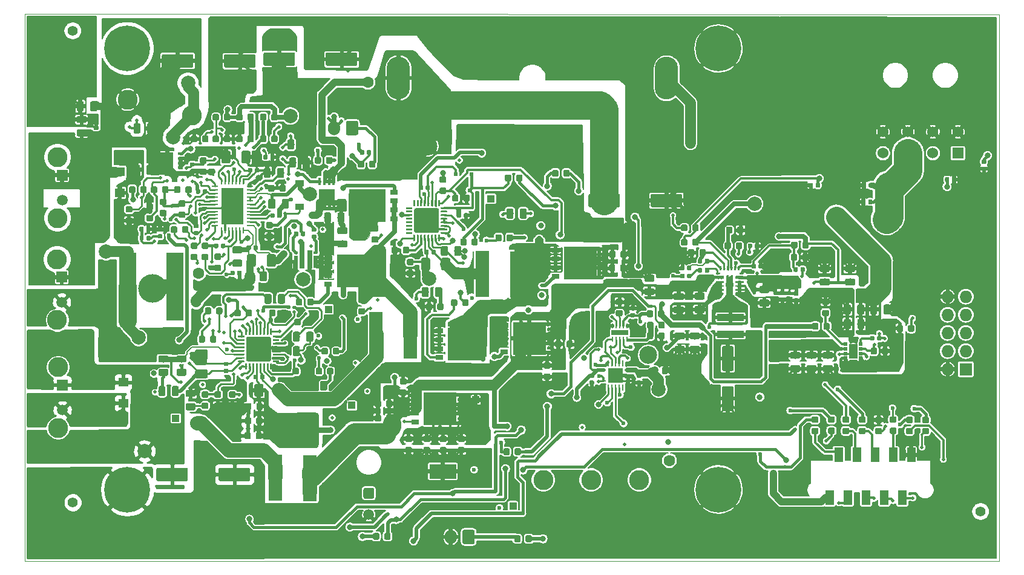
<source format=gbr>
G04 #@! TF.GenerationSoftware,KiCad,Pcbnew,(5.1.2)-1*
G04 #@! TF.CreationDate,2021-03-24T13:07:52+05:45*
G04 #@! TF.ProjectId,Pufferfish-Power-MCU,50756666-6572-4666-9973-682d506f7765,0.0*
G04 #@! TF.SameCoordinates,Original*
G04 #@! TF.FileFunction,Copper,L1,Top*
G04 #@! TF.FilePolarity,Positive*
%FSLAX46Y46*%
G04 Gerber Fmt 4.6, Leading zero omitted, Abs format (unit mm)*
G04 Created by KiCad (PCBNEW (5.1.2)-1) date 2021-03-24 13:07:52*
%MOMM*%
%LPD*%
G04 APERTURE LIST*
G04 #@! TA.AperFunction,NonConductor*
%ADD10C,0.100000*%
G04 #@! TD*
G04 #@! TA.AperFunction,SMDPad,CuDef*
%ADD11R,1.120000X0.650000*%
G04 #@! TD*
G04 #@! TA.AperFunction,SMDPad,CuDef*
%ADD12R,0.700000X0.600000*%
G04 #@! TD*
G04 #@! TA.AperFunction,ComponentPad*
%ADD13C,1.000000*%
G04 #@! TD*
G04 #@! TA.AperFunction,SMDPad,CuDef*
%ADD14R,1.800000X1.700000*%
G04 #@! TD*
G04 #@! TA.AperFunction,SMDPad,CuDef*
%ADD15R,4.570000X4.600000*%
G04 #@! TD*
G04 #@! TA.AperFunction,SMDPad,CuDef*
%ADD16R,1.400000X1.300000*%
G04 #@! TD*
G04 #@! TA.AperFunction,ComponentPad*
%ADD17R,1.727200X1.727200*%
G04 #@! TD*
G04 #@! TA.AperFunction,ComponentPad*
%ADD18O,1.727200X1.727200*%
G04 #@! TD*
G04 #@! TA.AperFunction,ComponentPad*
%ADD19C,2.799999*%
G04 #@! TD*
G04 #@! TA.AperFunction,ComponentPad*
%ADD20C,1.520000*%
G04 #@! TD*
G04 #@! TA.AperFunction,ComponentPad*
%ADD21R,1.520000X1.520000*%
G04 #@! TD*
G04 #@! TA.AperFunction,Conductor*
%ADD22C,0.100000*%
G04 #@! TD*
G04 #@! TA.AperFunction,SMDPad,CuDef*
%ADD23C,0.875000*%
G04 #@! TD*
G04 #@! TA.AperFunction,ComponentPad*
%ADD24C,2.500000*%
G04 #@! TD*
G04 #@! TA.AperFunction,SMDPad,CuDef*
%ADD25R,1.920000X6.500000*%
G04 #@! TD*
G04 #@! TA.AperFunction,ComponentPad*
%ADD26O,3.250000X6.000000*%
G04 #@! TD*
G04 #@! TA.AperFunction,SMDPad,CuDef*
%ADD27C,1.900000*%
G04 #@! TD*
G04 #@! TA.AperFunction,BGAPad,CuDef*
%ADD28C,1.400000*%
G04 #@! TD*
G04 #@! TA.AperFunction,SMDPad,CuDef*
%ADD29R,2.380000X9.510000*%
G04 #@! TD*
G04 #@! TA.AperFunction,SMDPad,CuDef*
%ADD30R,0.599999X0.499999*%
G04 #@! TD*
G04 #@! TA.AperFunction,SMDPad,CuDef*
%ADD31R,1.200000X2.000001*%
G04 #@! TD*
G04 #@! TA.AperFunction,ViaPad*
%ADD32C,0.533400*%
G04 #@! TD*
G04 #@! TA.AperFunction,SMDPad,CuDef*
%ADD33R,1.200000X2.000000*%
G04 #@! TD*
G04 #@! TA.AperFunction,SMDPad,CuDef*
%ADD34C,0.590000*%
G04 #@! TD*
G04 #@! TA.AperFunction,ComponentPad*
%ADD35R,1.530000X1.530000*%
G04 #@! TD*
G04 #@! TA.AperFunction,ComponentPad*
%ADD36C,1.530000*%
G04 #@! TD*
G04 #@! TA.AperFunction,SMDPad,CuDef*
%ADD37R,0.860000X0.270000*%
G04 #@! TD*
G04 #@! TA.AperFunction,SMDPad,CuDef*
%ADD38R,0.270000X0.860000*%
G04 #@! TD*
G04 #@! TA.AperFunction,SMDPad,CuDef*
%ADD39R,3.150000X5.150000*%
G04 #@! TD*
G04 #@! TA.AperFunction,SMDPad,CuDef*
%ADD40R,0.500000X0.500000*%
G04 #@! TD*
G04 #@! TA.AperFunction,SMDPad,CuDef*
%ADD41C,0.250000*%
G04 #@! TD*
G04 #@! TA.AperFunction,SMDPad,CuDef*
%ADD42C,3.450000*%
G04 #@! TD*
G04 #@! TA.AperFunction,SMDPad,CuDef*
%ADD43R,2.400000X0.640000*%
G04 #@! TD*
G04 #@! TA.AperFunction,SMDPad,CuDef*
%ADD44R,0.250000X0.700000*%
G04 #@! TD*
G04 #@! TA.AperFunction,SMDPad,CuDef*
%ADD45C,0.975000*%
G04 #@! TD*
G04 #@! TA.AperFunction,SMDPad,CuDef*
%ADD46C,1.600000*%
G04 #@! TD*
G04 #@! TA.AperFunction,ComponentPad*
%ADD47C,0.800000*%
G04 #@! TD*
G04 #@! TA.AperFunction,ComponentPad*
%ADD48C,6.400000*%
G04 #@! TD*
G04 #@! TA.AperFunction,ComponentPad*
%ADD49C,1.500000*%
G04 #@! TD*
G04 #@! TA.AperFunction,SMDPad,CuDef*
%ADD50R,3.800000X1.000000*%
G04 #@! TD*
G04 #@! TA.AperFunction,SMDPad,CuDef*
%ADD51R,3.800000X2.030000*%
G04 #@! TD*
G04 #@! TA.AperFunction,ComponentPad*
%ADD52R,1.000000X1.000000*%
G04 #@! TD*
G04 #@! TA.AperFunction,SMDPad,CuDef*
%ADD53C,0.300000*%
G04 #@! TD*
G04 #@! TA.AperFunction,SMDPad,CuDef*
%ADD54C,0.400000*%
G04 #@! TD*
G04 #@! TA.AperFunction,ViaPad*
%ADD55C,0.600000*%
G04 #@! TD*
G04 #@! TA.AperFunction,SMDPad,CuDef*
%ADD56R,2.050000X2.050000*%
G04 #@! TD*
G04 #@! TA.AperFunction,SMDPad,CuDef*
%ADD57R,0.850000X0.280000*%
G04 #@! TD*
G04 #@! TA.AperFunction,SMDPad,CuDef*
%ADD58R,0.280000X0.850000*%
G04 #@! TD*
G04 #@! TA.AperFunction,SMDPad,CuDef*
%ADD59R,1.200000X0.900000*%
G04 #@! TD*
G04 #@! TA.AperFunction,ComponentPad*
%ADD60C,1.700000*%
G04 #@! TD*
G04 #@! TA.AperFunction,ComponentPad*
%ADD61O,1.700000X2.000000*%
G04 #@! TD*
G04 #@! TA.AperFunction,SMDPad,CuDef*
%ADD62R,1.700000X2.370000*%
G04 #@! TD*
G04 #@! TA.AperFunction,SMDPad,CuDef*
%ADD63R,0.700000X0.420000*%
G04 #@! TD*
G04 #@! TA.AperFunction,SMDPad,CuDef*
%ADD64R,0.520000X0.450000*%
G04 #@! TD*
G04 #@! TA.AperFunction,SMDPad,CuDef*
%ADD65R,0.520000X1.750000*%
G04 #@! TD*
G04 #@! TA.AperFunction,SMDPad,CuDef*
%ADD66R,0.750000X2.520000*%
G04 #@! TD*
G04 #@! TA.AperFunction,SMDPad,CuDef*
%ADD67C,1.250000*%
G04 #@! TD*
G04 #@! TA.AperFunction,SMDPad,CuDef*
%ADD68R,0.405000X0.990000*%
G04 #@! TD*
G04 #@! TA.AperFunction,SMDPad,CuDef*
%ADD69R,2.235000X1.725000*%
G04 #@! TD*
G04 #@! TA.AperFunction,SMDPad,CuDef*
%ADD70R,0.405000X0.760000*%
G04 #@! TD*
G04 #@! TA.AperFunction,ComponentPad*
%ADD71C,2.800000*%
G04 #@! TD*
G04 #@! TA.AperFunction,ComponentPad*
%ADD72C,2.000000*%
G04 #@! TD*
G04 #@! TA.AperFunction,ViaPad*
%ADD73C,0.500000*%
G04 #@! TD*
G04 #@! TA.AperFunction,ViaPad*
%ADD74C,0.800000*%
G04 #@! TD*
G04 #@! TA.AperFunction,ViaPad*
%ADD75C,1.600000*%
G04 #@! TD*
G04 #@! TA.AperFunction,ViaPad*
%ADD76C,2.000000*%
G04 #@! TD*
G04 #@! TA.AperFunction,ViaPad*
%ADD77C,4.000000*%
G04 #@! TD*
G04 #@! TA.AperFunction,Conductor*
%ADD78C,0.350000*%
G04 #@! TD*
G04 #@! TA.AperFunction,Conductor*
%ADD79C,0.250000*%
G04 #@! TD*
G04 #@! TA.AperFunction,Conductor*
%ADD80C,0.400000*%
G04 #@! TD*
G04 #@! TA.AperFunction,Conductor*
%ADD81C,0.500000*%
G04 #@! TD*
G04 #@! TA.AperFunction,Conductor*
%ADD82C,0.300000*%
G04 #@! TD*
G04 #@! TA.AperFunction,Conductor*
%ADD83C,0.800000*%
G04 #@! TD*
G04 #@! TA.AperFunction,Conductor*
%ADD84C,0.700000*%
G04 #@! TD*
G04 #@! TA.AperFunction,Conductor*
%ADD85C,1.000000*%
G04 #@! TD*
G04 #@! TA.AperFunction,Conductor*
%ADD86C,0.200000*%
G04 #@! TD*
G04 #@! TA.AperFunction,Conductor*
%ADD87C,1.500000*%
G04 #@! TD*
G04 #@! TA.AperFunction,Conductor*
%ADD88C,3.000000*%
G04 #@! TD*
G04 #@! TA.AperFunction,Conductor*
%ADD89C,2.500000*%
G04 #@! TD*
G04 #@! TA.AperFunction,Conductor*
%ADD90C,2.000000*%
G04 #@! TD*
G04 #@! TA.AperFunction,Conductor*
%ADD91C,4.000000*%
G04 #@! TD*
G04 #@! TA.AperFunction,Conductor*
%ADD92C,0.127000*%
G04 #@! TD*
G04 #@! TA.AperFunction,Conductor*
%ADD93C,0.254000*%
G04 #@! TD*
G04 APERTURE END LIST*
D10*
X203287400Y-43052600D02*
X66977400Y-42972600D01*
X203287400Y-119552600D02*
X203287400Y-43052600D01*
X66977400Y-119552600D02*
X203287400Y-119552600D01*
X66977400Y-42972600D02*
X66977400Y-119552600D01*
X82946666Y-47752000D02*
G75*
G03X82946666Y-47752000I-1666666J0D01*
G01*
X78780000Y-47752000D02*
X83780000Y-47752000D01*
X81280000Y-45252000D02*
X81280000Y-50252000D01*
D11*
G04 #@! TO.P,U10,4*
G04 #@! TO.N,Net-(R101-Pad2)*
X141247400Y-79732600D03*
G04 #@! TO.P,U10,3*
G04 #@! TO.N,/LTC7812/SW2_2*
X141247400Y-78482600D03*
G04 #@! TO.P,U10,2*
X141257400Y-77252600D03*
D12*
G04 #@! TO.P,U10,5*
G04 #@! TO.N,VOUT_7812_24V*
X147187400Y-79872600D03*
X147187400Y-78532600D03*
X147187400Y-77262600D03*
D13*
X143487400Y-79302600D03*
X145987400Y-76427600D03*
X143508000Y-76446360D03*
X145962400Y-79277600D03*
D12*
X147187400Y-75872600D03*
D11*
G04 #@! TO.P,U10,1*
G04 #@! TO.N,/LTC7812/SW2_2*
X141257400Y-76012600D03*
D14*
G04 #@! TO.P,U10,5*
G04 #@! TO.N,VOUT_7812_24V*
X143637400Y-79092600D03*
X143637400Y-76692600D03*
X145787400Y-79092600D03*
X145787400Y-76692600D03*
D15*
X144737400Y-77872600D03*
G04 #@! TD*
D11*
G04 #@! TO.P,U9,4*
G04 #@! TO.N,Net-(R100-Pad1)*
X124967400Y-91062600D03*
G04 #@! TO.P,U9,3*
G04 #@! TO.N,GND*
X124967400Y-89812600D03*
G04 #@! TO.P,U9,2*
X124977400Y-88582600D03*
D12*
G04 #@! TO.P,U9,5*
G04 #@! TO.N,/LTC7812/SW2_2*
X130907400Y-91202600D03*
X130907400Y-89862600D03*
X130907400Y-88592600D03*
D13*
X127207400Y-90632600D03*
X129707400Y-87757600D03*
X127228000Y-87776360D03*
X129682400Y-90607600D03*
D12*
X130907400Y-87202600D03*
D11*
G04 #@! TO.P,U9,1*
G04 #@! TO.N,GND*
X124977400Y-87342600D03*
D14*
G04 #@! TO.P,U9,5*
G04 #@! TO.N,/LTC7812/SW2_2*
X127357400Y-90422600D03*
X127357400Y-88022600D03*
X129507400Y-90422600D03*
X129507400Y-88022600D03*
D15*
X128457400Y-89202600D03*
G04 #@! TD*
D11*
G04 #@! TO.P,U8,4*
G04 #@! TO.N,Net-(R99-Pad1)*
X118627400Y-67892600D03*
G04 #@! TO.P,U8,3*
G04 #@! TO.N,/LTC7812/SW_2_1*
X118627400Y-69142600D03*
G04 #@! TO.P,U8,2*
X118617400Y-70372600D03*
D12*
G04 #@! TO.P,U8,5*
G04 #@! TO.N,/LTC7812/VBIAS1*
X112687400Y-67752600D03*
X112687400Y-69092600D03*
X112687400Y-70362600D03*
D13*
X116387400Y-68322600D03*
X113887400Y-71197600D03*
X116366800Y-71178840D03*
X113912400Y-68347600D03*
D12*
X112687400Y-71752600D03*
D11*
G04 #@! TO.P,U8,1*
G04 #@! TO.N,/LTC7812/SW_2_1*
X118617400Y-71612600D03*
D14*
G04 #@! TO.P,U8,5*
G04 #@! TO.N,/LTC7812/VBIAS1*
X116237400Y-68532600D03*
X116237400Y-70932600D03*
X114087400Y-68532600D03*
X114087400Y-70932600D03*
D15*
X115137400Y-69752600D03*
G04 #@! TD*
D11*
G04 #@! TO.P,U7,4*
G04 #@! TO.N,Net-(R98-Pad1)*
X109447400Y-80832600D03*
G04 #@! TO.P,U7,3*
G04 #@! TO.N,GND*
X109447400Y-79582600D03*
G04 #@! TO.P,U7,2*
X109457400Y-78352600D03*
D12*
G04 #@! TO.P,U7,5*
G04 #@! TO.N,/LTC7812/SW_2_1*
X115387400Y-80972600D03*
X115387400Y-79632600D03*
X115387400Y-78362600D03*
D13*
X111687400Y-80402600D03*
X114187400Y-77527600D03*
X111708000Y-77546360D03*
X114162400Y-80377600D03*
D12*
X115387400Y-76972600D03*
D11*
G04 #@! TO.P,U7,1*
G04 #@! TO.N,GND*
X109457400Y-77112600D03*
D14*
G04 #@! TO.P,U7,5*
G04 #@! TO.N,/LTC7812/SW_2_1*
X111837400Y-80192600D03*
X111837400Y-77792600D03*
X113987400Y-80192600D03*
X113987400Y-77792600D03*
D15*
X112937400Y-78972600D03*
G04 #@! TD*
D11*
G04 #@! TO.P,Q6,4*
G04 #@! TO.N,Net-(Q6-Pad4)*
X121577400Y-100112600D03*
G04 #@! TO.P,Q6,3*
G04 #@! TO.N,VIN_7812_2*
X121577400Y-98862600D03*
G04 #@! TO.P,Q6,2*
X121587400Y-97632600D03*
D12*
G04 #@! TO.P,Q6,5*
G04 #@! TO.N,/LTC7812/VBIAS1*
X127517400Y-100252600D03*
X127517400Y-98912600D03*
X127517400Y-97642600D03*
D13*
X123817400Y-99682600D03*
X126317400Y-96807600D03*
X123838000Y-96826360D03*
X126292400Y-99657600D03*
D12*
X127517400Y-96252600D03*
D11*
G04 #@! TO.P,Q6,1*
G04 #@! TO.N,VIN_7812_2*
X121587400Y-96392600D03*
D14*
G04 #@! TO.P,Q6,5*
G04 #@! TO.N,/LTC7812/VBIAS1*
X123967400Y-99472600D03*
X123967400Y-97072600D03*
X126117400Y-99472600D03*
X126117400Y-97072600D03*
D15*
X125067400Y-98252600D03*
G04 #@! TD*
D11*
G04 #@! TO.P,Q5,4*
G04 #@! TO.N,Net-(Q5-Pad4)*
X134077400Y-90252600D03*
G04 #@! TO.P,Q5,3*
G04 #@! TO.N,GND*
X134077400Y-89002600D03*
G04 #@! TO.P,Q5,2*
X134087400Y-87772600D03*
D12*
G04 #@! TO.P,Q5,5*
G04 #@! TO.N,VIN_7812_2*
X140017400Y-90392600D03*
X140017400Y-89052600D03*
X140017400Y-87782600D03*
D13*
X136317400Y-89822600D03*
X138817400Y-86947600D03*
X136338000Y-86966360D03*
X138792400Y-89797600D03*
D12*
X140017400Y-86392600D03*
D11*
G04 #@! TO.P,Q5,1*
G04 #@! TO.N,GND*
X134087400Y-86532600D03*
D14*
G04 #@! TO.P,Q5,5*
G04 #@! TO.N,VIN_7812_2*
X136467400Y-89612600D03*
X136467400Y-87212600D03*
X138617400Y-89612600D03*
X138617400Y-87212600D03*
D15*
X137567400Y-88392600D03*
G04 #@! TD*
D16*
G04 #@! TO.P,D2,2*
G04 #@! TO.N,GND*
X80758600Y-97458300D03*
G04 #@! TO.P,D2,1*
G04 #@! TO.N,VBAT-IN-12V*
X80758600Y-94548300D03*
G04 #@! TD*
G04 #@! TO.P,D1,2*
G04 #@! TO.N,GND*
X80264000Y-67998000D03*
G04 #@! TO.P,D1,1*
G04 #@! TO.N,INTCON_WALL*
X80264000Y-65088000D03*
G04 #@! TD*
D17*
G04 #@! TO.P,P1,1*
G04 #@! TO.N,AAD_SCL*
X198628000Y-92710000D03*
D18*
G04 #@! TO.P,P1,2*
G04 #@! TO.N,GND*
X196088000Y-92710000D03*
G04 #@! TO.P,P1,3*
G04 #@! TO.N,AAD_SDA*
X198628000Y-90170000D03*
G04 #@! TO.P,P1,4*
G04 #@! TO.N,Net-(JP16-Pad2)*
X196088000Y-90170000D03*
G04 #@! TO.P,P1,5*
G04 #@! TO.N,N/C*
X198628000Y-87630000D03*
G04 #@! TO.P,P1,6*
X196088000Y-87630000D03*
G04 #@! TO.P,P1,7*
X198628000Y-85090000D03*
G04 #@! TO.P,P1,8*
X196088000Y-85090000D03*
G04 #@! TO.P,P1,9*
X198628000Y-82550000D03*
G04 #@! TO.P,P1,10*
G04 #@! TO.N,GND*
X196088000Y-82550000D03*
G04 #@! TD*
D19*
G04 #@! TO.P,J5,4*
G04 #@! TO.N,N/C*
X71568799Y-71528161D03*
G04 #@! TO.P,J5,3*
X71568799Y-63028178D03*
D20*
G04 #@! TO.P,J5,2*
G04 #@! TO.N,GND*
X72198800Y-69028301D03*
D21*
G04 #@! TO.P,J5,1*
G04 #@! TO.N,INTCON_WALL*
X72198800Y-65528300D03*
G04 #@! TD*
D19*
G04 #@! TO.P,J4,4*
G04 #@! TO.N,N/C*
X71517399Y-85812461D03*
G04 #@! TO.P,J4,3*
X71517399Y-77312478D03*
D20*
G04 #@! TO.P,J4,2*
G04 #@! TO.N,GND*
X72147400Y-83312601D03*
D21*
G04 #@! TO.P,J4,1*
G04 #@! TO.N,INTCON_WALL*
X72147400Y-79812600D03*
G04 #@! TD*
G04 #@! TO.P,J6,1*
G04 #@! TO.N,VBAT-IN-12V*
X72237400Y-94912600D03*
D20*
G04 #@! TO.P,J6,2*
G04 #@! TO.N,GND*
X72237400Y-98412601D03*
D19*
G04 #@! TO.P,J6,3*
G04 #@! TO.N,N/C*
X71607399Y-92412478D03*
G04 #@! TO.P,J6,4*
X71607399Y-100912461D03*
G04 #@! TD*
D22*
G04 #@! TO.N,GND*
G04 #@! TO.C,C90*
G36*
X125753691Y-65705053D02*
G01*
X125774926Y-65708203D01*
X125795750Y-65713419D01*
X125815962Y-65720651D01*
X125835368Y-65729830D01*
X125853781Y-65740866D01*
X125871024Y-65753654D01*
X125886930Y-65768070D01*
X125901346Y-65783976D01*
X125914134Y-65801219D01*
X125925170Y-65819632D01*
X125934349Y-65839038D01*
X125941581Y-65859250D01*
X125946797Y-65880074D01*
X125949947Y-65901309D01*
X125951000Y-65922750D01*
X125951000Y-66360250D01*
X125949947Y-66381691D01*
X125946797Y-66402926D01*
X125941581Y-66423750D01*
X125934349Y-66443962D01*
X125925170Y-66463368D01*
X125914134Y-66481781D01*
X125901346Y-66499024D01*
X125886930Y-66514930D01*
X125871024Y-66529346D01*
X125853781Y-66542134D01*
X125835368Y-66553170D01*
X125815962Y-66562349D01*
X125795750Y-66569581D01*
X125774926Y-66574797D01*
X125753691Y-66577947D01*
X125732250Y-66579000D01*
X125219750Y-66579000D01*
X125198309Y-66577947D01*
X125177074Y-66574797D01*
X125156250Y-66569581D01*
X125136038Y-66562349D01*
X125116632Y-66553170D01*
X125098219Y-66542134D01*
X125080976Y-66529346D01*
X125065070Y-66514930D01*
X125050654Y-66499024D01*
X125037866Y-66481781D01*
X125026830Y-66463368D01*
X125017651Y-66443962D01*
X125010419Y-66423750D01*
X125005203Y-66402926D01*
X125002053Y-66381691D01*
X125001000Y-66360250D01*
X125001000Y-65922750D01*
X125002053Y-65901309D01*
X125005203Y-65880074D01*
X125010419Y-65859250D01*
X125017651Y-65839038D01*
X125026830Y-65819632D01*
X125037866Y-65801219D01*
X125050654Y-65783976D01*
X125065070Y-65768070D01*
X125080976Y-65753654D01*
X125098219Y-65740866D01*
X125116632Y-65729830D01*
X125136038Y-65720651D01*
X125156250Y-65713419D01*
X125177074Y-65708203D01*
X125198309Y-65705053D01*
X125219750Y-65704000D01*
X125732250Y-65704000D01*
X125753691Y-65705053D01*
X125753691Y-65705053D01*
G37*
D23*
G04 #@! TD*
G04 #@! TO.P,C90,2*
G04 #@! TO.N,GND*
X125476000Y-66141500D03*
D22*
G04 #@! TO.N,VIN_7812_2*
G04 #@! TO.C,C90*
G36*
X125753691Y-67280053D02*
G01*
X125774926Y-67283203D01*
X125795750Y-67288419D01*
X125815962Y-67295651D01*
X125835368Y-67304830D01*
X125853781Y-67315866D01*
X125871024Y-67328654D01*
X125886930Y-67343070D01*
X125901346Y-67358976D01*
X125914134Y-67376219D01*
X125925170Y-67394632D01*
X125934349Y-67414038D01*
X125941581Y-67434250D01*
X125946797Y-67455074D01*
X125949947Y-67476309D01*
X125951000Y-67497750D01*
X125951000Y-67935250D01*
X125949947Y-67956691D01*
X125946797Y-67977926D01*
X125941581Y-67998750D01*
X125934349Y-68018962D01*
X125925170Y-68038368D01*
X125914134Y-68056781D01*
X125901346Y-68074024D01*
X125886930Y-68089930D01*
X125871024Y-68104346D01*
X125853781Y-68117134D01*
X125835368Y-68128170D01*
X125815962Y-68137349D01*
X125795750Y-68144581D01*
X125774926Y-68149797D01*
X125753691Y-68152947D01*
X125732250Y-68154000D01*
X125219750Y-68154000D01*
X125198309Y-68152947D01*
X125177074Y-68149797D01*
X125156250Y-68144581D01*
X125136038Y-68137349D01*
X125116632Y-68128170D01*
X125098219Y-68117134D01*
X125080976Y-68104346D01*
X125065070Y-68089930D01*
X125050654Y-68074024D01*
X125037866Y-68056781D01*
X125026830Y-68038368D01*
X125017651Y-68018962D01*
X125010419Y-67998750D01*
X125005203Y-67977926D01*
X125002053Y-67956691D01*
X125001000Y-67935250D01*
X125001000Y-67497750D01*
X125002053Y-67476309D01*
X125005203Y-67455074D01*
X125010419Y-67434250D01*
X125017651Y-67414038D01*
X125026830Y-67394632D01*
X125037866Y-67376219D01*
X125050654Y-67358976D01*
X125065070Y-67343070D01*
X125080976Y-67328654D01*
X125098219Y-67315866D01*
X125116632Y-67304830D01*
X125136038Y-67295651D01*
X125156250Y-67288419D01*
X125177074Y-67283203D01*
X125198309Y-67280053D01*
X125219750Y-67279000D01*
X125732250Y-67279000D01*
X125753691Y-67280053D01*
X125753691Y-67280053D01*
G37*
D23*
G04 #@! TD*
G04 #@! TO.P,C90,1*
G04 #@! TO.N,VIN_7812_2*
X125476000Y-67716500D03*
D24*
G04 #@! TO.P,TP4,1*
G04 #@! TO.N,LTC7812_RUN*
X154178000Y-90678000D03*
G04 #@! TD*
D25*
G04 #@! TO.P,L4,2*
G04 #@! TO.N,Net-(C72-Pad2)*
X102067400Y-107857600D03*
G04 #@! TO.P,L4,1*
G04 #@! TO.N,VIN_7812_2*
X106877400Y-107947600D03*
G04 #@! TD*
D22*
G04 #@! TO.N,Net-(C25-Pad1)*
G04 #@! TO.C,R26*
G36*
X154735091Y-86053653D02*
G01*
X154756326Y-86056803D01*
X154777150Y-86062019D01*
X154797362Y-86069251D01*
X154816768Y-86078430D01*
X154835181Y-86089466D01*
X154852424Y-86102254D01*
X154868330Y-86116670D01*
X154882746Y-86132576D01*
X154895534Y-86149819D01*
X154906570Y-86168232D01*
X154915749Y-86187638D01*
X154922981Y-86207850D01*
X154928197Y-86228674D01*
X154931347Y-86249909D01*
X154932400Y-86271350D01*
X154932400Y-86783850D01*
X154931347Y-86805291D01*
X154928197Y-86826526D01*
X154922981Y-86847350D01*
X154915749Y-86867562D01*
X154906570Y-86886968D01*
X154895534Y-86905381D01*
X154882746Y-86922624D01*
X154868330Y-86938530D01*
X154852424Y-86952946D01*
X154835181Y-86965734D01*
X154816768Y-86976770D01*
X154797362Y-86985949D01*
X154777150Y-86993181D01*
X154756326Y-86998397D01*
X154735091Y-87001547D01*
X154713650Y-87002600D01*
X154276150Y-87002600D01*
X154254709Y-87001547D01*
X154233474Y-86998397D01*
X154212650Y-86993181D01*
X154192438Y-86985949D01*
X154173032Y-86976770D01*
X154154619Y-86965734D01*
X154137376Y-86952946D01*
X154121470Y-86938530D01*
X154107054Y-86922624D01*
X154094266Y-86905381D01*
X154083230Y-86886968D01*
X154074051Y-86867562D01*
X154066819Y-86847350D01*
X154061603Y-86826526D01*
X154058453Y-86805291D01*
X154057400Y-86783850D01*
X154057400Y-86271350D01*
X154058453Y-86249909D01*
X154061603Y-86228674D01*
X154066819Y-86207850D01*
X154074051Y-86187638D01*
X154083230Y-86168232D01*
X154094266Y-86149819D01*
X154107054Y-86132576D01*
X154121470Y-86116670D01*
X154137376Y-86102254D01*
X154154619Y-86089466D01*
X154173032Y-86078430D01*
X154192438Y-86069251D01*
X154212650Y-86062019D01*
X154233474Y-86056803D01*
X154254709Y-86053653D01*
X154276150Y-86052600D01*
X154713650Y-86052600D01*
X154735091Y-86053653D01*
X154735091Y-86053653D01*
G37*
D23*
G04 #@! TD*
G04 #@! TO.P,R26,2*
G04 #@! TO.N,Net-(C25-Pad1)*
X154494900Y-86527600D03*
D22*
G04 #@! TO.N,Net-(J3-Pad1)*
G04 #@! TO.C,R26*
G36*
X156310091Y-86053653D02*
G01*
X156331326Y-86056803D01*
X156352150Y-86062019D01*
X156372362Y-86069251D01*
X156391768Y-86078430D01*
X156410181Y-86089466D01*
X156427424Y-86102254D01*
X156443330Y-86116670D01*
X156457746Y-86132576D01*
X156470534Y-86149819D01*
X156481570Y-86168232D01*
X156490749Y-86187638D01*
X156497981Y-86207850D01*
X156503197Y-86228674D01*
X156506347Y-86249909D01*
X156507400Y-86271350D01*
X156507400Y-86783850D01*
X156506347Y-86805291D01*
X156503197Y-86826526D01*
X156497981Y-86847350D01*
X156490749Y-86867562D01*
X156481570Y-86886968D01*
X156470534Y-86905381D01*
X156457746Y-86922624D01*
X156443330Y-86938530D01*
X156427424Y-86952946D01*
X156410181Y-86965734D01*
X156391768Y-86976770D01*
X156372362Y-86985949D01*
X156352150Y-86993181D01*
X156331326Y-86998397D01*
X156310091Y-87001547D01*
X156288650Y-87002600D01*
X155851150Y-87002600D01*
X155829709Y-87001547D01*
X155808474Y-86998397D01*
X155787650Y-86993181D01*
X155767438Y-86985949D01*
X155748032Y-86976770D01*
X155729619Y-86965734D01*
X155712376Y-86952946D01*
X155696470Y-86938530D01*
X155682054Y-86922624D01*
X155669266Y-86905381D01*
X155658230Y-86886968D01*
X155649051Y-86867562D01*
X155641819Y-86847350D01*
X155636603Y-86826526D01*
X155633453Y-86805291D01*
X155632400Y-86783850D01*
X155632400Y-86271350D01*
X155633453Y-86249909D01*
X155636603Y-86228674D01*
X155641819Y-86207850D01*
X155649051Y-86187638D01*
X155658230Y-86168232D01*
X155669266Y-86149819D01*
X155682054Y-86132576D01*
X155696470Y-86116670D01*
X155712376Y-86102254D01*
X155729619Y-86089466D01*
X155748032Y-86078430D01*
X155767438Y-86069251D01*
X155787650Y-86062019D01*
X155808474Y-86056803D01*
X155829709Y-86053653D01*
X155851150Y-86052600D01*
X156288650Y-86052600D01*
X156310091Y-86053653D01*
X156310091Y-86053653D01*
G37*
D23*
G04 #@! TD*
G04 #@! TO.P,R26,1*
G04 #@! TO.N,Net-(J3-Pad1)*
X156069900Y-86527600D03*
D26*
G04 #@! TO.P,F1,2*
G04 #@! TO.N,/LTC4015/PP-SENSE-CLN*
X119255400Y-51926600D03*
G04 #@! TO.P,F1,1*
G04 #@! TO.N,VIN_7812_1_RAW*
X156755400Y-51926600D03*
G04 #@! TD*
D22*
G04 #@! TO.N,GND*
G04 #@! TO.C,C24*
G36*
X98272505Y-106493204D02*
G01*
X98296773Y-106496804D01*
X98320572Y-106502765D01*
X98343671Y-106511030D01*
X98365850Y-106521520D01*
X98386893Y-106534132D01*
X98406599Y-106548747D01*
X98424777Y-106565223D01*
X98441253Y-106583401D01*
X98455868Y-106603107D01*
X98468480Y-106624150D01*
X98478970Y-106646329D01*
X98487235Y-106669428D01*
X98493196Y-106693227D01*
X98496796Y-106717495D01*
X98498000Y-106741999D01*
X98498000Y-108142001D01*
X98496796Y-108166505D01*
X98493196Y-108190773D01*
X98487235Y-108214572D01*
X98478970Y-108237671D01*
X98468480Y-108259850D01*
X98455868Y-108280893D01*
X98441253Y-108300599D01*
X98424777Y-108318777D01*
X98406599Y-108335253D01*
X98386893Y-108349868D01*
X98365850Y-108362480D01*
X98343671Y-108372970D01*
X98320572Y-108381235D01*
X98296773Y-108387196D01*
X98272505Y-108390796D01*
X98248001Y-108392000D01*
X94347999Y-108392000D01*
X94323495Y-108390796D01*
X94299227Y-108387196D01*
X94275428Y-108381235D01*
X94252329Y-108372970D01*
X94230150Y-108362480D01*
X94209107Y-108349868D01*
X94189401Y-108335253D01*
X94171223Y-108318777D01*
X94154747Y-108300599D01*
X94140132Y-108280893D01*
X94127520Y-108259850D01*
X94117030Y-108237671D01*
X94108765Y-108214572D01*
X94102804Y-108190773D01*
X94099204Y-108166505D01*
X94098000Y-108142001D01*
X94098000Y-106741999D01*
X94099204Y-106717495D01*
X94102804Y-106693227D01*
X94108765Y-106669428D01*
X94117030Y-106646329D01*
X94127520Y-106624150D01*
X94140132Y-106603107D01*
X94154747Y-106583401D01*
X94171223Y-106565223D01*
X94189401Y-106548747D01*
X94209107Y-106534132D01*
X94230150Y-106521520D01*
X94252329Y-106511030D01*
X94275428Y-106502765D01*
X94299227Y-106496804D01*
X94323495Y-106493204D01*
X94347999Y-106492000D01*
X98248001Y-106492000D01*
X98272505Y-106493204D01*
X98272505Y-106493204D01*
G37*
D27*
G04 #@! TD*
G04 #@! TO.P,C24,2*
G04 #@! TO.N,GND*
X96298000Y-107442000D03*
D22*
G04 #@! TO.N,VBAT-IN-12V*
G04 #@! TO.C,C24*
G36*
X89572505Y-106493204D02*
G01*
X89596773Y-106496804D01*
X89620572Y-106502765D01*
X89643671Y-106511030D01*
X89665850Y-106521520D01*
X89686893Y-106534132D01*
X89706599Y-106548747D01*
X89724777Y-106565223D01*
X89741253Y-106583401D01*
X89755868Y-106603107D01*
X89768480Y-106624150D01*
X89778970Y-106646329D01*
X89787235Y-106669428D01*
X89793196Y-106693227D01*
X89796796Y-106717495D01*
X89798000Y-106741999D01*
X89798000Y-108142001D01*
X89796796Y-108166505D01*
X89793196Y-108190773D01*
X89787235Y-108214572D01*
X89778970Y-108237671D01*
X89768480Y-108259850D01*
X89755868Y-108280893D01*
X89741253Y-108300599D01*
X89724777Y-108318777D01*
X89706599Y-108335253D01*
X89686893Y-108349868D01*
X89665850Y-108362480D01*
X89643671Y-108372970D01*
X89620572Y-108381235D01*
X89596773Y-108387196D01*
X89572505Y-108390796D01*
X89548001Y-108392000D01*
X85647999Y-108392000D01*
X85623495Y-108390796D01*
X85599227Y-108387196D01*
X85575428Y-108381235D01*
X85552329Y-108372970D01*
X85530150Y-108362480D01*
X85509107Y-108349868D01*
X85489401Y-108335253D01*
X85471223Y-108318777D01*
X85454747Y-108300599D01*
X85440132Y-108280893D01*
X85427520Y-108259850D01*
X85417030Y-108237671D01*
X85408765Y-108214572D01*
X85402804Y-108190773D01*
X85399204Y-108166505D01*
X85398000Y-108142001D01*
X85398000Y-106741999D01*
X85399204Y-106717495D01*
X85402804Y-106693227D01*
X85408765Y-106669428D01*
X85417030Y-106646329D01*
X85427520Y-106624150D01*
X85440132Y-106603107D01*
X85454747Y-106583401D01*
X85471223Y-106565223D01*
X85489401Y-106548747D01*
X85509107Y-106534132D01*
X85530150Y-106521520D01*
X85552329Y-106511030D01*
X85575428Y-106502765D01*
X85599227Y-106496804D01*
X85623495Y-106493204D01*
X85647999Y-106492000D01*
X89548001Y-106492000D01*
X89572505Y-106493204D01*
X89572505Y-106493204D01*
G37*
D27*
G04 #@! TD*
G04 #@! TO.P,C24,1*
G04 #@! TO.N,VBAT-IN-12V*
X87598000Y-107442000D03*
D28*
G04 #@! TO.P,FID1,*
G04 #@! TO.N,*
X200697400Y-112632600D03*
G04 #@! TD*
G04 #@! TO.P,FID1,*
G04 #@! TO.N,*
X73697400Y-111362600D03*
G04 #@! TD*
D29*
G04 #@! TO.P,L3,1*
G04 #@! TO.N,/LTC4015/PP-SW-NODE*
X88025000Y-81100000D03*
G04 #@! TO.P,L3,2*
G04 #@! TO.N,/LTC4015/PP-CSP*
X81375000Y-81100000D03*
G04 #@! TD*
D25*
G04 #@! TO.P,L5,2*
G04 #@! TO.N,/LTC7812/SW_2_1*
X120934000Y-87997600D03*
G04 #@! TO.P,L5,1*
G04 #@! TO.N,Net-(C76-Pad1)*
X116124000Y-87907600D03*
G04 #@! TD*
G04 #@! TO.P,L6,2*
G04 #@! TO.N,/LTC7812/SW2_2*
X135793000Y-79420000D03*
G04 #@! TO.P,L6,1*
G04 #@! TO.N,Net-(C93-Pad1)*
X130983000Y-79330000D03*
G04 #@! TD*
D30*
G04 #@! TO.P,U3,1*
G04 #@! TO.N,/3.3V Buck/3V3-EN*
X181830000Y-89195001D03*
G04 #@! TO.P,U3,2*
G04 #@! TO.N,VIN_7812_2*
X181830000Y-89844999D03*
G04 #@! TO.P,U3,3*
G04 #@! TO.N,GND*
X181830000Y-90495001D03*
G04 #@! TO.P,U3,4*
G04 #@! TO.N,VSYS-3V3*
X181830000Y-91144999D03*
G04 #@! TO.P,U3,5*
X183930000Y-91144999D03*
G04 #@! TO.P,U3,6*
G04 #@! TO.N,/3.3V Buck/3V3-FB*
X183930000Y-90495001D03*
G04 #@! TO.P,U3,7*
G04 #@! TO.N,3V3-PGOOD*
X183930000Y-89844999D03*
G04 #@! TO.P,U3,8*
G04 #@! TO.N,/3.3V Buck/3V3-SS*
X183930000Y-89195001D03*
D31*
G04 #@! TO.P,U3,9*
G04 #@! TO.N,GND*
X182880000Y-90170000D03*
D32*
G04 #@! TD*
G04 #@! TO.N,N/C*
G04 #@! TO.C,U3*
X182880000Y-90170000D03*
G04 #@! TO.N,N/C*
G04 #@! TO.C,U3*
X182880000Y-89419999D03*
X182880000Y-90920001D03*
G04 #@! TD*
D33*
G04 #@! TO.P,J2,10*
G04 #@! TO.N,GND*
X191003000Y-104696000D03*
G04 #@! TO.P,J2,8*
G04 #@! TO.N,Net-(J2-Pad8)*
X188463000Y-104696000D03*
G04 #@! TO.P,J2,6*
G04 #@! TO.N,Net-(J2-Pad6)*
X185923000Y-104696000D03*
G04 #@! TO.P,J2,4*
G04 #@! TO.N,Net-(J2-Pad4)*
X183383000Y-104696000D03*
G04 #@! TO.P,J2,2*
G04 #@! TO.N,Net-(J2-Pad2)*
X180843000Y-104696000D03*
G04 #@! TO.P,J2,9*
G04 #@! TO.N,Net-(J2-Pad9)*
X189743000Y-110696000D03*
G04 #@! TO.P,J2,7*
G04 #@! TO.N,Net-(J2-Pad7)*
X187203000Y-110696000D03*
G04 #@! TO.P,J2,5*
G04 #@! TO.N,Net-(J2-Pad5)*
X184663000Y-110696000D03*
G04 #@! TO.P,J2,3*
G04 #@! TO.N,Net-(J2-Pad3)*
X182123000Y-110696000D03*
G04 #@! TO.P,J2,1*
G04 #@! TO.N,VSYS-3V3*
X179583000Y-110696000D03*
G04 #@! TD*
D22*
G04 #@! TO.N,/LTC4015/PP-CSPM5*
G04 #@! TO.C,C15*
G36*
X94257691Y-76500053D02*
G01*
X94278926Y-76503203D01*
X94299750Y-76508419D01*
X94319962Y-76515651D01*
X94339368Y-76524830D01*
X94357781Y-76535866D01*
X94375024Y-76548654D01*
X94390930Y-76563070D01*
X94405346Y-76578976D01*
X94418134Y-76596219D01*
X94429170Y-76614632D01*
X94438349Y-76634038D01*
X94445581Y-76654250D01*
X94450797Y-76675074D01*
X94453947Y-76696309D01*
X94455000Y-76717750D01*
X94455000Y-77155250D01*
X94453947Y-77176691D01*
X94450797Y-77197926D01*
X94445581Y-77218750D01*
X94438349Y-77238962D01*
X94429170Y-77258368D01*
X94418134Y-77276781D01*
X94405346Y-77294024D01*
X94390930Y-77309930D01*
X94375024Y-77324346D01*
X94357781Y-77337134D01*
X94339368Y-77348170D01*
X94319962Y-77357349D01*
X94299750Y-77364581D01*
X94278926Y-77369797D01*
X94257691Y-77372947D01*
X94236250Y-77374000D01*
X93723750Y-77374000D01*
X93702309Y-77372947D01*
X93681074Y-77369797D01*
X93660250Y-77364581D01*
X93640038Y-77357349D01*
X93620632Y-77348170D01*
X93602219Y-77337134D01*
X93584976Y-77324346D01*
X93569070Y-77309930D01*
X93554654Y-77294024D01*
X93541866Y-77276781D01*
X93530830Y-77258368D01*
X93521651Y-77238962D01*
X93514419Y-77218750D01*
X93509203Y-77197926D01*
X93506053Y-77176691D01*
X93505000Y-77155250D01*
X93505000Y-76717750D01*
X93506053Y-76696309D01*
X93509203Y-76675074D01*
X93514419Y-76654250D01*
X93521651Y-76634038D01*
X93530830Y-76614632D01*
X93541866Y-76596219D01*
X93554654Y-76578976D01*
X93569070Y-76563070D01*
X93584976Y-76548654D01*
X93602219Y-76535866D01*
X93620632Y-76524830D01*
X93640038Y-76515651D01*
X93660250Y-76508419D01*
X93681074Y-76503203D01*
X93702309Y-76500053D01*
X93723750Y-76499000D01*
X94236250Y-76499000D01*
X94257691Y-76500053D01*
X94257691Y-76500053D01*
G37*
D23*
G04 #@! TD*
G04 #@! TO.P,C15,2*
G04 #@! TO.N,/LTC4015/PP-CSPM5*
X93980000Y-76936500D03*
D22*
G04 #@! TO.N,/LTC4015/PP-CSP*
G04 #@! TO.C,C15*
G36*
X94257691Y-78075053D02*
G01*
X94278926Y-78078203D01*
X94299750Y-78083419D01*
X94319962Y-78090651D01*
X94339368Y-78099830D01*
X94357781Y-78110866D01*
X94375024Y-78123654D01*
X94390930Y-78138070D01*
X94405346Y-78153976D01*
X94418134Y-78171219D01*
X94429170Y-78189632D01*
X94438349Y-78209038D01*
X94445581Y-78229250D01*
X94450797Y-78250074D01*
X94453947Y-78271309D01*
X94455000Y-78292750D01*
X94455000Y-78730250D01*
X94453947Y-78751691D01*
X94450797Y-78772926D01*
X94445581Y-78793750D01*
X94438349Y-78813962D01*
X94429170Y-78833368D01*
X94418134Y-78851781D01*
X94405346Y-78869024D01*
X94390930Y-78884930D01*
X94375024Y-78899346D01*
X94357781Y-78912134D01*
X94339368Y-78923170D01*
X94319962Y-78932349D01*
X94299750Y-78939581D01*
X94278926Y-78944797D01*
X94257691Y-78947947D01*
X94236250Y-78949000D01*
X93723750Y-78949000D01*
X93702309Y-78947947D01*
X93681074Y-78944797D01*
X93660250Y-78939581D01*
X93640038Y-78932349D01*
X93620632Y-78923170D01*
X93602219Y-78912134D01*
X93584976Y-78899346D01*
X93569070Y-78884930D01*
X93554654Y-78869024D01*
X93541866Y-78851781D01*
X93530830Y-78833368D01*
X93521651Y-78813962D01*
X93514419Y-78793750D01*
X93509203Y-78772926D01*
X93506053Y-78751691D01*
X93505000Y-78730250D01*
X93505000Y-78292750D01*
X93506053Y-78271309D01*
X93509203Y-78250074D01*
X93514419Y-78229250D01*
X93521651Y-78209038D01*
X93530830Y-78189632D01*
X93541866Y-78171219D01*
X93554654Y-78153976D01*
X93569070Y-78138070D01*
X93584976Y-78123654D01*
X93602219Y-78110866D01*
X93620632Y-78099830D01*
X93640038Y-78090651D01*
X93660250Y-78083419D01*
X93681074Y-78078203D01*
X93702309Y-78075053D01*
X93723750Y-78074000D01*
X94236250Y-78074000D01*
X94257691Y-78075053D01*
X94257691Y-78075053D01*
G37*
D23*
G04 #@! TD*
G04 #@! TO.P,C15,1*
G04 #@! TO.N,/LTC4015/PP-CSP*
X93980000Y-78511500D03*
D22*
G04 #@! TO.N,GND*
G04 #@! TO.C,C80*
G36*
X102500958Y-85532710D02*
G01*
X102515276Y-85534834D01*
X102529317Y-85538351D01*
X102542946Y-85543228D01*
X102556031Y-85549417D01*
X102568447Y-85556858D01*
X102580073Y-85565481D01*
X102590798Y-85575202D01*
X102600519Y-85585927D01*
X102609142Y-85597553D01*
X102616583Y-85609969D01*
X102622772Y-85623054D01*
X102627649Y-85636683D01*
X102631166Y-85650724D01*
X102633290Y-85665042D01*
X102634000Y-85679500D01*
X102634000Y-86024500D01*
X102633290Y-86038958D01*
X102631166Y-86053276D01*
X102627649Y-86067317D01*
X102622772Y-86080946D01*
X102616583Y-86094031D01*
X102609142Y-86106447D01*
X102600519Y-86118073D01*
X102590798Y-86128798D01*
X102580073Y-86138519D01*
X102568447Y-86147142D01*
X102556031Y-86154583D01*
X102542946Y-86160772D01*
X102529317Y-86165649D01*
X102515276Y-86169166D01*
X102500958Y-86171290D01*
X102486500Y-86172000D01*
X102191500Y-86172000D01*
X102177042Y-86171290D01*
X102162724Y-86169166D01*
X102148683Y-86165649D01*
X102135054Y-86160772D01*
X102121969Y-86154583D01*
X102109553Y-86147142D01*
X102097927Y-86138519D01*
X102087202Y-86128798D01*
X102077481Y-86118073D01*
X102068858Y-86106447D01*
X102061417Y-86094031D01*
X102055228Y-86080946D01*
X102050351Y-86067317D01*
X102046834Y-86053276D01*
X102044710Y-86038958D01*
X102044000Y-86024500D01*
X102044000Y-85679500D01*
X102044710Y-85665042D01*
X102046834Y-85650724D01*
X102050351Y-85636683D01*
X102055228Y-85623054D01*
X102061417Y-85609969D01*
X102068858Y-85597553D01*
X102077481Y-85585927D01*
X102087202Y-85575202D01*
X102097927Y-85565481D01*
X102109553Y-85556858D01*
X102121969Y-85549417D01*
X102135054Y-85543228D01*
X102148683Y-85538351D01*
X102162724Y-85534834D01*
X102177042Y-85532710D01*
X102191500Y-85532000D01*
X102486500Y-85532000D01*
X102500958Y-85532710D01*
X102500958Y-85532710D01*
G37*
D34*
G04 #@! TD*
G04 #@! TO.P,C80,2*
G04 #@! TO.N,GND*
X102339000Y-85852000D03*
D22*
G04 #@! TO.N,/LTC7812/VBIAS1*
G04 #@! TO.C,C80*
G36*
X101530958Y-85532710D02*
G01*
X101545276Y-85534834D01*
X101559317Y-85538351D01*
X101572946Y-85543228D01*
X101586031Y-85549417D01*
X101598447Y-85556858D01*
X101610073Y-85565481D01*
X101620798Y-85575202D01*
X101630519Y-85585927D01*
X101639142Y-85597553D01*
X101646583Y-85609969D01*
X101652772Y-85623054D01*
X101657649Y-85636683D01*
X101661166Y-85650724D01*
X101663290Y-85665042D01*
X101664000Y-85679500D01*
X101664000Y-86024500D01*
X101663290Y-86038958D01*
X101661166Y-86053276D01*
X101657649Y-86067317D01*
X101652772Y-86080946D01*
X101646583Y-86094031D01*
X101639142Y-86106447D01*
X101630519Y-86118073D01*
X101620798Y-86128798D01*
X101610073Y-86138519D01*
X101598447Y-86147142D01*
X101586031Y-86154583D01*
X101572946Y-86160772D01*
X101559317Y-86165649D01*
X101545276Y-86169166D01*
X101530958Y-86171290D01*
X101516500Y-86172000D01*
X101221500Y-86172000D01*
X101207042Y-86171290D01*
X101192724Y-86169166D01*
X101178683Y-86165649D01*
X101165054Y-86160772D01*
X101151969Y-86154583D01*
X101139553Y-86147142D01*
X101127927Y-86138519D01*
X101117202Y-86128798D01*
X101107481Y-86118073D01*
X101098858Y-86106447D01*
X101091417Y-86094031D01*
X101085228Y-86080946D01*
X101080351Y-86067317D01*
X101076834Y-86053276D01*
X101074710Y-86038958D01*
X101074000Y-86024500D01*
X101074000Y-85679500D01*
X101074710Y-85665042D01*
X101076834Y-85650724D01*
X101080351Y-85636683D01*
X101085228Y-85623054D01*
X101091417Y-85609969D01*
X101098858Y-85597553D01*
X101107481Y-85585927D01*
X101117202Y-85575202D01*
X101127927Y-85565481D01*
X101139553Y-85556858D01*
X101151969Y-85549417D01*
X101165054Y-85543228D01*
X101178683Y-85538351D01*
X101192724Y-85534834D01*
X101207042Y-85532710D01*
X101221500Y-85532000D01*
X101516500Y-85532000D01*
X101530958Y-85532710D01*
X101530958Y-85532710D01*
G37*
D34*
G04 #@! TD*
G04 #@! TO.P,C80,1*
G04 #@! TO.N,/LTC7812/VBIAS1*
X101369000Y-85852000D03*
D35*
G04 #@! TO.P,J1,1*
G04 #@! TO.N,VOUT_7812_24V*
X197528000Y-62460000D03*
D36*
G04 #@! TO.P,J1,2*
G04 #@! TO.N,VIN_7812_2*
X194028000Y-62460000D03*
G04 #@! TO.P,J1,3*
G04 #@! TO.N,VSYS-5V0*
X190528000Y-62460000D03*
G04 #@! TO.P,J1,4*
G04 #@! TO.N,VSYS-3V3*
X187028000Y-62460000D03*
G04 #@! TO.P,J1,5*
G04 #@! TO.N,GND*
X197528000Y-59460000D03*
G04 #@! TO.P,J1,6*
X194028000Y-59460000D03*
G04 #@! TO.P,J1,7*
X190528000Y-59460000D03*
G04 #@! TO.P,J1,8*
X187028000Y-59460000D03*
G04 #@! TD*
D22*
G04 #@! TO.N,GND*
G04 #@! TO.C,R29*
G36*
X159124358Y-78193310D02*
G01*
X159138676Y-78195434D01*
X159152717Y-78198951D01*
X159166346Y-78203828D01*
X159179431Y-78210017D01*
X159191847Y-78217458D01*
X159203473Y-78226081D01*
X159214198Y-78235802D01*
X159223919Y-78246527D01*
X159232542Y-78258153D01*
X159239983Y-78270569D01*
X159246172Y-78283654D01*
X159251049Y-78297283D01*
X159254566Y-78311324D01*
X159256690Y-78325642D01*
X159257400Y-78340100D01*
X159257400Y-78685100D01*
X159256690Y-78699558D01*
X159254566Y-78713876D01*
X159251049Y-78727917D01*
X159246172Y-78741546D01*
X159239983Y-78754631D01*
X159232542Y-78767047D01*
X159223919Y-78778673D01*
X159214198Y-78789398D01*
X159203473Y-78799119D01*
X159191847Y-78807742D01*
X159179431Y-78815183D01*
X159166346Y-78821372D01*
X159152717Y-78826249D01*
X159138676Y-78829766D01*
X159124358Y-78831890D01*
X159109900Y-78832600D01*
X158814900Y-78832600D01*
X158800442Y-78831890D01*
X158786124Y-78829766D01*
X158772083Y-78826249D01*
X158758454Y-78821372D01*
X158745369Y-78815183D01*
X158732953Y-78807742D01*
X158721327Y-78799119D01*
X158710602Y-78789398D01*
X158700881Y-78778673D01*
X158692258Y-78767047D01*
X158684817Y-78754631D01*
X158678628Y-78741546D01*
X158673751Y-78727917D01*
X158670234Y-78713876D01*
X158668110Y-78699558D01*
X158667400Y-78685100D01*
X158667400Y-78340100D01*
X158668110Y-78325642D01*
X158670234Y-78311324D01*
X158673751Y-78297283D01*
X158678628Y-78283654D01*
X158684817Y-78270569D01*
X158692258Y-78258153D01*
X158700881Y-78246527D01*
X158710602Y-78235802D01*
X158721327Y-78226081D01*
X158732953Y-78217458D01*
X158745369Y-78210017D01*
X158758454Y-78203828D01*
X158772083Y-78198951D01*
X158786124Y-78195434D01*
X158800442Y-78193310D01*
X158814900Y-78192600D01*
X159109900Y-78192600D01*
X159124358Y-78193310D01*
X159124358Y-78193310D01*
G37*
D34*
G04 #@! TD*
G04 #@! TO.P,R29,2*
G04 #@! TO.N,GND*
X158962400Y-78512600D03*
D22*
G04 #@! TO.N,/5V Buck/5V-MODE*
G04 #@! TO.C,R29*
G36*
X160094358Y-78193310D02*
G01*
X160108676Y-78195434D01*
X160122717Y-78198951D01*
X160136346Y-78203828D01*
X160149431Y-78210017D01*
X160161847Y-78217458D01*
X160173473Y-78226081D01*
X160184198Y-78235802D01*
X160193919Y-78246527D01*
X160202542Y-78258153D01*
X160209983Y-78270569D01*
X160216172Y-78283654D01*
X160221049Y-78297283D01*
X160224566Y-78311324D01*
X160226690Y-78325642D01*
X160227400Y-78340100D01*
X160227400Y-78685100D01*
X160226690Y-78699558D01*
X160224566Y-78713876D01*
X160221049Y-78727917D01*
X160216172Y-78741546D01*
X160209983Y-78754631D01*
X160202542Y-78767047D01*
X160193919Y-78778673D01*
X160184198Y-78789398D01*
X160173473Y-78799119D01*
X160161847Y-78807742D01*
X160149431Y-78815183D01*
X160136346Y-78821372D01*
X160122717Y-78826249D01*
X160108676Y-78829766D01*
X160094358Y-78831890D01*
X160079900Y-78832600D01*
X159784900Y-78832600D01*
X159770442Y-78831890D01*
X159756124Y-78829766D01*
X159742083Y-78826249D01*
X159728454Y-78821372D01*
X159715369Y-78815183D01*
X159702953Y-78807742D01*
X159691327Y-78799119D01*
X159680602Y-78789398D01*
X159670881Y-78778673D01*
X159662258Y-78767047D01*
X159654817Y-78754631D01*
X159648628Y-78741546D01*
X159643751Y-78727917D01*
X159640234Y-78713876D01*
X159638110Y-78699558D01*
X159637400Y-78685100D01*
X159637400Y-78340100D01*
X159638110Y-78325642D01*
X159640234Y-78311324D01*
X159643751Y-78297283D01*
X159648628Y-78283654D01*
X159654817Y-78270569D01*
X159662258Y-78258153D01*
X159670881Y-78246527D01*
X159680602Y-78235802D01*
X159691327Y-78226081D01*
X159702953Y-78217458D01*
X159715369Y-78210017D01*
X159728454Y-78203828D01*
X159742083Y-78198951D01*
X159756124Y-78195434D01*
X159770442Y-78193310D01*
X159784900Y-78192600D01*
X160079900Y-78192600D01*
X160094358Y-78193310D01*
X160094358Y-78193310D01*
G37*
D34*
G04 #@! TD*
G04 #@! TO.P,R29,1*
G04 #@! TO.N,/5V Buck/5V-MODE*
X159932400Y-78512600D03*
D22*
G04 #@! TO.N,GND*
G04 #@! TO.C,C23*
G36*
X99034505Y-48581204D02*
G01*
X99058773Y-48584804D01*
X99082572Y-48590765D01*
X99105671Y-48599030D01*
X99127850Y-48609520D01*
X99148893Y-48622132D01*
X99168599Y-48636747D01*
X99186777Y-48653223D01*
X99203253Y-48671401D01*
X99217868Y-48691107D01*
X99230480Y-48712150D01*
X99240970Y-48734329D01*
X99249235Y-48757428D01*
X99255196Y-48781227D01*
X99258796Y-48805495D01*
X99260000Y-48829999D01*
X99260000Y-50230001D01*
X99258796Y-50254505D01*
X99255196Y-50278773D01*
X99249235Y-50302572D01*
X99240970Y-50325671D01*
X99230480Y-50347850D01*
X99217868Y-50368893D01*
X99203253Y-50388599D01*
X99186777Y-50406777D01*
X99168599Y-50423253D01*
X99148893Y-50437868D01*
X99127850Y-50450480D01*
X99105671Y-50460970D01*
X99082572Y-50469235D01*
X99058773Y-50475196D01*
X99034505Y-50478796D01*
X99010001Y-50480000D01*
X95109999Y-50480000D01*
X95085495Y-50478796D01*
X95061227Y-50475196D01*
X95037428Y-50469235D01*
X95014329Y-50460970D01*
X94992150Y-50450480D01*
X94971107Y-50437868D01*
X94951401Y-50423253D01*
X94933223Y-50406777D01*
X94916747Y-50388599D01*
X94902132Y-50368893D01*
X94889520Y-50347850D01*
X94879030Y-50325671D01*
X94870765Y-50302572D01*
X94864804Y-50278773D01*
X94861204Y-50254505D01*
X94860000Y-50230001D01*
X94860000Y-48829999D01*
X94861204Y-48805495D01*
X94864804Y-48781227D01*
X94870765Y-48757428D01*
X94879030Y-48734329D01*
X94889520Y-48712150D01*
X94902132Y-48691107D01*
X94916747Y-48671401D01*
X94933223Y-48653223D01*
X94951401Y-48636747D01*
X94971107Y-48622132D01*
X94992150Y-48609520D01*
X95014329Y-48599030D01*
X95037428Y-48590765D01*
X95061227Y-48584804D01*
X95085495Y-48581204D01*
X95109999Y-48580000D01*
X99010001Y-48580000D01*
X99034505Y-48581204D01*
X99034505Y-48581204D01*
G37*
D27*
G04 #@! TD*
G04 #@! TO.P,C23,2*
G04 #@! TO.N,GND*
X97060000Y-49530000D03*
D22*
G04 #@! TO.N,INTCON_WALL*
G04 #@! TO.C,C23*
G36*
X90334505Y-48581204D02*
G01*
X90358773Y-48584804D01*
X90382572Y-48590765D01*
X90405671Y-48599030D01*
X90427850Y-48609520D01*
X90448893Y-48622132D01*
X90468599Y-48636747D01*
X90486777Y-48653223D01*
X90503253Y-48671401D01*
X90517868Y-48691107D01*
X90530480Y-48712150D01*
X90540970Y-48734329D01*
X90549235Y-48757428D01*
X90555196Y-48781227D01*
X90558796Y-48805495D01*
X90560000Y-48829999D01*
X90560000Y-50230001D01*
X90558796Y-50254505D01*
X90555196Y-50278773D01*
X90549235Y-50302572D01*
X90540970Y-50325671D01*
X90530480Y-50347850D01*
X90517868Y-50368893D01*
X90503253Y-50388599D01*
X90486777Y-50406777D01*
X90468599Y-50423253D01*
X90448893Y-50437868D01*
X90427850Y-50450480D01*
X90405671Y-50460970D01*
X90382572Y-50469235D01*
X90358773Y-50475196D01*
X90334505Y-50478796D01*
X90310001Y-50480000D01*
X86409999Y-50480000D01*
X86385495Y-50478796D01*
X86361227Y-50475196D01*
X86337428Y-50469235D01*
X86314329Y-50460970D01*
X86292150Y-50450480D01*
X86271107Y-50437868D01*
X86251401Y-50423253D01*
X86233223Y-50406777D01*
X86216747Y-50388599D01*
X86202132Y-50368893D01*
X86189520Y-50347850D01*
X86179030Y-50325671D01*
X86170765Y-50302572D01*
X86164804Y-50278773D01*
X86161204Y-50254505D01*
X86160000Y-50230001D01*
X86160000Y-48829999D01*
X86161204Y-48805495D01*
X86164804Y-48781227D01*
X86170765Y-48757428D01*
X86179030Y-48734329D01*
X86189520Y-48712150D01*
X86202132Y-48691107D01*
X86216747Y-48671401D01*
X86233223Y-48653223D01*
X86251401Y-48636747D01*
X86271107Y-48622132D01*
X86292150Y-48609520D01*
X86314329Y-48599030D01*
X86337428Y-48590765D01*
X86361227Y-48584804D01*
X86385495Y-48581204D01*
X86409999Y-48580000D01*
X90310001Y-48580000D01*
X90334505Y-48581204D01*
X90334505Y-48581204D01*
G37*
D27*
G04 #@! TD*
G04 #@! TO.P,C23,1*
G04 #@! TO.N,INTCON_WALL*
X88360000Y-49530000D03*
D22*
G04 #@! TO.N,VSYS-5V0*
G04 #@! TO.C,C110*
G36*
X185494358Y-66623310D02*
G01*
X185508676Y-66625434D01*
X185522717Y-66628951D01*
X185536346Y-66633828D01*
X185549431Y-66640017D01*
X185561847Y-66647458D01*
X185573473Y-66656081D01*
X185584198Y-66665802D01*
X185593919Y-66676527D01*
X185602542Y-66688153D01*
X185609983Y-66700569D01*
X185616172Y-66713654D01*
X185621049Y-66727283D01*
X185624566Y-66741324D01*
X185626690Y-66755642D01*
X185627400Y-66770100D01*
X185627400Y-67115100D01*
X185626690Y-67129558D01*
X185624566Y-67143876D01*
X185621049Y-67157917D01*
X185616172Y-67171546D01*
X185609983Y-67184631D01*
X185602542Y-67197047D01*
X185593919Y-67208673D01*
X185584198Y-67219398D01*
X185573473Y-67229119D01*
X185561847Y-67237742D01*
X185549431Y-67245183D01*
X185536346Y-67251372D01*
X185522717Y-67256249D01*
X185508676Y-67259766D01*
X185494358Y-67261890D01*
X185479900Y-67262600D01*
X185184900Y-67262600D01*
X185170442Y-67261890D01*
X185156124Y-67259766D01*
X185142083Y-67256249D01*
X185128454Y-67251372D01*
X185115369Y-67245183D01*
X185102953Y-67237742D01*
X185091327Y-67229119D01*
X185080602Y-67219398D01*
X185070881Y-67208673D01*
X185062258Y-67197047D01*
X185054817Y-67184631D01*
X185048628Y-67171546D01*
X185043751Y-67157917D01*
X185040234Y-67143876D01*
X185038110Y-67129558D01*
X185037400Y-67115100D01*
X185037400Y-66770100D01*
X185038110Y-66755642D01*
X185040234Y-66741324D01*
X185043751Y-66727283D01*
X185048628Y-66713654D01*
X185054817Y-66700569D01*
X185062258Y-66688153D01*
X185070881Y-66676527D01*
X185080602Y-66665802D01*
X185091327Y-66656081D01*
X185102953Y-66647458D01*
X185115369Y-66640017D01*
X185128454Y-66633828D01*
X185142083Y-66628951D01*
X185156124Y-66625434D01*
X185170442Y-66623310D01*
X185184900Y-66622600D01*
X185479900Y-66622600D01*
X185494358Y-66623310D01*
X185494358Y-66623310D01*
G37*
D34*
G04 #@! TD*
G04 #@! TO.P,C110,1*
G04 #@! TO.N,VSYS-5V0*
X185332400Y-66942600D03*
D22*
G04 #@! TO.N,GND*
G04 #@! TO.C,C110*
G36*
X184524358Y-66623310D02*
G01*
X184538676Y-66625434D01*
X184552717Y-66628951D01*
X184566346Y-66633828D01*
X184579431Y-66640017D01*
X184591847Y-66647458D01*
X184603473Y-66656081D01*
X184614198Y-66665802D01*
X184623919Y-66676527D01*
X184632542Y-66688153D01*
X184639983Y-66700569D01*
X184646172Y-66713654D01*
X184651049Y-66727283D01*
X184654566Y-66741324D01*
X184656690Y-66755642D01*
X184657400Y-66770100D01*
X184657400Y-67115100D01*
X184656690Y-67129558D01*
X184654566Y-67143876D01*
X184651049Y-67157917D01*
X184646172Y-67171546D01*
X184639983Y-67184631D01*
X184632542Y-67197047D01*
X184623919Y-67208673D01*
X184614198Y-67219398D01*
X184603473Y-67229119D01*
X184591847Y-67237742D01*
X184579431Y-67245183D01*
X184566346Y-67251372D01*
X184552717Y-67256249D01*
X184538676Y-67259766D01*
X184524358Y-67261890D01*
X184509900Y-67262600D01*
X184214900Y-67262600D01*
X184200442Y-67261890D01*
X184186124Y-67259766D01*
X184172083Y-67256249D01*
X184158454Y-67251372D01*
X184145369Y-67245183D01*
X184132953Y-67237742D01*
X184121327Y-67229119D01*
X184110602Y-67219398D01*
X184100881Y-67208673D01*
X184092258Y-67197047D01*
X184084817Y-67184631D01*
X184078628Y-67171546D01*
X184073751Y-67157917D01*
X184070234Y-67143876D01*
X184068110Y-67129558D01*
X184067400Y-67115100D01*
X184067400Y-66770100D01*
X184068110Y-66755642D01*
X184070234Y-66741324D01*
X184073751Y-66727283D01*
X184078628Y-66713654D01*
X184084817Y-66700569D01*
X184092258Y-66688153D01*
X184100881Y-66676527D01*
X184110602Y-66665802D01*
X184121327Y-66656081D01*
X184132953Y-66647458D01*
X184145369Y-66640017D01*
X184158454Y-66633828D01*
X184172083Y-66628951D01*
X184186124Y-66625434D01*
X184200442Y-66623310D01*
X184214900Y-66622600D01*
X184509900Y-66622600D01*
X184524358Y-66623310D01*
X184524358Y-66623310D01*
G37*
D34*
G04 #@! TD*
G04 #@! TO.P,C110,2*
G04 #@! TO.N,GND*
X184362400Y-66942600D03*
D22*
G04 #@! TO.N,GND*
G04 #@! TO.C,C16*
G36*
X114332558Y-62033310D02*
G01*
X114346876Y-62035434D01*
X114360917Y-62038951D01*
X114374546Y-62043828D01*
X114387631Y-62050017D01*
X114400047Y-62057458D01*
X114411673Y-62066081D01*
X114422398Y-62075802D01*
X114432119Y-62086527D01*
X114440742Y-62098153D01*
X114448183Y-62110569D01*
X114454372Y-62123654D01*
X114459249Y-62137283D01*
X114462766Y-62151324D01*
X114464890Y-62165642D01*
X114465600Y-62180100D01*
X114465600Y-62525100D01*
X114464890Y-62539558D01*
X114462766Y-62553876D01*
X114459249Y-62567917D01*
X114454372Y-62581546D01*
X114448183Y-62594631D01*
X114440742Y-62607047D01*
X114432119Y-62618673D01*
X114422398Y-62629398D01*
X114411673Y-62639119D01*
X114400047Y-62647742D01*
X114387631Y-62655183D01*
X114374546Y-62661372D01*
X114360917Y-62666249D01*
X114346876Y-62669766D01*
X114332558Y-62671890D01*
X114318100Y-62672600D01*
X114023100Y-62672600D01*
X114008642Y-62671890D01*
X113994324Y-62669766D01*
X113980283Y-62666249D01*
X113966654Y-62661372D01*
X113953569Y-62655183D01*
X113941153Y-62647742D01*
X113929527Y-62639119D01*
X113918802Y-62629398D01*
X113909081Y-62618673D01*
X113900458Y-62607047D01*
X113893017Y-62594631D01*
X113886828Y-62581546D01*
X113881951Y-62567917D01*
X113878434Y-62553876D01*
X113876310Y-62539558D01*
X113875600Y-62525100D01*
X113875600Y-62180100D01*
X113876310Y-62165642D01*
X113878434Y-62151324D01*
X113881951Y-62137283D01*
X113886828Y-62123654D01*
X113893017Y-62110569D01*
X113900458Y-62098153D01*
X113909081Y-62086527D01*
X113918802Y-62075802D01*
X113929527Y-62066081D01*
X113941153Y-62057458D01*
X113953569Y-62050017D01*
X113966654Y-62043828D01*
X113980283Y-62038951D01*
X113994324Y-62035434D01*
X114008642Y-62033310D01*
X114023100Y-62032600D01*
X114318100Y-62032600D01*
X114332558Y-62033310D01*
X114332558Y-62033310D01*
G37*
D34*
G04 #@! TD*
G04 #@! TO.P,C16,2*
G04 #@! TO.N,GND*
X114170600Y-62352600D03*
D22*
G04 #@! TO.N,NTC-SENSE-INPUT*
G04 #@! TO.C,C16*
G36*
X115302558Y-62033310D02*
G01*
X115316876Y-62035434D01*
X115330917Y-62038951D01*
X115344546Y-62043828D01*
X115357631Y-62050017D01*
X115370047Y-62057458D01*
X115381673Y-62066081D01*
X115392398Y-62075802D01*
X115402119Y-62086527D01*
X115410742Y-62098153D01*
X115418183Y-62110569D01*
X115424372Y-62123654D01*
X115429249Y-62137283D01*
X115432766Y-62151324D01*
X115434890Y-62165642D01*
X115435600Y-62180100D01*
X115435600Y-62525100D01*
X115434890Y-62539558D01*
X115432766Y-62553876D01*
X115429249Y-62567917D01*
X115424372Y-62581546D01*
X115418183Y-62594631D01*
X115410742Y-62607047D01*
X115402119Y-62618673D01*
X115392398Y-62629398D01*
X115381673Y-62639119D01*
X115370047Y-62647742D01*
X115357631Y-62655183D01*
X115344546Y-62661372D01*
X115330917Y-62666249D01*
X115316876Y-62669766D01*
X115302558Y-62671890D01*
X115288100Y-62672600D01*
X114993100Y-62672600D01*
X114978642Y-62671890D01*
X114964324Y-62669766D01*
X114950283Y-62666249D01*
X114936654Y-62661372D01*
X114923569Y-62655183D01*
X114911153Y-62647742D01*
X114899527Y-62639119D01*
X114888802Y-62629398D01*
X114879081Y-62618673D01*
X114870458Y-62607047D01*
X114863017Y-62594631D01*
X114856828Y-62581546D01*
X114851951Y-62567917D01*
X114848434Y-62553876D01*
X114846310Y-62539558D01*
X114845600Y-62525100D01*
X114845600Y-62180100D01*
X114846310Y-62165642D01*
X114848434Y-62151324D01*
X114851951Y-62137283D01*
X114856828Y-62123654D01*
X114863017Y-62110569D01*
X114870458Y-62098153D01*
X114879081Y-62086527D01*
X114888802Y-62075802D01*
X114899527Y-62066081D01*
X114911153Y-62057458D01*
X114923569Y-62050017D01*
X114936654Y-62043828D01*
X114950283Y-62038951D01*
X114964324Y-62035434D01*
X114978642Y-62033310D01*
X114993100Y-62032600D01*
X115288100Y-62032600D01*
X115302558Y-62033310D01*
X115302558Y-62033310D01*
G37*
D34*
G04 #@! TD*
G04 #@! TO.P,C16,1*
G04 #@! TO.N,NTC-SENSE-INPUT*
X115140600Y-62352600D03*
D22*
G04 #@! TO.N,GND*
G04 #@! TO.C,C14*
G36*
X102754958Y-70851510D02*
G01*
X102769276Y-70853634D01*
X102783317Y-70857151D01*
X102796946Y-70862028D01*
X102810031Y-70868217D01*
X102822447Y-70875658D01*
X102834073Y-70884281D01*
X102844798Y-70894002D01*
X102854519Y-70904727D01*
X102863142Y-70916353D01*
X102870583Y-70928769D01*
X102876772Y-70941854D01*
X102881649Y-70955483D01*
X102885166Y-70969524D01*
X102887290Y-70983842D01*
X102888000Y-70998300D01*
X102888000Y-71343300D01*
X102887290Y-71357758D01*
X102885166Y-71372076D01*
X102881649Y-71386117D01*
X102876772Y-71399746D01*
X102870583Y-71412831D01*
X102863142Y-71425247D01*
X102854519Y-71436873D01*
X102844798Y-71447598D01*
X102834073Y-71457319D01*
X102822447Y-71465942D01*
X102810031Y-71473383D01*
X102796946Y-71479572D01*
X102783317Y-71484449D01*
X102769276Y-71487966D01*
X102754958Y-71490090D01*
X102740500Y-71490800D01*
X102445500Y-71490800D01*
X102431042Y-71490090D01*
X102416724Y-71487966D01*
X102402683Y-71484449D01*
X102389054Y-71479572D01*
X102375969Y-71473383D01*
X102363553Y-71465942D01*
X102351927Y-71457319D01*
X102341202Y-71447598D01*
X102331481Y-71436873D01*
X102322858Y-71425247D01*
X102315417Y-71412831D01*
X102309228Y-71399746D01*
X102304351Y-71386117D01*
X102300834Y-71372076D01*
X102298710Y-71357758D01*
X102298000Y-71343300D01*
X102298000Y-70998300D01*
X102298710Y-70983842D01*
X102300834Y-70969524D01*
X102304351Y-70955483D01*
X102309228Y-70941854D01*
X102315417Y-70928769D01*
X102322858Y-70916353D01*
X102331481Y-70904727D01*
X102341202Y-70894002D01*
X102351927Y-70884281D01*
X102363553Y-70875658D01*
X102375969Y-70868217D01*
X102389054Y-70862028D01*
X102402683Y-70857151D01*
X102416724Y-70853634D01*
X102431042Y-70851510D01*
X102445500Y-70850800D01*
X102740500Y-70850800D01*
X102754958Y-70851510D01*
X102754958Y-70851510D01*
G37*
D34*
G04 #@! TD*
G04 #@! TO.P,C14,2*
G04 #@! TO.N,GND*
X102593000Y-71170800D03*
D22*
G04 #@! TO.N,/LTC4015/VCCINT-PP-2V5*
G04 #@! TO.C,C14*
G36*
X101784958Y-70851510D02*
G01*
X101799276Y-70853634D01*
X101813317Y-70857151D01*
X101826946Y-70862028D01*
X101840031Y-70868217D01*
X101852447Y-70875658D01*
X101864073Y-70884281D01*
X101874798Y-70894002D01*
X101884519Y-70904727D01*
X101893142Y-70916353D01*
X101900583Y-70928769D01*
X101906772Y-70941854D01*
X101911649Y-70955483D01*
X101915166Y-70969524D01*
X101917290Y-70983842D01*
X101918000Y-70998300D01*
X101918000Y-71343300D01*
X101917290Y-71357758D01*
X101915166Y-71372076D01*
X101911649Y-71386117D01*
X101906772Y-71399746D01*
X101900583Y-71412831D01*
X101893142Y-71425247D01*
X101884519Y-71436873D01*
X101874798Y-71447598D01*
X101864073Y-71457319D01*
X101852447Y-71465942D01*
X101840031Y-71473383D01*
X101826946Y-71479572D01*
X101813317Y-71484449D01*
X101799276Y-71487966D01*
X101784958Y-71490090D01*
X101770500Y-71490800D01*
X101475500Y-71490800D01*
X101461042Y-71490090D01*
X101446724Y-71487966D01*
X101432683Y-71484449D01*
X101419054Y-71479572D01*
X101405969Y-71473383D01*
X101393553Y-71465942D01*
X101381927Y-71457319D01*
X101371202Y-71447598D01*
X101361481Y-71436873D01*
X101352858Y-71425247D01*
X101345417Y-71412831D01*
X101339228Y-71399746D01*
X101334351Y-71386117D01*
X101330834Y-71372076D01*
X101328710Y-71357758D01*
X101328000Y-71343300D01*
X101328000Y-70998300D01*
X101328710Y-70983842D01*
X101330834Y-70969524D01*
X101334351Y-70955483D01*
X101339228Y-70941854D01*
X101345417Y-70928769D01*
X101352858Y-70916353D01*
X101361481Y-70904727D01*
X101371202Y-70894002D01*
X101381927Y-70884281D01*
X101393553Y-70875658D01*
X101405969Y-70868217D01*
X101419054Y-70862028D01*
X101432683Y-70857151D01*
X101446724Y-70853634D01*
X101461042Y-70851510D01*
X101475500Y-70850800D01*
X101770500Y-70850800D01*
X101784958Y-70851510D01*
X101784958Y-70851510D01*
G37*
D34*
G04 #@! TD*
G04 #@! TO.P,C14,1*
G04 #@! TO.N,/LTC4015/VCCINT-PP-2V5*
X101623000Y-71170800D03*
D22*
G04 #@! TO.N,/LTC4015/PP-CSP*
G04 #@! TO.C,C12*
G36*
X99429958Y-75372710D02*
G01*
X99444276Y-75374834D01*
X99458317Y-75378351D01*
X99471946Y-75383228D01*
X99485031Y-75389417D01*
X99497447Y-75396858D01*
X99509073Y-75405481D01*
X99519798Y-75415202D01*
X99529519Y-75425927D01*
X99538142Y-75437553D01*
X99545583Y-75449969D01*
X99551772Y-75463054D01*
X99556649Y-75476683D01*
X99560166Y-75490724D01*
X99562290Y-75505042D01*
X99563000Y-75519500D01*
X99563000Y-75864500D01*
X99562290Y-75878958D01*
X99560166Y-75893276D01*
X99556649Y-75907317D01*
X99551772Y-75920946D01*
X99545583Y-75934031D01*
X99538142Y-75946447D01*
X99529519Y-75958073D01*
X99519798Y-75968798D01*
X99509073Y-75978519D01*
X99497447Y-75987142D01*
X99485031Y-75994583D01*
X99471946Y-76000772D01*
X99458317Y-76005649D01*
X99444276Y-76009166D01*
X99429958Y-76011290D01*
X99415500Y-76012000D01*
X99120500Y-76012000D01*
X99106042Y-76011290D01*
X99091724Y-76009166D01*
X99077683Y-76005649D01*
X99064054Y-76000772D01*
X99050969Y-75994583D01*
X99038553Y-75987142D01*
X99026927Y-75978519D01*
X99016202Y-75968798D01*
X99006481Y-75958073D01*
X98997858Y-75946447D01*
X98990417Y-75934031D01*
X98984228Y-75920946D01*
X98979351Y-75907317D01*
X98975834Y-75893276D01*
X98973710Y-75878958D01*
X98973000Y-75864500D01*
X98973000Y-75519500D01*
X98973710Y-75505042D01*
X98975834Y-75490724D01*
X98979351Y-75476683D01*
X98984228Y-75463054D01*
X98990417Y-75449969D01*
X98997858Y-75437553D01*
X99006481Y-75425927D01*
X99016202Y-75415202D01*
X99026927Y-75405481D01*
X99038553Y-75396858D01*
X99050969Y-75389417D01*
X99064054Y-75383228D01*
X99077683Y-75378351D01*
X99091724Y-75374834D01*
X99106042Y-75372710D01*
X99120500Y-75372000D01*
X99415500Y-75372000D01*
X99429958Y-75372710D01*
X99429958Y-75372710D01*
G37*
D34*
G04 #@! TD*
G04 #@! TO.P,C12,1*
G04 #@! TO.N,/LTC4015/PP-CSP*
X99268000Y-75692000D03*
D22*
G04 #@! TO.N,VBAT-IN-12V*
G04 #@! TO.C,C12*
G36*
X98459958Y-75372710D02*
G01*
X98474276Y-75374834D01*
X98488317Y-75378351D01*
X98501946Y-75383228D01*
X98515031Y-75389417D01*
X98527447Y-75396858D01*
X98539073Y-75405481D01*
X98549798Y-75415202D01*
X98559519Y-75425927D01*
X98568142Y-75437553D01*
X98575583Y-75449969D01*
X98581772Y-75463054D01*
X98586649Y-75476683D01*
X98590166Y-75490724D01*
X98592290Y-75505042D01*
X98593000Y-75519500D01*
X98593000Y-75864500D01*
X98592290Y-75878958D01*
X98590166Y-75893276D01*
X98586649Y-75907317D01*
X98581772Y-75920946D01*
X98575583Y-75934031D01*
X98568142Y-75946447D01*
X98559519Y-75958073D01*
X98549798Y-75968798D01*
X98539073Y-75978519D01*
X98527447Y-75987142D01*
X98515031Y-75994583D01*
X98501946Y-76000772D01*
X98488317Y-76005649D01*
X98474276Y-76009166D01*
X98459958Y-76011290D01*
X98445500Y-76012000D01*
X98150500Y-76012000D01*
X98136042Y-76011290D01*
X98121724Y-76009166D01*
X98107683Y-76005649D01*
X98094054Y-76000772D01*
X98080969Y-75994583D01*
X98068553Y-75987142D01*
X98056927Y-75978519D01*
X98046202Y-75968798D01*
X98036481Y-75958073D01*
X98027858Y-75946447D01*
X98020417Y-75934031D01*
X98014228Y-75920946D01*
X98009351Y-75907317D01*
X98005834Y-75893276D01*
X98003710Y-75878958D01*
X98003000Y-75864500D01*
X98003000Y-75519500D01*
X98003710Y-75505042D01*
X98005834Y-75490724D01*
X98009351Y-75476683D01*
X98014228Y-75463054D01*
X98020417Y-75449969D01*
X98027858Y-75437553D01*
X98036481Y-75425927D01*
X98046202Y-75415202D01*
X98056927Y-75405481D01*
X98068553Y-75396858D01*
X98080969Y-75389417D01*
X98094054Y-75383228D01*
X98107683Y-75378351D01*
X98121724Y-75374834D01*
X98136042Y-75372710D01*
X98150500Y-75372000D01*
X98445500Y-75372000D01*
X98459958Y-75372710D01*
X98459958Y-75372710D01*
G37*
D34*
G04 #@! TD*
G04 #@! TO.P,C12,2*
G04 #@! TO.N,VBAT-IN-12V*
X98298000Y-75692000D03*
D22*
G04 #@! TO.N,/LTC4015/PP-SENSE-CLP*
G04 #@! TO.C,C9*
G36*
X98660758Y-64526910D02*
G01*
X98675076Y-64529034D01*
X98689117Y-64532551D01*
X98702746Y-64537428D01*
X98715831Y-64543617D01*
X98728247Y-64551058D01*
X98739873Y-64559681D01*
X98750598Y-64569402D01*
X98760319Y-64580127D01*
X98768942Y-64591753D01*
X98776383Y-64604169D01*
X98782572Y-64617254D01*
X98787449Y-64630883D01*
X98790966Y-64644924D01*
X98793090Y-64659242D01*
X98793800Y-64673700D01*
X98793800Y-65018700D01*
X98793090Y-65033158D01*
X98790966Y-65047476D01*
X98787449Y-65061517D01*
X98782572Y-65075146D01*
X98776383Y-65088231D01*
X98768942Y-65100647D01*
X98760319Y-65112273D01*
X98750598Y-65122998D01*
X98739873Y-65132719D01*
X98728247Y-65141342D01*
X98715831Y-65148783D01*
X98702746Y-65154972D01*
X98689117Y-65159849D01*
X98675076Y-65163366D01*
X98660758Y-65165490D01*
X98646300Y-65166200D01*
X98351300Y-65166200D01*
X98336842Y-65165490D01*
X98322524Y-65163366D01*
X98308483Y-65159849D01*
X98294854Y-65154972D01*
X98281769Y-65148783D01*
X98269353Y-65141342D01*
X98257727Y-65132719D01*
X98247002Y-65122998D01*
X98237281Y-65112273D01*
X98228658Y-65100647D01*
X98221217Y-65088231D01*
X98215028Y-65075146D01*
X98210151Y-65061517D01*
X98206634Y-65047476D01*
X98204510Y-65033158D01*
X98203800Y-65018700D01*
X98203800Y-64673700D01*
X98204510Y-64659242D01*
X98206634Y-64644924D01*
X98210151Y-64630883D01*
X98215028Y-64617254D01*
X98221217Y-64604169D01*
X98228658Y-64591753D01*
X98237281Y-64580127D01*
X98247002Y-64569402D01*
X98257727Y-64559681D01*
X98269353Y-64551058D01*
X98281769Y-64543617D01*
X98294854Y-64537428D01*
X98308483Y-64532551D01*
X98322524Y-64529034D01*
X98336842Y-64526910D01*
X98351300Y-64526200D01*
X98646300Y-64526200D01*
X98660758Y-64526910D01*
X98660758Y-64526910D01*
G37*
D34*
G04 #@! TD*
G04 #@! TO.P,C9,2*
G04 #@! TO.N,/LTC4015/PP-SENSE-CLP*
X98498800Y-64846200D03*
D22*
G04 #@! TO.N,/LTC4015/PP-SENSE-CLN*
G04 #@! TO.C,C9*
G36*
X99630758Y-64526910D02*
G01*
X99645076Y-64529034D01*
X99659117Y-64532551D01*
X99672746Y-64537428D01*
X99685831Y-64543617D01*
X99698247Y-64551058D01*
X99709873Y-64559681D01*
X99720598Y-64569402D01*
X99730319Y-64580127D01*
X99738942Y-64591753D01*
X99746383Y-64604169D01*
X99752572Y-64617254D01*
X99757449Y-64630883D01*
X99760966Y-64644924D01*
X99763090Y-64659242D01*
X99763800Y-64673700D01*
X99763800Y-65018700D01*
X99763090Y-65033158D01*
X99760966Y-65047476D01*
X99757449Y-65061517D01*
X99752572Y-65075146D01*
X99746383Y-65088231D01*
X99738942Y-65100647D01*
X99730319Y-65112273D01*
X99720598Y-65122998D01*
X99709873Y-65132719D01*
X99698247Y-65141342D01*
X99685831Y-65148783D01*
X99672746Y-65154972D01*
X99659117Y-65159849D01*
X99645076Y-65163366D01*
X99630758Y-65165490D01*
X99616300Y-65166200D01*
X99321300Y-65166200D01*
X99306842Y-65165490D01*
X99292524Y-65163366D01*
X99278483Y-65159849D01*
X99264854Y-65154972D01*
X99251769Y-65148783D01*
X99239353Y-65141342D01*
X99227727Y-65132719D01*
X99217002Y-65122998D01*
X99207281Y-65112273D01*
X99198658Y-65100647D01*
X99191217Y-65088231D01*
X99185028Y-65075146D01*
X99180151Y-65061517D01*
X99176634Y-65047476D01*
X99174510Y-65033158D01*
X99173800Y-65018700D01*
X99173800Y-64673700D01*
X99174510Y-64659242D01*
X99176634Y-64644924D01*
X99180151Y-64630883D01*
X99185028Y-64617254D01*
X99191217Y-64604169D01*
X99198658Y-64591753D01*
X99207281Y-64580127D01*
X99217002Y-64569402D01*
X99227727Y-64559681D01*
X99239353Y-64551058D01*
X99251769Y-64543617D01*
X99264854Y-64537428D01*
X99278483Y-64532551D01*
X99292524Y-64529034D01*
X99306842Y-64526910D01*
X99321300Y-64526200D01*
X99616300Y-64526200D01*
X99630758Y-64526910D01*
X99630758Y-64526910D01*
G37*
D34*
G04 #@! TD*
G04 #@! TO.P,C9,1*
G04 #@! TO.N,/LTC4015/PP-SENSE-CLN*
X99468800Y-64846200D03*
D22*
G04 #@! TO.N,/LTC4015/PP-UVCLFB*
G04 #@! TO.C,C5*
G36*
X91136958Y-73330710D02*
G01*
X91151276Y-73332834D01*
X91165317Y-73336351D01*
X91178946Y-73341228D01*
X91192031Y-73347417D01*
X91204447Y-73354858D01*
X91216073Y-73363481D01*
X91226798Y-73373202D01*
X91236519Y-73383927D01*
X91245142Y-73395553D01*
X91252583Y-73407969D01*
X91258772Y-73421054D01*
X91263649Y-73434683D01*
X91267166Y-73448724D01*
X91269290Y-73463042D01*
X91270000Y-73477500D01*
X91270000Y-73772500D01*
X91269290Y-73786958D01*
X91267166Y-73801276D01*
X91263649Y-73815317D01*
X91258772Y-73828946D01*
X91252583Y-73842031D01*
X91245142Y-73854447D01*
X91236519Y-73866073D01*
X91226798Y-73876798D01*
X91216073Y-73886519D01*
X91204447Y-73895142D01*
X91192031Y-73902583D01*
X91178946Y-73908772D01*
X91165317Y-73913649D01*
X91151276Y-73917166D01*
X91136958Y-73919290D01*
X91122500Y-73920000D01*
X90777500Y-73920000D01*
X90763042Y-73919290D01*
X90748724Y-73917166D01*
X90734683Y-73913649D01*
X90721054Y-73908772D01*
X90707969Y-73902583D01*
X90695553Y-73895142D01*
X90683927Y-73886519D01*
X90673202Y-73876798D01*
X90663481Y-73866073D01*
X90654858Y-73854447D01*
X90647417Y-73842031D01*
X90641228Y-73828946D01*
X90636351Y-73815317D01*
X90632834Y-73801276D01*
X90630710Y-73786958D01*
X90630000Y-73772500D01*
X90630000Y-73477500D01*
X90630710Y-73463042D01*
X90632834Y-73448724D01*
X90636351Y-73434683D01*
X90641228Y-73421054D01*
X90647417Y-73407969D01*
X90654858Y-73395553D01*
X90663481Y-73383927D01*
X90673202Y-73373202D01*
X90683927Y-73363481D01*
X90695553Y-73354858D01*
X90707969Y-73347417D01*
X90721054Y-73341228D01*
X90734683Y-73336351D01*
X90748724Y-73332834D01*
X90763042Y-73330710D01*
X90777500Y-73330000D01*
X91122500Y-73330000D01*
X91136958Y-73330710D01*
X91136958Y-73330710D01*
G37*
D34*
G04 #@! TD*
G04 #@! TO.P,C5,1*
G04 #@! TO.N,/LTC4015/PP-UVCLFB*
X90950000Y-73625000D03*
D22*
G04 #@! TO.N,GND*
G04 #@! TO.C,C5*
G36*
X91136958Y-72360710D02*
G01*
X91151276Y-72362834D01*
X91165317Y-72366351D01*
X91178946Y-72371228D01*
X91192031Y-72377417D01*
X91204447Y-72384858D01*
X91216073Y-72393481D01*
X91226798Y-72403202D01*
X91236519Y-72413927D01*
X91245142Y-72425553D01*
X91252583Y-72437969D01*
X91258772Y-72451054D01*
X91263649Y-72464683D01*
X91267166Y-72478724D01*
X91269290Y-72493042D01*
X91270000Y-72507500D01*
X91270000Y-72802500D01*
X91269290Y-72816958D01*
X91267166Y-72831276D01*
X91263649Y-72845317D01*
X91258772Y-72858946D01*
X91252583Y-72872031D01*
X91245142Y-72884447D01*
X91236519Y-72896073D01*
X91226798Y-72906798D01*
X91216073Y-72916519D01*
X91204447Y-72925142D01*
X91192031Y-72932583D01*
X91178946Y-72938772D01*
X91165317Y-72943649D01*
X91151276Y-72947166D01*
X91136958Y-72949290D01*
X91122500Y-72950000D01*
X90777500Y-72950000D01*
X90763042Y-72949290D01*
X90748724Y-72947166D01*
X90734683Y-72943649D01*
X90721054Y-72938772D01*
X90707969Y-72932583D01*
X90695553Y-72925142D01*
X90683927Y-72916519D01*
X90673202Y-72906798D01*
X90663481Y-72896073D01*
X90654858Y-72884447D01*
X90647417Y-72872031D01*
X90641228Y-72858946D01*
X90636351Y-72845317D01*
X90632834Y-72831276D01*
X90630710Y-72816958D01*
X90630000Y-72802500D01*
X90630000Y-72507500D01*
X90630710Y-72493042D01*
X90632834Y-72478724D01*
X90636351Y-72464683D01*
X90641228Y-72451054D01*
X90647417Y-72437969D01*
X90654858Y-72425553D01*
X90663481Y-72413927D01*
X90673202Y-72403202D01*
X90683927Y-72393481D01*
X90695553Y-72384858D01*
X90707969Y-72377417D01*
X90721054Y-72371228D01*
X90734683Y-72366351D01*
X90748724Y-72362834D01*
X90763042Y-72360710D01*
X90777500Y-72360000D01*
X91122500Y-72360000D01*
X91136958Y-72360710D01*
X91136958Y-72360710D01*
G37*
D34*
G04 #@! TD*
G04 #@! TO.P,C5,2*
G04 #@! TO.N,GND*
X90950000Y-72655000D03*
D22*
G04 #@! TO.N,Net-(C3-Pad2)*
G04 #@! TO.C,C3*
G36*
X90610958Y-63736710D02*
G01*
X90625276Y-63738834D01*
X90639317Y-63742351D01*
X90652946Y-63747228D01*
X90666031Y-63753417D01*
X90678447Y-63760858D01*
X90690073Y-63769481D01*
X90700798Y-63779202D01*
X90710519Y-63789927D01*
X90719142Y-63801553D01*
X90726583Y-63813969D01*
X90732772Y-63827054D01*
X90737649Y-63840683D01*
X90741166Y-63854724D01*
X90743290Y-63869042D01*
X90744000Y-63883500D01*
X90744000Y-64178500D01*
X90743290Y-64192958D01*
X90741166Y-64207276D01*
X90737649Y-64221317D01*
X90732772Y-64234946D01*
X90726583Y-64248031D01*
X90719142Y-64260447D01*
X90710519Y-64272073D01*
X90700798Y-64282798D01*
X90690073Y-64292519D01*
X90678447Y-64301142D01*
X90666031Y-64308583D01*
X90652946Y-64314772D01*
X90639317Y-64319649D01*
X90625276Y-64323166D01*
X90610958Y-64325290D01*
X90596500Y-64326000D01*
X90251500Y-64326000D01*
X90237042Y-64325290D01*
X90222724Y-64323166D01*
X90208683Y-64319649D01*
X90195054Y-64314772D01*
X90181969Y-64308583D01*
X90169553Y-64301142D01*
X90157927Y-64292519D01*
X90147202Y-64282798D01*
X90137481Y-64272073D01*
X90128858Y-64260447D01*
X90121417Y-64248031D01*
X90115228Y-64234946D01*
X90110351Y-64221317D01*
X90106834Y-64207276D01*
X90104710Y-64192958D01*
X90104000Y-64178500D01*
X90104000Y-63883500D01*
X90104710Y-63869042D01*
X90106834Y-63854724D01*
X90110351Y-63840683D01*
X90115228Y-63827054D01*
X90121417Y-63813969D01*
X90128858Y-63801553D01*
X90137481Y-63789927D01*
X90147202Y-63779202D01*
X90157927Y-63769481D01*
X90169553Y-63760858D01*
X90181969Y-63753417D01*
X90195054Y-63747228D01*
X90208683Y-63742351D01*
X90222724Y-63738834D01*
X90237042Y-63736710D01*
X90251500Y-63736000D01*
X90596500Y-63736000D01*
X90610958Y-63736710D01*
X90610958Y-63736710D01*
G37*
D34*
G04 #@! TD*
G04 #@! TO.P,C3,2*
G04 #@! TO.N,Net-(C3-Pad2)*
X90424000Y-64031000D03*
D22*
G04 #@! TO.N,INTCON_WALL*
G04 #@! TO.C,C3*
G36*
X90610958Y-64706710D02*
G01*
X90625276Y-64708834D01*
X90639317Y-64712351D01*
X90652946Y-64717228D01*
X90666031Y-64723417D01*
X90678447Y-64730858D01*
X90690073Y-64739481D01*
X90700798Y-64749202D01*
X90710519Y-64759927D01*
X90719142Y-64771553D01*
X90726583Y-64783969D01*
X90732772Y-64797054D01*
X90737649Y-64810683D01*
X90741166Y-64824724D01*
X90743290Y-64839042D01*
X90744000Y-64853500D01*
X90744000Y-65148500D01*
X90743290Y-65162958D01*
X90741166Y-65177276D01*
X90737649Y-65191317D01*
X90732772Y-65204946D01*
X90726583Y-65218031D01*
X90719142Y-65230447D01*
X90710519Y-65242073D01*
X90700798Y-65252798D01*
X90690073Y-65262519D01*
X90678447Y-65271142D01*
X90666031Y-65278583D01*
X90652946Y-65284772D01*
X90639317Y-65289649D01*
X90625276Y-65293166D01*
X90610958Y-65295290D01*
X90596500Y-65296000D01*
X90251500Y-65296000D01*
X90237042Y-65295290D01*
X90222724Y-65293166D01*
X90208683Y-65289649D01*
X90195054Y-65284772D01*
X90181969Y-65278583D01*
X90169553Y-65271142D01*
X90157927Y-65262519D01*
X90147202Y-65252798D01*
X90137481Y-65242073D01*
X90128858Y-65230447D01*
X90121417Y-65218031D01*
X90115228Y-65204946D01*
X90110351Y-65191317D01*
X90106834Y-65177276D01*
X90104710Y-65162958D01*
X90104000Y-65148500D01*
X90104000Y-64853500D01*
X90104710Y-64839042D01*
X90106834Y-64824724D01*
X90110351Y-64810683D01*
X90115228Y-64797054D01*
X90121417Y-64783969D01*
X90128858Y-64771553D01*
X90137481Y-64759927D01*
X90147202Y-64749202D01*
X90157927Y-64739481D01*
X90169553Y-64730858D01*
X90181969Y-64723417D01*
X90195054Y-64717228D01*
X90208683Y-64712351D01*
X90222724Y-64708834D01*
X90237042Y-64706710D01*
X90251500Y-64706000D01*
X90596500Y-64706000D01*
X90610958Y-64706710D01*
X90610958Y-64706710D01*
G37*
D34*
G04 #@! TD*
G04 #@! TO.P,C3,1*
G04 #@! TO.N,INTCON_WALL*
X90424000Y-65001000D03*
D22*
G04 #@! TO.N,GND*
G04 #@! TO.C,C30*
G36*
X201354358Y-64333310D02*
G01*
X201368676Y-64335434D01*
X201382717Y-64338951D01*
X201396346Y-64343828D01*
X201409431Y-64350017D01*
X201421847Y-64357458D01*
X201433473Y-64366081D01*
X201444198Y-64375802D01*
X201453919Y-64386527D01*
X201462542Y-64398153D01*
X201469983Y-64410569D01*
X201476172Y-64423654D01*
X201481049Y-64437283D01*
X201484566Y-64451324D01*
X201486690Y-64465642D01*
X201487400Y-64480100D01*
X201487400Y-64775100D01*
X201486690Y-64789558D01*
X201484566Y-64803876D01*
X201481049Y-64817917D01*
X201476172Y-64831546D01*
X201469983Y-64844631D01*
X201462542Y-64857047D01*
X201453919Y-64868673D01*
X201444198Y-64879398D01*
X201433473Y-64889119D01*
X201421847Y-64897742D01*
X201409431Y-64905183D01*
X201396346Y-64911372D01*
X201382717Y-64916249D01*
X201368676Y-64919766D01*
X201354358Y-64921890D01*
X201339900Y-64922600D01*
X200994900Y-64922600D01*
X200980442Y-64921890D01*
X200966124Y-64919766D01*
X200952083Y-64916249D01*
X200938454Y-64911372D01*
X200925369Y-64905183D01*
X200912953Y-64897742D01*
X200901327Y-64889119D01*
X200890602Y-64879398D01*
X200880881Y-64868673D01*
X200872258Y-64857047D01*
X200864817Y-64844631D01*
X200858628Y-64831546D01*
X200853751Y-64817917D01*
X200850234Y-64803876D01*
X200848110Y-64789558D01*
X200847400Y-64775100D01*
X200847400Y-64480100D01*
X200848110Y-64465642D01*
X200850234Y-64451324D01*
X200853751Y-64437283D01*
X200858628Y-64423654D01*
X200864817Y-64410569D01*
X200872258Y-64398153D01*
X200880881Y-64386527D01*
X200890602Y-64375802D01*
X200901327Y-64366081D01*
X200912953Y-64357458D01*
X200925369Y-64350017D01*
X200938454Y-64343828D01*
X200952083Y-64338951D01*
X200966124Y-64335434D01*
X200980442Y-64333310D01*
X200994900Y-64332600D01*
X201339900Y-64332600D01*
X201354358Y-64333310D01*
X201354358Y-64333310D01*
G37*
D34*
G04 #@! TD*
G04 #@! TO.P,C30,2*
G04 #@! TO.N,GND*
X201167400Y-64627600D03*
D22*
G04 #@! TO.N,VOUT_7812_24V*
G04 #@! TO.C,C30*
G36*
X201354358Y-63363310D02*
G01*
X201368676Y-63365434D01*
X201382717Y-63368951D01*
X201396346Y-63373828D01*
X201409431Y-63380017D01*
X201421847Y-63387458D01*
X201433473Y-63396081D01*
X201444198Y-63405802D01*
X201453919Y-63416527D01*
X201462542Y-63428153D01*
X201469983Y-63440569D01*
X201476172Y-63453654D01*
X201481049Y-63467283D01*
X201484566Y-63481324D01*
X201486690Y-63495642D01*
X201487400Y-63510100D01*
X201487400Y-63805100D01*
X201486690Y-63819558D01*
X201484566Y-63833876D01*
X201481049Y-63847917D01*
X201476172Y-63861546D01*
X201469983Y-63874631D01*
X201462542Y-63887047D01*
X201453919Y-63898673D01*
X201444198Y-63909398D01*
X201433473Y-63919119D01*
X201421847Y-63927742D01*
X201409431Y-63935183D01*
X201396346Y-63941372D01*
X201382717Y-63946249D01*
X201368676Y-63949766D01*
X201354358Y-63951890D01*
X201339900Y-63952600D01*
X200994900Y-63952600D01*
X200980442Y-63951890D01*
X200966124Y-63949766D01*
X200952083Y-63946249D01*
X200938454Y-63941372D01*
X200925369Y-63935183D01*
X200912953Y-63927742D01*
X200901327Y-63919119D01*
X200890602Y-63909398D01*
X200880881Y-63898673D01*
X200872258Y-63887047D01*
X200864817Y-63874631D01*
X200858628Y-63861546D01*
X200853751Y-63847917D01*
X200850234Y-63833876D01*
X200848110Y-63819558D01*
X200847400Y-63805100D01*
X200847400Y-63510100D01*
X200848110Y-63495642D01*
X200850234Y-63481324D01*
X200853751Y-63467283D01*
X200858628Y-63453654D01*
X200864817Y-63440569D01*
X200872258Y-63428153D01*
X200880881Y-63416527D01*
X200890602Y-63405802D01*
X200901327Y-63396081D01*
X200912953Y-63387458D01*
X200925369Y-63380017D01*
X200938454Y-63373828D01*
X200952083Y-63368951D01*
X200966124Y-63365434D01*
X200980442Y-63363310D01*
X200994900Y-63362600D01*
X201339900Y-63362600D01*
X201354358Y-63363310D01*
X201354358Y-63363310D01*
G37*
D34*
G04 #@! TD*
G04 #@! TO.P,C30,1*
G04 #@! TO.N,VOUT_7812_24V*
X201167400Y-63657600D03*
D22*
G04 #@! TO.N,GND*
G04 #@! TO.C,C29*
G36*
X197149358Y-65833310D02*
G01*
X197163676Y-65835434D01*
X197177717Y-65838951D01*
X197191346Y-65843828D01*
X197204431Y-65850017D01*
X197216847Y-65857458D01*
X197228473Y-65866081D01*
X197239198Y-65875802D01*
X197248919Y-65886527D01*
X197257542Y-65898153D01*
X197264983Y-65910569D01*
X197271172Y-65923654D01*
X197276049Y-65937283D01*
X197279566Y-65951324D01*
X197281690Y-65965642D01*
X197282400Y-65980100D01*
X197282400Y-66325100D01*
X197281690Y-66339558D01*
X197279566Y-66353876D01*
X197276049Y-66367917D01*
X197271172Y-66381546D01*
X197264983Y-66394631D01*
X197257542Y-66407047D01*
X197248919Y-66418673D01*
X197239198Y-66429398D01*
X197228473Y-66439119D01*
X197216847Y-66447742D01*
X197204431Y-66455183D01*
X197191346Y-66461372D01*
X197177717Y-66466249D01*
X197163676Y-66469766D01*
X197149358Y-66471890D01*
X197134900Y-66472600D01*
X196839900Y-66472600D01*
X196825442Y-66471890D01*
X196811124Y-66469766D01*
X196797083Y-66466249D01*
X196783454Y-66461372D01*
X196770369Y-66455183D01*
X196757953Y-66447742D01*
X196746327Y-66439119D01*
X196735602Y-66429398D01*
X196725881Y-66418673D01*
X196717258Y-66407047D01*
X196709817Y-66394631D01*
X196703628Y-66381546D01*
X196698751Y-66367917D01*
X196695234Y-66353876D01*
X196693110Y-66339558D01*
X196692400Y-66325100D01*
X196692400Y-65980100D01*
X196693110Y-65965642D01*
X196695234Y-65951324D01*
X196698751Y-65937283D01*
X196703628Y-65923654D01*
X196709817Y-65910569D01*
X196717258Y-65898153D01*
X196725881Y-65886527D01*
X196735602Y-65875802D01*
X196746327Y-65866081D01*
X196757953Y-65857458D01*
X196770369Y-65850017D01*
X196783454Y-65843828D01*
X196797083Y-65838951D01*
X196811124Y-65835434D01*
X196825442Y-65833310D01*
X196839900Y-65832600D01*
X197134900Y-65832600D01*
X197149358Y-65833310D01*
X197149358Y-65833310D01*
G37*
D34*
G04 #@! TD*
G04 #@! TO.P,C29,2*
G04 #@! TO.N,GND*
X196987400Y-66152600D03*
D22*
G04 #@! TO.N,VIN_7812_2*
G04 #@! TO.C,C29*
G36*
X196179358Y-65833310D02*
G01*
X196193676Y-65835434D01*
X196207717Y-65838951D01*
X196221346Y-65843828D01*
X196234431Y-65850017D01*
X196246847Y-65857458D01*
X196258473Y-65866081D01*
X196269198Y-65875802D01*
X196278919Y-65886527D01*
X196287542Y-65898153D01*
X196294983Y-65910569D01*
X196301172Y-65923654D01*
X196306049Y-65937283D01*
X196309566Y-65951324D01*
X196311690Y-65965642D01*
X196312400Y-65980100D01*
X196312400Y-66325100D01*
X196311690Y-66339558D01*
X196309566Y-66353876D01*
X196306049Y-66367917D01*
X196301172Y-66381546D01*
X196294983Y-66394631D01*
X196287542Y-66407047D01*
X196278919Y-66418673D01*
X196269198Y-66429398D01*
X196258473Y-66439119D01*
X196246847Y-66447742D01*
X196234431Y-66455183D01*
X196221346Y-66461372D01*
X196207717Y-66466249D01*
X196193676Y-66469766D01*
X196179358Y-66471890D01*
X196164900Y-66472600D01*
X195869900Y-66472600D01*
X195855442Y-66471890D01*
X195841124Y-66469766D01*
X195827083Y-66466249D01*
X195813454Y-66461372D01*
X195800369Y-66455183D01*
X195787953Y-66447742D01*
X195776327Y-66439119D01*
X195765602Y-66429398D01*
X195755881Y-66418673D01*
X195747258Y-66407047D01*
X195739817Y-66394631D01*
X195733628Y-66381546D01*
X195728751Y-66367917D01*
X195725234Y-66353876D01*
X195723110Y-66339558D01*
X195722400Y-66325100D01*
X195722400Y-65980100D01*
X195723110Y-65965642D01*
X195725234Y-65951324D01*
X195728751Y-65937283D01*
X195733628Y-65923654D01*
X195739817Y-65910569D01*
X195747258Y-65898153D01*
X195755881Y-65886527D01*
X195765602Y-65875802D01*
X195776327Y-65866081D01*
X195787953Y-65857458D01*
X195800369Y-65850017D01*
X195813454Y-65843828D01*
X195827083Y-65838951D01*
X195841124Y-65835434D01*
X195855442Y-65833310D01*
X195869900Y-65832600D01*
X196164900Y-65832600D01*
X196179358Y-65833310D01*
X196179358Y-65833310D01*
G37*
D34*
G04 #@! TD*
G04 #@! TO.P,C29,1*
G04 #@! TO.N,VIN_7812_2*
X196017400Y-66152600D03*
D22*
G04 #@! TO.N,GND*
G04 #@! TO.C,C28*
G36*
X184464358Y-68953310D02*
G01*
X184478676Y-68955434D01*
X184492717Y-68958951D01*
X184506346Y-68963828D01*
X184519431Y-68970017D01*
X184531847Y-68977458D01*
X184543473Y-68986081D01*
X184554198Y-68995802D01*
X184563919Y-69006527D01*
X184572542Y-69018153D01*
X184579983Y-69030569D01*
X184586172Y-69043654D01*
X184591049Y-69057283D01*
X184594566Y-69071324D01*
X184596690Y-69085642D01*
X184597400Y-69100100D01*
X184597400Y-69445100D01*
X184596690Y-69459558D01*
X184594566Y-69473876D01*
X184591049Y-69487917D01*
X184586172Y-69501546D01*
X184579983Y-69514631D01*
X184572542Y-69527047D01*
X184563919Y-69538673D01*
X184554198Y-69549398D01*
X184543473Y-69559119D01*
X184531847Y-69567742D01*
X184519431Y-69575183D01*
X184506346Y-69581372D01*
X184492717Y-69586249D01*
X184478676Y-69589766D01*
X184464358Y-69591890D01*
X184449900Y-69592600D01*
X184154900Y-69592600D01*
X184140442Y-69591890D01*
X184126124Y-69589766D01*
X184112083Y-69586249D01*
X184098454Y-69581372D01*
X184085369Y-69575183D01*
X184072953Y-69567742D01*
X184061327Y-69559119D01*
X184050602Y-69549398D01*
X184040881Y-69538673D01*
X184032258Y-69527047D01*
X184024817Y-69514631D01*
X184018628Y-69501546D01*
X184013751Y-69487917D01*
X184010234Y-69473876D01*
X184008110Y-69459558D01*
X184007400Y-69445100D01*
X184007400Y-69100100D01*
X184008110Y-69085642D01*
X184010234Y-69071324D01*
X184013751Y-69057283D01*
X184018628Y-69043654D01*
X184024817Y-69030569D01*
X184032258Y-69018153D01*
X184040881Y-69006527D01*
X184050602Y-68995802D01*
X184061327Y-68986081D01*
X184072953Y-68977458D01*
X184085369Y-68970017D01*
X184098454Y-68963828D01*
X184112083Y-68958951D01*
X184126124Y-68955434D01*
X184140442Y-68953310D01*
X184154900Y-68952600D01*
X184449900Y-68952600D01*
X184464358Y-68953310D01*
X184464358Y-68953310D01*
G37*
D34*
G04 #@! TD*
G04 #@! TO.P,C28,2*
G04 #@! TO.N,GND*
X184302400Y-69272600D03*
D22*
G04 #@! TO.N,VSYS-5V0*
G04 #@! TO.C,C28*
G36*
X185434358Y-68953310D02*
G01*
X185448676Y-68955434D01*
X185462717Y-68958951D01*
X185476346Y-68963828D01*
X185489431Y-68970017D01*
X185501847Y-68977458D01*
X185513473Y-68986081D01*
X185524198Y-68995802D01*
X185533919Y-69006527D01*
X185542542Y-69018153D01*
X185549983Y-69030569D01*
X185556172Y-69043654D01*
X185561049Y-69057283D01*
X185564566Y-69071324D01*
X185566690Y-69085642D01*
X185567400Y-69100100D01*
X185567400Y-69445100D01*
X185566690Y-69459558D01*
X185564566Y-69473876D01*
X185561049Y-69487917D01*
X185556172Y-69501546D01*
X185549983Y-69514631D01*
X185542542Y-69527047D01*
X185533919Y-69538673D01*
X185524198Y-69549398D01*
X185513473Y-69559119D01*
X185501847Y-69567742D01*
X185489431Y-69575183D01*
X185476346Y-69581372D01*
X185462717Y-69586249D01*
X185448676Y-69589766D01*
X185434358Y-69591890D01*
X185419900Y-69592600D01*
X185124900Y-69592600D01*
X185110442Y-69591890D01*
X185096124Y-69589766D01*
X185082083Y-69586249D01*
X185068454Y-69581372D01*
X185055369Y-69575183D01*
X185042953Y-69567742D01*
X185031327Y-69559119D01*
X185020602Y-69549398D01*
X185010881Y-69538673D01*
X185002258Y-69527047D01*
X184994817Y-69514631D01*
X184988628Y-69501546D01*
X184983751Y-69487917D01*
X184980234Y-69473876D01*
X184978110Y-69459558D01*
X184977400Y-69445100D01*
X184977400Y-69100100D01*
X184978110Y-69085642D01*
X184980234Y-69071324D01*
X184983751Y-69057283D01*
X184988628Y-69043654D01*
X184994817Y-69030569D01*
X185002258Y-69018153D01*
X185010881Y-69006527D01*
X185020602Y-68995802D01*
X185031327Y-68986081D01*
X185042953Y-68977458D01*
X185055369Y-68970017D01*
X185068454Y-68963828D01*
X185082083Y-68958951D01*
X185096124Y-68955434D01*
X185110442Y-68953310D01*
X185124900Y-68952600D01*
X185419900Y-68952600D01*
X185434358Y-68953310D01*
X185434358Y-68953310D01*
G37*
D34*
G04 #@! TD*
G04 #@! TO.P,C28,1*
G04 #@! TO.N,VSYS-5V0*
X185272400Y-69272600D03*
D22*
G04 #@! TO.N,GND*
G04 #@! TO.C,C27*
G36*
X177124358Y-66623310D02*
G01*
X177138676Y-66625434D01*
X177152717Y-66628951D01*
X177166346Y-66633828D01*
X177179431Y-66640017D01*
X177191847Y-66647458D01*
X177203473Y-66656081D01*
X177214198Y-66665802D01*
X177223919Y-66676527D01*
X177232542Y-66688153D01*
X177239983Y-66700569D01*
X177246172Y-66713654D01*
X177251049Y-66727283D01*
X177254566Y-66741324D01*
X177256690Y-66755642D01*
X177257400Y-66770100D01*
X177257400Y-67115100D01*
X177256690Y-67129558D01*
X177254566Y-67143876D01*
X177251049Y-67157917D01*
X177246172Y-67171546D01*
X177239983Y-67184631D01*
X177232542Y-67197047D01*
X177223919Y-67208673D01*
X177214198Y-67219398D01*
X177203473Y-67229119D01*
X177191847Y-67237742D01*
X177179431Y-67245183D01*
X177166346Y-67251372D01*
X177152717Y-67256249D01*
X177138676Y-67259766D01*
X177124358Y-67261890D01*
X177109900Y-67262600D01*
X176814900Y-67262600D01*
X176800442Y-67261890D01*
X176786124Y-67259766D01*
X176772083Y-67256249D01*
X176758454Y-67251372D01*
X176745369Y-67245183D01*
X176732953Y-67237742D01*
X176721327Y-67229119D01*
X176710602Y-67219398D01*
X176700881Y-67208673D01*
X176692258Y-67197047D01*
X176684817Y-67184631D01*
X176678628Y-67171546D01*
X176673751Y-67157917D01*
X176670234Y-67143876D01*
X176668110Y-67129558D01*
X176667400Y-67115100D01*
X176667400Y-66770100D01*
X176668110Y-66755642D01*
X176670234Y-66741324D01*
X176673751Y-66727283D01*
X176678628Y-66713654D01*
X176684817Y-66700569D01*
X176692258Y-66688153D01*
X176700881Y-66676527D01*
X176710602Y-66665802D01*
X176721327Y-66656081D01*
X176732953Y-66647458D01*
X176745369Y-66640017D01*
X176758454Y-66633828D01*
X176772083Y-66628951D01*
X176786124Y-66625434D01*
X176800442Y-66623310D01*
X176814900Y-66622600D01*
X177109900Y-66622600D01*
X177124358Y-66623310D01*
X177124358Y-66623310D01*
G37*
D34*
G04 #@! TD*
G04 #@! TO.P,C27,2*
G04 #@! TO.N,GND*
X176962400Y-66942600D03*
D22*
G04 #@! TO.N,VSYS-3V3*
G04 #@! TO.C,C27*
G36*
X178094358Y-66623310D02*
G01*
X178108676Y-66625434D01*
X178122717Y-66628951D01*
X178136346Y-66633828D01*
X178149431Y-66640017D01*
X178161847Y-66647458D01*
X178173473Y-66656081D01*
X178184198Y-66665802D01*
X178193919Y-66676527D01*
X178202542Y-66688153D01*
X178209983Y-66700569D01*
X178216172Y-66713654D01*
X178221049Y-66727283D01*
X178224566Y-66741324D01*
X178226690Y-66755642D01*
X178227400Y-66770100D01*
X178227400Y-67115100D01*
X178226690Y-67129558D01*
X178224566Y-67143876D01*
X178221049Y-67157917D01*
X178216172Y-67171546D01*
X178209983Y-67184631D01*
X178202542Y-67197047D01*
X178193919Y-67208673D01*
X178184198Y-67219398D01*
X178173473Y-67229119D01*
X178161847Y-67237742D01*
X178149431Y-67245183D01*
X178136346Y-67251372D01*
X178122717Y-67256249D01*
X178108676Y-67259766D01*
X178094358Y-67261890D01*
X178079900Y-67262600D01*
X177784900Y-67262600D01*
X177770442Y-67261890D01*
X177756124Y-67259766D01*
X177742083Y-67256249D01*
X177728454Y-67251372D01*
X177715369Y-67245183D01*
X177702953Y-67237742D01*
X177691327Y-67229119D01*
X177680602Y-67219398D01*
X177670881Y-67208673D01*
X177662258Y-67197047D01*
X177654817Y-67184631D01*
X177648628Y-67171546D01*
X177643751Y-67157917D01*
X177640234Y-67143876D01*
X177638110Y-67129558D01*
X177637400Y-67115100D01*
X177637400Y-66770100D01*
X177638110Y-66755642D01*
X177640234Y-66741324D01*
X177643751Y-66727283D01*
X177648628Y-66713654D01*
X177654817Y-66700569D01*
X177662258Y-66688153D01*
X177670881Y-66676527D01*
X177680602Y-66665802D01*
X177691327Y-66656081D01*
X177702953Y-66647458D01*
X177715369Y-66640017D01*
X177728454Y-66633828D01*
X177742083Y-66628951D01*
X177756124Y-66625434D01*
X177770442Y-66623310D01*
X177784900Y-66622600D01*
X178079900Y-66622600D01*
X178094358Y-66623310D01*
X178094358Y-66623310D01*
G37*
D34*
G04 #@! TD*
G04 #@! TO.P,C27,1*
G04 #@! TO.N,VSYS-3V3*
X177932400Y-66942600D03*
D22*
G04 #@! TO.N,/LTC7812/BOOST_2_2*
G04 #@! TO.C,C94*
G36*
X123529358Y-66983310D02*
G01*
X123543676Y-66985434D01*
X123557717Y-66988951D01*
X123571346Y-66993828D01*
X123584431Y-67000017D01*
X123596847Y-67007458D01*
X123608473Y-67016081D01*
X123619198Y-67025802D01*
X123628919Y-67036527D01*
X123637542Y-67048153D01*
X123644983Y-67060569D01*
X123651172Y-67073654D01*
X123656049Y-67087283D01*
X123659566Y-67101324D01*
X123661690Y-67115642D01*
X123662400Y-67130100D01*
X123662400Y-67475100D01*
X123661690Y-67489558D01*
X123659566Y-67503876D01*
X123656049Y-67517917D01*
X123651172Y-67531546D01*
X123644983Y-67544631D01*
X123637542Y-67557047D01*
X123628919Y-67568673D01*
X123619198Y-67579398D01*
X123608473Y-67589119D01*
X123596847Y-67597742D01*
X123584431Y-67605183D01*
X123571346Y-67611372D01*
X123557717Y-67616249D01*
X123543676Y-67619766D01*
X123529358Y-67621890D01*
X123514900Y-67622600D01*
X123219900Y-67622600D01*
X123205442Y-67621890D01*
X123191124Y-67619766D01*
X123177083Y-67616249D01*
X123163454Y-67611372D01*
X123150369Y-67605183D01*
X123137953Y-67597742D01*
X123126327Y-67589119D01*
X123115602Y-67579398D01*
X123105881Y-67568673D01*
X123097258Y-67557047D01*
X123089817Y-67544631D01*
X123083628Y-67531546D01*
X123078751Y-67517917D01*
X123075234Y-67503876D01*
X123073110Y-67489558D01*
X123072400Y-67475100D01*
X123072400Y-67130100D01*
X123073110Y-67115642D01*
X123075234Y-67101324D01*
X123078751Y-67087283D01*
X123083628Y-67073654D01*
X123089817Y-67060569D01*
X123097258Y-67048153D01*
X123105881Y-67036527D01*
X123115602Y-67025802D01*
X123126327Y-67016081D01*
X123137953Y-67007458D01*
X123150369Y-67000017D01*
X123163454Y-66993828D01*
X123177083Y-66988951D01*
X123191124Y-66985434D01*
X123205442Y-66983310D01*
X123219900Y-66982600D01*
X123514900Y-66982600D01*
X123529358Y-66983310D01*
X123529358Y-66983310D01*
G37*
D34*
G04 #@! TD*
G04 #@! TO.P,C94,2*
G04 #@! TO.N,/LTC7812/BOOST_2_2*
X123367400Y-67302600D03*
D22*
G04 #@! TO.N,/LTC7812/SW2_2*
G04 #@! TO.C,C94*
G36*
X122559358Y-66983310D02*
G01*
X122573676Y-66985434D01*
X122587717Y-66988951D01*
X122601346Y-66993828D01*
X122614431Y-67000017D01*
X122626847Y-67007458D01*
X122638473Y-67016081D01*
X122649198Y-67025802D01*
X122658919Y-67036527D01*
X122667542Y-67048153D01*
X122674983Y-67060569D01*
X122681172Y-67073654D01*
X122686049Y-67087283D01*
X122689566Y-67101324D01*
X122691690Y-67115642D01*
X122692400Y-67130100D01*
X122692400Y-67475100D01*
X122691690Y-67489558D01*
X122689566Y-67503876D01*
X122686049Y-67517917D01*
X122681172Y-67531546D01*
X122674983Y-67544631D01*
X122667542Y-67557047D01*
X122658919Y-67568673D01*
X122649198Y-67579398D01*
X122638473Y-67589119D01*
X122626847Y-67597742D01*
X122614431Y-67605183D01*
X122601346Y-67611372D01*
X122587717Y-67616249D01*
X122573676Y-67619766D01*
X122559358Y-67621890D01*
X122544900Y-67622600D01*
X122249900Y-67622600D01*
X122235442Y-67621890D01*
X122221124Y-67619766D01*
X122207083Y-67616249D01*
X122193454Y-67611372D01*
X122180369Y-67605183D01*
X122167953Y-67597742D01*
X122156327Y-67589119D01*
X122145602Y-67579398D01*
X122135881Y-67568673D01*
X122127258Y-67557047D01*
X122119817Y-67544631D01*
X122113628Y-67531546D01*
X122108751Y-67517917D01*
X122105234Y-67503876D01*
X122103110Y-67489558D01*
X122102400Y-67475100D01*
X122102400Y-67130100D01*
X122103110Y-67115642D01*
X122105234Y-67101324D01*
X122108751Y-67087283D01*
X122113628Y-67073654D01*
X122119817Y-67060569D01*
X122127258Y-67048153D01*
X122135881Y-67036527D01*
X122145602Y-67025802D01*
X122156327Y-67016081D01*
X122167953Y-67007458D01*
X122180369Y-67000017D01*
X122193454Y-66993828D01*
X122207083Y-66988951D01*
X122221124Y-66985434D01*
X122235442Y-66983310D01*
X122249900Y-66982600D01*
X122544900Y-66982600D01*
X122559358Y-66983310D01*
X122559358Y-66983310D01*
G37*
D34*
G04 #@! TD*
G04 #@! TO.P,C94,1*
G04 #@! TO.N,/LTC7812/SW2_2*
X122397400Y-67302600D03*
D22*
G04 #@! TO.N,VIN_7812_2*
G04 #@! TO.C,C93*
G36*
X123359358Y-75983310D02*
G01*
X123373676Y-75985434D01*
X123387717Y-75988951D01*
X123401346Y-75993828D01*
X123414431Y-76000017D01*
X123426847Y-76007458D01*
X123438473Y-76016081D01*
X123449198Y-76025802D01*
X123458919Y-76036527D01*
X123467542Y-76048153D01*
X123474983Y-76060569D01*
X123481172Y-76073654D01*
X123486049Y-76087283D01*
X123489566Y-76101324D01*
X123491690Y-76115642D01*
X123492400Y-76130100D01*
X123492400Y-76475100D01*
X123491690Y-76489558D01*
X123489566Y-76503876D01*
X123486049Y-76517917D01*
X123481172Y-76531546D01*
X123474983Y-76544631D01*
X123467542Y-76557047D01*
X123458919Y-76568673D01*
X123449198Y-76579398D01*
X123438473Y-76589119D01*
X123426847Y-76597742D01*
X123414431Y-76605183D01*
X123401346Y-76611372D01*
X123387717Y-76616249D01*
X123373676Y-76619766D01*
X123359358Y-76621890D01*
X123344900Y-76622600D01*
X123049900Y-76622600D01*
X123035442Y-76621890D01*
X123021124Y-76619766D01*
X123007083Y-76616249D01*
X122993454Y-76611372D01*
X122980369Y-76605183D01*
X122967953Y-76597742D01*
X122956327Y-76589119D01*
X122945602Y-76579398D01*
X122935881Y-76568673D01*
X122927258Y-76557047D01*
X122919817Y-76544631D01*
X122913628Y-76531546D01*
X122908751Y-76517917D01*
X122905234Y-76503876D01*
X122903110Y-76489558D01*
X122902400Y-76475100D01*
X122902400Y-76130100D01*
X122903110Y-76115642D01*
X122905234Y-76101324D01*
X122908751Y-76087283D01*
X122913628Y-76073654D01*
X122919817Y-76060569D01*
X122927258Y-76048153D01*
X122935881Y-76036527D01*
X122945602Y-76025802D01*
X122956327Y-76016081D01*
X122967953Y-76007458D01*
X122980369Y-76000017D01*
X122993454Y-75993828D01*
X123007083Y-75988951D01*
X123021124Y-75985434D01*
X123035442Y-75983310D01*
X123049900Y-75982600D01*
X123344900Y-75982600D01*
X123359358Y-75983310D01*
X123359358Y-75983310D01*
G37*
D34*
G04 #@! TD*
G04 #@! TO.P,C93,2*
G04 #@! TO.N,VIN_7812_2*
X123197400Y-76302600D03*
D22*
G04 #@! TO.N,Net-(C93-Pad1)*
G04 #@! TO.C,C93*
G36*
X124329358Y-75983310D02*
G01*
X124343676Y-75985434D01*
X124357717Y-75988951D01*
X124371346Y-75993828D01*
X124384431Y-76000017D01*
X124396847Y-76007458D01*
X124408473Y-76016081D01*
X124419198Y-76025802D01*
X124428919Y-76036527D01*
X124437542Y-76048153D01*
X124444983Y-76060569D01*
X124451172Y-76073654D01*
X124456049Y-76087283D01*
X124459566Y-76101324D01*
X124461690Y-76115642D01*
X124462400Y-76130100D01*
X124462400Y-76475100D01*
X124461690Y-76489558D01*
X124459566Y-76503876D01*
X124456049Y-76517917D01*
X124451172Y-76531546D01*
X124444983Y-76544631D01*
X124437542Y-76557047D01*
X124428919Y-76568673D01*
X124419198Y-76579398D01*
X124408473Y-76589119D01*
X124396847Y-76597742D01*
X124384431Y-76605183D01*
X124371346Y-76611372D01*
X124357717Y-76616249D01*
X124343676Y-76619766D01*
X124329358Y-76621890D01*
X124314900Y-76622600D01*
X124019900Y-76622600D01*
X124005442Y-76621890D01*
X123991124Y-76619766D01*
X123977083Y-76616249D01*
X123963454Y-76611372D01*
X123950369Y-76605183D01*
X123937953Y-76597742D01*
X123926327Y-76589119D01*
X123915602Y-76579398D01*
X123905881Y-76568673D01*
X123897258Y-76557047D01*
X123889817Y-76544631D01*
X123883628Y-76531546D01*
X123878751Y-76517917D01*
X123875234Y-76503876D01*
X123873110Y-76489558D01*
X123872400Y-76475100D01*
X123872400Y-76130100D01*
X123873110Y-76115642D01*
X123875234Y-76101324D01*
X123878751Y-76087283D01*
X123883628Y-76073654D01*
X123889817Y-76060569D01*
X123897258Y-76048153D01*
X123905881Y-76036527D01*
X123915602Y-76025802D01*
X123926327Y-76016081D01*
X123937953Y-76007458D01*
X123950369Y-76000017D01*
X123963454Y-75993828D01*
X123977083Y-75988951D01*
X123991124Y-75985434D01*
X124005442Y-75983310D01*
X124019900Y-75982600D01*
X124314900Y-75982600D01*
X124329358Y-75983310D01*
X124329358Y-75983310D01*
G37*
D34*
G04 #@! TD*
G04 #@! TO.P,C93,1*
G04 #@! TO.N,Net-(C93-Pad1)*
X124167400Y-76302600D03*
D22*
G04 #@! TO.N,GND*
G04 #@! TO.C,C88*
G36*
X128865458Y-70835110D02*
G01*
X128879776Y-70837234D01*
X128893817Y-70840751D01*
X128907446Y-70845628D01*
X128920531Y-70851817D01*
X128932947Y-70859258D01*
X128944573Y-70867881D01*
X128955298Y-70877602D01*
X128965019Y-70888327D01*
X128973642Y-70899953D01*
X128981083Y-70912369D01*
X128987272Y-70925454D01*
X128992149Y-70939083D01*
X128995666Y-70953124D01*
X128997790Y-70967442D01*
X128998500Y-70981900D01*
X128998500Y-71326900D01*
X128997790Y-71341358D01*
X128995666Y-71355676D01*
X128992149Y-71369717D01*
X128987272Y-71383346D01*
X128981083Y-71396431D01*
X128973642Y-71408847D01*
X128965019Y-71420473D01*
X128955298Y-71431198D01*
X128944573Y-71440919D01*
X128932947Y-71449542D01*
X128920531Y-71456983D01*
X128907446Y-71463172D01*
X128893817Y-71468049D01*
X128879776Y-71471566D01*
X128865458Y-71473690D01*
X128851000Y-71474400D01*
X128556000Y-71474400D01*
X128541542Y-71473690D01*
X128527224Y-71471566D01*
X128513183Y-71468049D01*
X128499554Y-71463172D01*
X128486469Y-71456983D01*
X128474053Y-71449542D01*
X128462427Y-71440919D01*
X128451702Y-71431198D01*
X128441981Y-71420473D01*
X128433358Y-71408847D01*
X128425917Y-71396431D01*
X128419728Y-71383346D01*
X128414851Y-71369717D01*
X128411334Y-71355676D01*
X128409210Y-71341358D01*
X128408500Y-71326900D01*
X128408500Y-70981900D01*
X128409210Y-70967442D01*
X128411334Y-70953124D01*
X128414851Y-70939083D01*
X128419728Y-70925454D01*
X128425917Y-70912369D01*
X128433358Y-70899953D01*
X128441981Y-70888327D01*
X128451702Y-70877602D01*
X128462427Y-70867881D01*
X128474053Y-70859258D01*
X128486469Y-70851817D01*
X128499554Y-70845628D01*
X128513183Y-70840751D01*
X128527224Y-70837234D01*
X128541542Y-70835110D01*
X128556000Y-70834400D01*
X128851000Y-70834400D01*
X128865458Y-70835110D01*
X128865458Y-70835110D01*
G37*
D34*
G04 #@! TD*
G04 #@! TO.P,C88,2*
G04 #@! TO.N,GND*
X128703500Y-71154400D03*
D22*
G04 #@! TO.N,/LTC7812/INTVCC_2*
G04 #@! TO.C,C88*
G36*
X127895458Y-70835110D02*
G01*
X127909776Y-70837234D01*
X127923817Y-70840751D01*
X127937446Y-70845628D01*
X127950531Y-70851817D01*
X127962947Y-70859258D01*
X127974573Y-70867881D01*
X127985298Y-70877602D01*
X127995019Y-70888327D01*
X128003642Y-70899953D01*
X128011083Y-70912369D01*
X128017272Y-70925454D01*
X128022149Y-70939083D01*
X128025666Y-70953124D01*
X128027790Y-70967442D01*
X128028500Y-70981900D01*
X128028500Y-71326900D01*
X128027790Y-71341358D01*
X128025666Y-71355676D01*
X128022149Y-71369717D01*
X128017272Y-71383346D01*
X128011083Y-71396431D01*
X128003642Y-71408847D01*
X127995019Y-71420473D01*
X127985298Y-71431198D01*
X127974573Y-71440919D01*
X127962947Y-71449542D01*
X127950531Y-71456983D01*
X127937446Y-71463172D01*
X127923817Y-71468049D01*
X127909776Y-71471566D01*
X127895458Y-71473690D01*
X127881000Y-71474400D01*
X127586000Y-71474400D01*
X127571542Y-71473690D01*
X127557224Y-71471566D01*
X127543183Y-71468049D01*
X127529554Y-71463172D01*
X127516469Y-71456983D01*
X127504053Y-71449542D01*
X127492427Y-71440919D01*
X127481702Y-71431198D01*
X127471981Y-71420473D01*
X127463358Y-71408847D01*
X127455917Y-71396431D01*
X127449728Y-71383346D01*
X127444851Y-71369717D01*
X127441334Y-71355676D01*
X127439210Y-71341358D01*
X127438500Y-71326900D01*
X127438500Y-70981900D01*
X127439210Y-70967442D01*
X127441334Y-70953124D01*
X127444851Y-70939083D01*
X127449728Y-70925454D01*
X127455917Y-70912369D01*
X127463358Y-70899953D01*
X127471981Y-70888327D01*
X127481702Y-70877602D01*
X127492427Y-70867881D01*
X127504053Y-70859258D01*
X127516469Y-70851817D01*
X127529554Y-70845628D01*
X127543183Y-70840751D01*
X127557224Y-70837234D01*
X127571542Y-70835110D01*
X127586000Y-70834400D01*
X127881000Y-70834400D01*
X127895458Y-70835110D01*
X127895458Y-70835110D01*
G37*
D34*
G04 #@! TD*
G04 #@! TO.P,C88,1*
G04 #@! TO.N,/LTC7812/INTVCC_2*
X127733500Y-71154400D03*
D22*
G04 #@! TO.N,VIN_7812_1_RAW*
G04 #@! TO.C,C76*
G36*
X99409358Y-93458310D02*
G01*
X99423676Y-93460434D01*
X99437717Y-93463951D01*
X99451346Y-93468828D01*
X99464431Y-93475017D01*
X99476847Y-93482458D01*
X99488473Y-93491081D01*
X99499198Y-93500802D01*
X99508919Y-93511527D01*
X99517542Y-93523153D01*
X99524983Y-93535569D01*
X99531172Y-93548654D01*
X99536049Y-93562283D01*
X99539566Y-93576324D01*
X99541690Y-93590642D01*
X99542400Y-93605100D01*
X99542400Y-93950100D01*
X99541690Y-93964558D01*
X99539566Y-93978876D01*
X99536049Y-93992917D01*
X99531172Y-94006546D01*
X99524983Y-94019631D01*
X99517542Y-94032047D01*
X99508919Y-94043673D01*
X99499198Y-94054398D01*
X99488473Y-94064119D01*
X99476847Y-94072742D01*
X99464431Y-94080183D01*
X99451346Y-94086372D01*
X99437717Y-94091249D01*
X99423676Y-94094766D01*
X99409358Y-94096890D01*
X99394900Y-94097600D01*
X99099900Y-94097600D01*
X99085442Y-94096890D01*
X99071124Y-94094766D01*
X99057083Y-94091249D01*
X99043454Y-94086372D01*
X99030369Y-94080183D01*
X99017953Y-94072742D01*
X99006327Y-94064119D01*
X98995602Y-94054398D01*
X98985881Y-94043673D01*
X98977258Y-94032047D01*
X98969817Y-94019631D01*
X98963628Y-94006546D01*
X98958751Y-93992917D01*
X98955234Y-93978876D01*
X98953110Y-93964558D01*
X98952400Y-93950100D01*
X98952400Y-93605100D01*
X98953110Y-93590642D01*
X98955234Y-93576324D01*
X98958751Y-93562283D01*
X98963628Y-93548654D01*
X98969817Y-93535569D01*
X98977258Y-93523153D01*
X98985881Y-93511527D01*
X98995602Y-93500802D01*
X99006327Y-93491081D01*
X99017953Y-93482458D01*
X99030369Y-93475017D01*
X99043454Y-93468828D01*
X99057083Y-93463951D01*
X99071124Y-93460434D01*
X99085442Y-93458310D01*
X99099900Y-93457600D01*
X99394900Y-93457600D01*
X99409358Y-93458310D01*
X99409358Y-93458310D01*
G37*
D34*
G04 #@! TD*
G04 #@! TO.P,C76,2*
G04 #@! TO.N,VIN_7812_1_RAW*
X99247400Y-93777600D03*
D22*
G04 #@! TO.N,Net-(C76-Pad1)*
G04 #@! TO.C,C76*
G36*
X100379358Y-93458310D02*
G01*
X100393676Y-93460434D01*
X100407717Y-93463951D01*
X100421346Y-93468828D01*
X100434431Y-93475017D01*
X100446847Y-93482458D01*
X100458473Y-93491081D01*
X100469198Y-93500802D01*
X100478919Y-93511527D01*
X100487542Y-93523153D01*
X100494983Y-93535569D01*
X100501172Y-93548654D01*
X100506049Y-93562283D01*
X100509566Y-93576324D01*
X100511690Y-93590642D01*
X100512400Y-93605100D01*
X100512400Y-93950100D01*
X100511690Y-93964558D01*
X100509566Y-93978876D01*
X100506049Y-93992917D01*
X100501172Y-94006546D01*
X100494983Y-94019631D01*
X100487542Y-94032047D01*
X100478919Y-94043673D01*
X100469198Y-94054398D01*
X100458473Y-94064119D01*
X100446847Y-94072742D01*
X100434431Y-94080183D01*
X100421346Y-94086372D01*
X100407717Y-94091249D01*
X100393676Y-94094766D01*
X100379358Y-94096890D01*
X100364900Y-94097600D01*
X100069900Y-94097600D01*
X100055442Y-94096890D01*
X100041124Y-94094766D01*
X100027083Y-94091249D01*
X100013454Y-94086372D01*
X100000369Y-94080183D01*
X99987953Y-94072742D01*
X99976327Y-94064119D01*
X99965602Y-94054398D01*
X99955881Y-94043673D01*
X99947258Y-94032047D01*
X99939817Y-94019631D01*
X99933628Y-94006546D01*
X99928751Y-93992917D01*
X99925234Y-93978876D01*
X99923110Y-93964558D01*
X99922400Y-93950100D01*
X99922400Y-93605100D01*
X99923110Y-93590642D01*
X99925234Y-93576324D01*
X99928751Y-93562283D01*
X99933628Y-93548654D01*
X99939817Y-93535569D01*
X99947258Y-93523153D01*
X99955881Y-93511527D01*
X99965602Y-93500802D01*
X99976327Y-93491081D01*
X99987953Y-93482458D01*
X100000369Y-93475017D01*
X100013454Y-93468828D01*
X100027083Y-93463951D01*
X100041124Y-93460434D01*
X100055442Y-93458310D01*
X100069900Y-93457600D01*
X100364900Y-93457600D01*
X100379358Y-93458310D01*
X100379358Y-93458310D01*
G37*
D34*
G04 #@! TD*
G04 #@! TO.P,C76,1*
G04 #@! TO.N,Net-(C76-Pad1)*
X100217400Y-93777600D03*
D22*
G04 #@! TO.N,Net-(C72-Pad2)*
G04 #@! TO.C,C72*
G36*
X95335358Y-91676710D02*
G01*
X95349676Y-91678834D01*
X95363717Y-91682351D01*
X95377346Y-91687228D01*
X95390431Y-91693417D01*
X95402847Y-91700858D01*
X95414473Y-91709481D01*
X95425198Y-91719202D01*
X95434919Y-91729927D01*
X95443542Y-91741553D01*
X95450983Y-91753969D01*
X95457172Y-91767054D01*
X95462049Y-91780683D01*
X95465566Y-91794724D01*
X95467690Y-91809042D01*
X95468400Y-91823500D01*
X95468400Y-92118500D01*
X95467690Y-92132958D01*
X95465566Y-92147276D01*
X95462049Y-92161317D01*
X95457172Y-92174946D01*
X95450983Y-92188031D01*
X95443542Y-92200447D01*
X95434919Y-92212073D01*
X95425198Y-92222798D01*
X95414473Y-92232519D01*
X95402847Y-92241142D01*
X95390431Y-92248583D01*
X95377346Y-92254772D01*
X95363717Y-92259649D01*
X95349676Y-92263166D01*
X95335358Y-92265290D01*
X95320900Y-92266000D01*
X94975900Y-92266000D01*
X94961442Y-92265290D01*
X94947124Y-92263166D01*
X94933083Y-92259649D01*
X94919454Y-92254772D01*
X94906369Y-92248583D01*
X94893953Y-92241142D01*
X94882327Y-92232519D01*
X94871602Y-92222798D01*
X94861881Y-92212073D01*
X94853258Y-92200447D01*
X94845817Y-92188031D01*
X94839628Y-92174946D01*
X94834751Y-92161317D01*
X94831234Y-92147276D01*
X94829110Y-92132958D01*
X94828400Y-92118500D01*
X94828400Y-91823500D01*
X94829110Y-91809042D01*
X94831234Y-91794724D01*
X94834751Y-91780683D01*
X94839628Y-91767054D01*
X94845817Y-91753969D01*
X94853258Y-91741553D01*
X94861881Y-91729927D01*
X94871602Y-91719202D01*
X94882327Y-91709481D01*
X94893953Y-91700858D01*
X94906369Y-91693417D01*
X94919454Y-91687228D01*
X94933083Y-91682351D01*
X94947124Y-91678834D01*
X94961442Y-91676710D01*
X94975900Y-91676000D01*
X95320900Y-91676000D01*
X95335358Y-91676710D01*
X95335358Y-91676710D01*
G37*
D34*
G04 #@! TD*
G04 #@! TO.P,C72,2*
G04 #@! TO.N,Net-(C72-Pad2)*
X95148400Y-91971000D03*
D22*
G04 #@! TO.N,VIN_7812_2*
G04 #@! TO.C,C72*
G36*
X95335358Y-92646710D02*
G01*
X95349676Y-92648834D01*
X95363717Y-92652351D01*
X95377346Y-92657228D01*
X95390431Y-92663417D01*
X95402847Y-92670858D01*
X95414473Y-92679481D01*
X95425198Y-92689202D01*
X95434919Y-92699927D01*
X95443542Y-92711553D01*
X95450983Y-92723969D01*
X95457172Y-92737054D01*
X95462049Y-92750683D01*
X95465566Y-92764724D01*
X95467690Y-92779042D01*
X95468400Y-92793500D01*
X95468400Y-93088500D01*
X95467690Y-93102958D01*
X95465566Y-93117276D01*
X95462049Y-93131317D01*
X95457172Y-93144946D01*
X95450983Y-93158031D01*
X95443542Y-93170447D01*
X95434919Y-93182073D01*
X95425198Y-93192798D01*
X95414473Y-93202519D01*
X95402847Y-93211142D01*
X95390431Y-93218583D01*
X95377346Y-93224772D01*
X95363717Y-93229649D01*
X95349676Y-93233166D01*
X95335358Y-93235290D01*
X95320900Y-93236000D01*
X94975900Y-93236000D01*
X94961442Y-93235290D01*
X94947124Y-93233166D01*
X94933083Y-93229649D01*
X94919454Y-93224772D01*
X94906369Y-93218583D01*
X94893953Y-93211142D01*
X94882327Y-93202519D01*
X94871602Y-93192798D01*
X94861881Y-93182073D01*
X94853258Y-93170447D01*
X94845817Y-93158031D01*
X94839628Y-93144946D01*
X94834751Y-93131317D01*
X94831234Y-93117276D01*
X94829110Y-93102958D01*
X94828400Y-93088500D01*
X94828400Y-92793500D01*
X94829110Y-92779042D01*
X94831234Y-92764724D01*
X94834751Y-92750683D01*
X94839628Y-92737054D01*
X94845817Y-92723969D01*
X94853258Y-92711553D01*
X94861881Y-92699927D01*
X94871602Y-92689202D01*
X94882327Y-92679481D01*
X94893953Y-92670858D01*
X94906369Y-92663417D01*
X94919454Y-92657228D01*
X94933083Y-92652351D01*
X94947124Y-92648834D01*
X94961442Y-92646710D01*
X94975900Y-92646000D01*
X95320900Y-92646000D01*
X95335358Y-92646710D01*
X95335358Y-92646710D01*
G37*
D34*
G04 #@! TD*
G04 #@! TO.P,C72,1*
G04 #@! TO.N,VIN_7812_2*
X95148400Y-92941000D03*
D22*
G04 #@! TO.N,GND*
G04 #@! TO.C,C59*
G36*
X146487958Y-94294710D02*
G01*
X146502276Y-94296834D01*
X146516317Y-94300351D01*
X146529946Y-94305228D01*
X146543031Y-94311417D01*
X146555447Y-94318858D01*
X146567073Y-94327481D01*
X146577798Y-94337202D01*
X146587519Y-94347927D01*
X146596142Y-94359553D01*
X146603583Y-94371969D01*
X146609772Y-94385054D01*
X146614649Y-94398683D01*
X146618166Y-94412724D01*
X146620290Y-94427042D01*
X146621000Y-94441500D01*
X146621000Y-94736500D01*
X146620290Y-94750958D01*
X146618166Y-94765276D01*
X146614649Y-94779317D01*
X146609772Y-94792946D01*
X146603583Y-94806031D01*
X146596142Y-94818447D01*
X146587519Y-94830073D01*
X146577798Y-94840798D01*
X146567073Y-94850519D01*
X146555447Y-94859142D01*
X146543031Y-94866583D01*
X146529946Y-94872772D01*
X146516317Y-94877649D01*
X146502276Y-94881166D01*
X146487958Y-94883290D01*
X146473500Y-94884000D01*
X146128500Y-94884000D01*
X146114042Y-94883290D01*
X146099724Y-94881166D01*
X146085683Y-94877649D01*
X146072054Y-94872772D01*
X146058969Y-94866583D01*
X146046553Y-94859142D01*
X146034927Y-94850519D01*
X146024202Y-94840798D01*
X146014481Y-94830073D01*
X146005858Y-94818447D01*
X145998417Y-94806031D01*
X145992228Y-94792946D01*
X145987351Y-94779317D01*
X145983834Y-94765276D01*
X145981710Y-94750958D01*
X145981000Y-94736500D01*
X145981000Y-94441500D01*
X145981710Y-94427042D01*
X145983834Y-94412724D01*
X145987351Y-94398683D01*
X145992228Y-94385054D01*
X145998417Y-94371969D01*
X146005858Y-94359553D01*
X146014481Y-94347927D01*
X146024202Y-94337202D01*
X146034927Y-94327481D01*
X146046553Y-94318858D01*
X146058969Y-94311417D01*
X146072054Y-94305228D01*
X146085683Y-94300351D01*
X146099724Y-94296834D01*
X146114042Y-94294710D01*
X146128500Y-94294000D01*
X146473500Y-94294000D01*
X146487958Y-94294710D01*
X146487958Y-94294710D01*
G37*
D34*
G04 #@! TD*
G04 #@! TO.P,C59,2*
G04 #@! TO.N,GND*
X146301000Y-94589000D03*
D22*
G04 #@! TO.N,VSYS-5V0*
G04 #@! TO.C,C59*
G36*
X146487958Y-93324710D02*
G01*
X146502276Y-93326834D01*
X146516317Y-93330351D01*
X146529946Y-93335228D01*
X146543031Y-93341417D01*
X146555447Y-93348858D01*
X146567073Y-93357481D01*
X146577798Y-93367202D01*
X146587519Y-93377927D01*
X146596142Y-93389553D01*
X146603583Y-93401969D01*
X146609772Y-93415054D01*
X146614649Y-93428683D01*
X146618166Y-93442724D01*
X146620290Y-93457042D01*
X146621000Y-93471500D01*
X146621000Y-93766500D01*
X146620290Y-93780958D01*
X146618166Y-93795276D01*
X146614649Y-93809317D01*
X146609772Y-93822946D01*
X146603583Y-93836031D01*
X146596142Y-93848447D01*
X146587519Y-93860073D01*
X146577798Y-93870798D01*
X146567073Y-93880519D01*
X146555447Y-93889142D01*
X146543031Y-93896583D01*
X146529946Y-93902772D01*
X146516317Y-93907649D01*
X146502276Y-93911166D01*
X146487958Y-93913290D01*
X146473500Y-93914000D01*
X146128500Y-93914000D01*
X146114042Y-93913290D01*
X146099724Y-93911166D01*
X146085683Y-93907649D01*
X146072054Y-93902772D01*
X146058969Y-93896583D01*
X146046553Y-93889142D01*
X146034927Y-93880519D01*
X146024202Y-93870798D01*
X146014481Y-93860073D01*
X146005858Y-93848447D01*
X145998417Y-93836031D01*
X145992228Y-93822946D01*
X145987351Y-93809317D01*
X145983834Y-93795276D01*
X145981710Y-93780958D01*
X145981000Y-93766500D01*
X145981000Y-93471500D01*
X145981710Y-93457042D01*
X145983834Y-93442724D01*
X145987351Y-93428683D01*
X145992228Y-93415054D01*
X145998417Y-93401969D01*
X146005858Y-93389553D01*
X146014481Y-93377927D01*
X146024202Y-93367202D01*
X146034927Y-93357481D01*
X146046553Y-93348858D01*
X146058969Y-93341417D01*
X146072054Y-93335228D01*
X146085683Y-93330351D01*
X146099724Y-93326834D01*
X146114042Y-93324710D01*
X146128500Y-93324000D01*
X146473500Y-93324000D01*
X146487958Y-93324710D01*
X146487958Y-93324710D01*
G37*
D34*
G04 #@! TD*
G04 #@! TO.P,C59,1*
G04 #@! TO.N,VSYS-5V0*
X146301000Y-93619000D03*
D22*
G04 #@! TO.N,GND*
G04 #@! TO.C,C58*
G36*
X153091958Y-94294710D02*
G01*
X153106276Y-94296834D01*
X153120317Y-94300351D01*
X153133946Y-94305228D01*
X153147031Y-94311417D01*
X153159447Y-94318858D01*
X153171073Y-94327481D01*
X153181798Y-94337202D01*
X153191519Y-94347927D01*
X153200142Y-94359553D01*
X153207583Y-94371969D01*
X153213772Y-94385054D01*
X153218649Y-94398683D01*
X153222166Y-94412724D01*
X153224290Y-94427042D01*
X153225000Y-94441500D01*
X153225000Y-94736500D01*
X153224290Y-94750958D01*
X153222166Y-94765276D01*
X153218649Y-94779317D01*
X153213772Y-94792946D01*
X153207583Y-94806031D01*
X153200142Y-94818447D01*
X153191519Y-94830073D01*
X153181798Y-94840798D01*
X153171073Y-94850519D01*
X153159447Y-94859142D01*
X153147031Y-94866583D01*
X153133946Y-94872772D01*
X153120317Y-94877649D01*
X153106276Y-94881166D01*
X153091958Y-94883290D01*
X153077500Y-94884000D01*
X152732500Y-94884000D01*
X152718042Y-94883290D01*
X152703724Y-94881166D01*
X152689683Y-94877649D01*
X152676054Y-94872772D01*
X152662969Y-94866583D01*
X152650553Y-94859142D01*
X152638927Y-94850519D01*
X152628202Y-94840798D01*
X152618481Y-94830073D01*
X152609858Y-94818447D01*
X152602417Y-94806031D01*
X152596228Y-94792946D01*
X152591351Y-94779317D01*
X152587834Y-94765276D01*
X152585710Y-94750958D01*
X152585000Y-94736500D01*
X152585000Y-94441500D01*
X152585710Y-94427042D01*
X152587834Y-94412724D01*
X152591351Y-94398683D01*
X152596228Y-94385054D01*
X152602417Y-94371969D01*
X152609858Y-94359553D01*
X152618481Y-94347927D01*
X152628202Y-94337202D01*
X152638927Y-94327481D01*
X152650553Y-94318858D01*
X152662969Y-94311417D01*
X152676054Y-94305228D01*
X152689683Y-94300351D01*
X152703724Y-94296834D01*
X152718042Y-94294710D01*
X152732500Y-94294000D01*
X153077500Y-94294000D01*
X153091958Y-94294710D01*
X153091958Y-94294710D01*
G37*
D34*
G04 #@! TD*
G04 #@! TO.P,C58,2*
G04 #@! TO.N,GND*
X152905000Y-94589000D03*
D22*
G04 #@! TO.N,VSYS-3V3*
G04 #@! TO.C,C58*
G36*
X153091958Y-93324710D02*
G01*
X153106276Y-93326834D01*
X153120317Y-93330351D01*
X153133946Y-93335228D01*
X153147031Y-93341417D01*
X153159447Y-93348858D01*
X153171073Y-93357481D01*
X153181798Y-93367202D01*
X153191519Y-93377927D01*
X153200142Y-93389553D01*
X153207583Y-93401969D01*
X153213772Y-93415054D01*
X153218649Y-93428683D01*
X153222166Y-93442724D01*
X153224290Y-93457042D01*
X153225000Y-93471500D01*
X153225000Y-93766500D01*
X153224290Y-93780958D01*
X153222166Y-93795276D01*
X153218649Y-93809317D01*
X153213772Y-93822946D01*
X153207583Y-93836031D01*
X153200142Y-93848447D01*
X153191519Y-93860073D01*
X153181798Y-93870798D01*
X153171073Y-93880519D01*
X153159447Y-93889142D01*
X153147031Y-93896583D01*
X153133946Y-93902772D01*
X153120317Y-93907649D01*
X153106276Y-93911166D01*
X153091958Y-93913290D01*
X153077500Y-93914000D01*
X152732500Y-93914000D01*
X152718042Y-93913290D01*
X152703724Y-93911166D01*
X152689683Y-93907649D01*
X152676054Y-93902772D01*
X152662969Y-93896583D01*
X152650553Y-93889142D01*
X152638927Y-93880519D01*
X152628202Y-93870798D01*
X152618481Y-93860073D01*
X152609858Y-93848447D01*
X152602417Y-93836031D01*
X152596228Y-93822946D01*
X152591351Y-93809317D01*
X152587834Y-93795276D01*
X152585710Y-93780958D01*
X152585000Y-93766500D01*
X152585000Y-93471500D01*
X152585710Y-93457042D01*
X152587834Y-93442724D01*
X152591351Y-93428683D01*
X152596228Y-93415054D01*
X152602417Y-93401969D01*
X152609858Y-93389553D01*
X152618481Y-93377927D01*
X152628202Y-93367202D01*
X152638927Y-93357481D01*
X152650553Y-93348858D01*
X152662969Y-93341417D01*
X152676054Y-93335228D01*
X152689683Y-93330351D01*
X152703724Y-93326834D01*
X152718042Y-93324710D01*
X152732500Y-93324000D01*
X153077500Y-93324000D01*
X153091958Y-93324710D01*
X153091958Y-93324710D01*
G37*
D34*
G04 #@! TD*
G04 #@! TO.P,C58,1*
G04 #@! TO.N,VSYS-3V3*
X152905000Y-93619000D03*
D22*
G04 #@! TO.N,GND*
G04 #@! TO.C,C48*
G36*
X186675458Y-88042710D02*
G01*
X186689776Y-88044834D01*
X186703817Y-88048351D01*
X186717446Y-88053228D01*
X186730531Y-88059417D01*
X186742947Y-88066858D01*
X186754573Y-88075481D01*
X186765298Y-88085202D01*
X186775019Y-88095927D01*
X186783642Y-88107553D01*
X186791083Y-88119969D01*
X186797272Y-88133054D01*
X186802149Y-88146683D01*
X186805666Y-88160724D01*
X186807790Y-88175042D01*
X186808500Y-88189500D01*
X186808500Y-88534500D01*
X186807790Y-88548958D01*
X186805666Y-88563276D01*
X186802149Y-88577317D01*
X186797272Y-88590946D01*
X186791083Y-88604031D01*
X186783642Y-88616447D01*
X186775019Y-88628073D01*
X186765298Y-88638798D01*
X186754573Y-88648519D01*
X186742947Y-88657142D01*
X186730531Y-88664583D01*
X186717446Y-88670772D01*
X186703817Y-88675649D01*
X186689776Y-88679166D01*
X186675458Y-88681290D01*
X186661000Y-88682000D01*
X186366000Y-88682000D01*
X186351542Y-88681290D01*
X186337224Y-88679166D01*
X186323183Y-88675649D01*
X186309554Y-88670772D01*
X186296469Y-88664583D01*
X186284053Y-88657142D01*
X186272427Y-88648519D01*
X186261702Y-88638798D01*
X186251981Y-88628073D01*
X186243358Y-88616447D01*
X186235917Y-88604031D01*
X186229728Y-88590946D01*
X186224851Y-88577317D01*
X186221334Y-88563276D01*
X186219210Y-88548958D01*
X186218500Y-88534500D01*
X186218500Y-88189500D01*
X186219210Y-88175042D01*
X186221334Y-88160724D01*
X186224851Y-88146683D01*
X186229728Y-88133054D01*
X186235917Y-88119969D01*
X186243358Y-88107553D01*
X186251981Y-88095927D01*
X186261702Y-88085202D01*
X186272427Y-88075481D01*
X186284053Y-88066858D01*
X186296469Y-88059417D01*
X186309554Y-88053228D01*
X186323183Y-88048351D01*
X186337224Y-88044834D01*
X186351542Y-88042710D01*
X186366000Y-88042000D01*
X186661000Y-88042000D01*
X186675458Y-88042710D01*
X186675458Y-88042710D01*
G37*
D34*
G04 #@! TD*
G04 #@! TO.P,C48,2*
G04 #@! TO.N,GND*
X186513500Y-88362000D03*
D22*
G04 #@! TO.N,/3.3V Buck/3V3-SS*
G04 #@! TO.C,C48*
G36*
X185705458Y-88042710D02*
G01*
X185719776Y-88044834D01*
X185733817Y-88048351D01*
X185747446Y-88053228D01*
X185760531Y-88059417D01*
X185772947Y-88066858D01*
X185784573Y-88075481D01*
X185795298Y-88085202D01*
X185805019Y-88095927D01*
X185813642Y-88107553D01*
X185821083Y-88119969D01*
X185827272Y-88133054D01*
X185832149Y-88146683D01*
X185835666Y-88160724D01*
X185837790Y-88175042D01*
X185838500Y-88189500D01*
X185838500Y-88534500D01*
X185837790Y-88548958D01*
X185835666Y-88563276D01*
X185832149Y-88577317D01*
X185827272Y-88590946D01*
X185821083Y-88604031D01*
X185813642Y-88616447D01*
X185805019Y-88628073D01*
X185795298Y-88638798D01*
X185784573Y-88648519D01*
X185772947Y-88657142D01*
X185760531Y-88664583D01*
X185747446Y-88670772D01*
X185733817Y-88675649D01*
X185719776Y-88679166D01*
X185705458Y-88681290D01*
X185691000Y-88682000D01*
X185396000Y-88682000D01*
X185381542Y-88681290D01*
X185367224Y-88679166D01*
X185353183Y-88675649D01*
X185339554Y-88670772D01*
X185326469Y-88664583D01*
X185314053Y-88657142D01*
X185302427Y-88648519D01*
X185291702Y-88638798D01*
X185281981Y-88628073D01*
X185273358Y-88616447D01*
X185265917Y-88604031D01*
X185259728Y-88590946D01*
X185254851Y-88577317D01*
X185251334Y-88563276D01*
X185249210Y-88548958D01*
X185248500Y-88534500D01*
X185248500Y-88189500D01*
X185249210Y-88175042D01*
X185251334Y-88160724D01*
X185254851Y-88146683D01*
X185259728Y-88133054D01*
X185265917Y-88119969D01*
X185273358Y-88107553D01*
X185281981Y-88095927D01*
X185291702Y-88085202D01*
X185302427Y-88075481D01*
X185314053Y-88066858D01*
X185326469Y-88059417D01*
X185339554Y-88053228D01*
X185353183Y-88048351D01*
X185367224Y-88044834D01*
X185381542Y-88042710D01*
X185396000Y-88042000D01*
X185691000Y-88042000D01*
X185705458Y-88042710D01*
X185705458Y-88042710D01*
G37*
D34*
G04 #@! TD*
G04 #@! TO.P,C48,1*
G04 #@! TO.N,/3.3V Buck/3V3-SS*
X185543500Y-88362000D03*
D22*
G04 #@! TO.N,/5V Buck/5V-FB*
G04 #@! TO.C,C41*
G36*
X175000458Y-78420710D02*
G01*
X175014776Y-78422834D01*
X175028817Y-78426351D01*
X175042446Y-78431228D01*
X175055531Y-78437417D01*
X175067947Y-78444858D01*
X175079573Y-78453481D01*
X175090298Y-78463202D01*
X175100019Y-78473927D01*
X175108642Y-78485553D01*
X175116083Y-78497969D01*
X175122272Y-78511054D01*
X175127149Y-78524683D01*
X175130666Y-78538724D01*
X175132790Y-78553042D01*
X175133500Y-78567500D01*
X175133500Y-78912500D01*
X175132790Y-78926958D01*
X175130666Y-78941276D01*
X175127149Y-78955317D01*
X175122272Y-78968946D01*
X175116083Y-78982031D01*
X175108642Y-78994447D01*
X175100019Y-79006073D01*
X175090298Y-79016798D01*
X175079573Y-79026519D01*
X175067947Y-79035142D01*
X175055531Y-79042583D01*
X175042446Y-79048772D01*
X175028817Y-79053649D01*
X175014776Y-79057166D01*
X175000458Y-79059290D01*
X174986000Y-79060000D01*
X174691000Y-79060000D01*
X174676542Y-79059290D01*
X174662224Y-79057166D01*
X174648183Y-79053649D01*
X174634554Y-79048772D01*
X174621469Y-79042583D01*
X174609053Y-79035142D01*
X174597427Y-79026519D01*
X174586702Y-79016798D01*
X174576981Y-79006073D01*
X174568358Y-78994447D01*
X174560917Y-78982031D01*
X174554728Y-78968946D01*
X174549851Y-78955317D01*
X174546334Y-78941276D01*
X174544210Y-78926958D01*
X174543500Y-78912500D01*
X174543500Y-78567500D01*
X174544210Y-78553042D01*
X174546334Y-78538724D01*
X174549851Y-78524683D01*
X174554728Y-78511054D01*
X174560917Y-78497969D01*
X174568358Y-78485553D01*
X174576981Y-78473927D01*
X174586702Y-78463202D01*
X174597427Y-78453481D01*
X174609053Y-78444858D01*
X174621469Y-78437417D01*
X174634554Y-78431228D01*
X174648183Y-78426351D01*
X174662224Y-78422834D01*
X174676542Y-78420710D01*
X174691000Y-78420000D01*
X174986000Y-78420000D01*
X175000458Y-78420710D01*
X175000458Y-78420710D01*
G37*
D34*
G04 #@! TD*
G04 #@! TO.P,C41,2*
G04 #@! TO.N,/5V Buck/5V-FB*
X174838500Y-78740000D03*
D22*
G04 #@! TO.N,VSYS-5V0*
G04 #@! TO.C,C41*
G36*
X175970458Y-78420710D02*
G01*
X175984776Y-78422834D01*
X175998817Y-78426351D01*
X176012446Y-78431228D01*
X176025531Y-78437417D01*
X176037947Y-78444858D01*
X176049573Y-78453481D01*
X176060298Y-78463202D01*
X176070019Y-78473927D01*
X176078642Y-78485553D01*
X176086083Y-78497969D01*
X176092272Y-78511054D01*
X176097149Y-78524683D01*
X176100666Y-78538724D01*
X176102790Y-78553042D01*
X176103500Y-78567500D01*
X176103500Y-78912500D01*
X176102790Y-78926958D01*
X176100666Y-78941276D01*
X176097149Y-78955317D01*
X176092272Y-78968946D01*
X176086083Y-78982031D01*
X176078642Y-78994447D01*
X176070019Y-79006073D01*
X176060298Y-79016798D01*
X176049573Y-79026519D01*
X176037947Y-79035142D01*
X176025531Y-79042583D01*
X176012446Y-79048772D01*
X175998817Y-79053649D01*
X175984776Y-79057166D01*
X175970458Y-79059290D01*
X175956000Y-79060000D01*
X175661000Y-79060000D01*
X175646542Y-79059290D01*
X175632224Y-79057166D01*
X175618183Y-79053649D01*
X175604554Y-79048772D01*
X175591469Y-79042583D01*
X175579053Y-79035142D01*
X175567427Y-79026519D01*
X175556702Y-79016798D01*
X175546981Y-79006073D01*
X175538358Y-78994447D01*
X175530917Y-78982031D01*
X175524728Y-78968946D01*
X175519851Y-78955317D01*
X175516334Y-78941276D01*
X175514210Y-78926958D01*
X175513500Y-78912500D01*
X175513500Y-78567500D01*
X175514210Y-78553042D01*
X175516334Y-78538724D01*
X175519851Y-78524683D01*
X175524728Y-78511054D01*
X175530917Y-78497969D01*
X175538358Y-78485553D01*
X175546981Y-78473927D01*
X175556702Y-78463202D01*
X175567427Y-78453481D01*
X175579053Y-78444858D01*
X175591469Y-78437417D01*
X175604554Y-78431228D01*
X175618183Y-78426351D01*
X175632224Y-78422834D01*
X175646542Y-78420710D01*
X175661000Y-78420000D01*
X175956000Y-78420000D01*
X175970458Y-78420710D01*
X175970458Y-78420710D01*
G37*
D34*
G04 #@! TD*
G04 #@! TO.P,C41,1*
G04 #@! TO.N,VSYS-5V0*
X175808500Y-78740000D03*
D22*
G04 #@! TO.N,Net-(C40-Pad2)*
G04 #@! TO.C,C40*
G36*
X160104358Y-79333310D02*
G01*
X160118676Y-79335434D01*
X160132717Y-79338951D01*
X160146346Y-79343828D01*
X160159431Y-79350017D01*
X160171847Y-79357458D01*
X160183473Y-79366081D01*
X160194198Y-79375802D01*
X160203919Y-79386527D01*
X160212542Y-79398153D01*
X160219983Y-79410569D01*
X160226172Y-79423654D01*
X160231049Y-79437283D01*
X160234566Y-79451324D01*
X160236690Y-79465642D01*
X160237400Y-79480100D01*
X160237400Y-79825100D01*
X160236690Y-79839558D01*
X160234566Y-79853876D01*
X160231049Y-79867917D01*
X160226172Y-79881546D01*
X160219983Y-79894631D01*
X160212542Y-79907047D01*
X160203919Y-79918673D01*
X160194198Y-79929398D01*
X160183473Y-79939119D01*
X160171847Y-79947742D01*
X160159431Y-79955183D01*
X160146346Y-79961372D01*
X160132717Y-79966249D01*
X160118676Y-79969766D01*
X160104358Y-79971890D01*
X160089900Y-79972600D01*
X159794900Y-79972600D01*
X159780442Y-79971890D01*
X159766124Y-79969766D01*
X159752083Y-79966249D01*
X159738454Y-79961372D01*
X159725369Y-79955183D01*
X159712953Y-79947742D01*
X159701327Y-79939119D01*
X159690602Y-79929398D01*
X159680881Y-79918673D01*
X159672258Y-79907047D01*
X159664817Y-79894631D01*
X159658628Y-79881546D01*
X159653751Y-79867917D01*
X159650234Y-79853876D01*
X159648110Y-79839558D01*
X159647400Y-79825100D01*
X159647400Y-79480100D01*
X159648110Y-79465642D01*
X159650234Y-79451324D01*
X159653751Y-79437283D01*
X159658628Y-79423654D01*
X159664817Y-79410569D01*
X159672258Y-79398153D01*
X159680881Y-79386527D01*
X159690602Y-79375802D01*
X159701327Y-79366081D01*
X159712953Y-79357458D01*
X159725369Y-79350017D01*
X159738454Y-79343828D01*
X159752083Y-79338951D01*
X159766124Y-79335434D01*
X159780442Y-79333310D01*
X159794900Y-79332600D01*
X160089900Y-79332600D01*
X160104358Y-79333310D01*
X160104358Y-79333310D01*
G37*
D34*
G04 #@! TD*
G04 #@! TO.P,C40,2*
G04 #@! TO.N,Net-(C40-Pad2)*
X159942400Y-79652600D03*
D22*
G04 #@! TO.N,/5V Buck/5V-BUCK-SW*
G04 #@! TO.C,C40*
G36*
X159134358Y-79333310D02*
G01*
X159148676Y-79335434D01*
X159162717Y-79338951D01*
X159176346Y-79343828D01*
X159189431Y-79350017D01*
X159201847Y-79357458D01*
X159213473Y-79366081D01*
X159224198Y-79375802D01*
X159233919Y-79386527D01*
X159242542Y-79398153D01*
X159249983Y-79410569D01*
X159256172Y-79423654D01*
X159261049Y-79437283D01*
X159264566Y-79451324D01*
X159266690Y-79465642D01*
X159267400Y-79480100D01*
X159267400Y-79825100D01*
X159266690Y-79839558D01*
X159264566Y-79853876D01*
X159261049Y-79867917D01*
X159256172Y-79881546D01*
X159249983Y-79894631D01*
X159242542Y-79907047D01*
X159233919Y-79918673D01*
X159224198Y-79929398D01*
X159213473Y-79939119D01*
X159201847Y-79947742D01*
X159189431Y-79955183D01*
X159176346Y-79961372D01*
X159162717Y-79966249D01*
X159148676Y-79969766D01*
X159134358Y-79971890D01*
X159119900Y-79972600D01*
X158824900Y-79972600D01*
X158810442Y-79971890D01*
X158796124Y-79969766D01*
X158782083Y-79966249D01*
X158768454Y-79961372D01*
X158755369Y-79955183D01*
X158742953Y-79947742D01*
X158731327Y-79939119D01*
X158720602Y-79929398D01*
X158710881Y-79918673D01*
X158702258Y-79907047D01*
X158694817Y-79894631D01*
X158688628Y-79881546D01*
X158683751Y-79867917D01*
X158680234Y-79853876D01*
X158678110Y-79839558D01*
X158677400Y-79825100D01*
X158677400Y-79480100D01*
X158678110Y-79465642D01*
X158680234Y-79451324D01*
X158683751Y-79437283D01*
X158688628Y-79423654D01*
X158694817Y-79410569D01*
X158702258Y-79398153D01*
X158710881Y-79386527D01*
X158720602Y-79375802D01*
X158731327Y-79366081D01*
X158742953Y-79357458D01*
X158755369Y-79350017D01*
X158768454Y-79343828D01*
X158782083Y-79338951D01*
X158796124Y-79335434D01*
X158810442Y-79333310D01*
X158824900Y-79332600D01*
X159119900Y-79332600D01*
X159134358Y-79333310D01*
X159134358Y-79333310D01*
G37*
D34*
G04 #@! TD*
G04 #@! TO.P,C40,1*
G04 #@! TO.N,/5V Buck/5V-BUCK-SW*
X158972400Y-79652600D03*
D22*
G04 #@! TO.N,GND*
G04 #@! TO.C,C39*
G36*
X170093458Y-77967710D02*
G01*
X170107776Y-77969834D01*
X170121817Y-77973351D01*
X170135446Y-77978228D01*
X170148531Y-77984417D01*
X170160947Y-77991858D01*
X170172573Y-78000481D01*
X170183298Y-78010202D01*
X170193019Y-78020927D01*
X170201642Y-78032553D01*
X170209083Y-78044969D01*
X170215272Y-78058054D01*
X170220149Y-78071683D01*
X170223666Y-78085724D01*
X170225790Y-78100042D01*
X170226500Y-78114500D01*
X170226500Y-78459500D01*
X170225790Y-78473958D01*
X170223666Y-78488276D01*
X170220149Y-78502317D01*
X170215272Y-78515946D01*
X170209083Y-78529031D01*
X170201642Y-78541447D01*
X170193019Y-78553073D01*
X170183298Y-78563798D01*
X170172573Y-78573519D01*
X170160947Y-78582142D01*
X170148531Y-78589583D01*
X170135446Y-78595772D01*
X170121817Y-78600649D01*
X170107776Y-78604166D01*
X170093458Y-78606290D01*
X170079000Y-78607000D01*
X169784000Y-78607000D01*
X169769542Y-78606290D01*
X169755224Y-78604166D01*
X169741183Y-78600649D01*
X169727554Y-78595772D01*
X169714469Y-78589583D01*
X169702053Y-78582142D01*
X169690427Y-78573519D01*
X169679702Y-78563798D01*
X169669981Y-78553073D01*
X169661358Y-78541447D01*
X169653917Y-78529031D01*
X169647728Y-78515946D01*
X169642851Y-78502317D01*
X169639334Y-78488276D01*
X169637210Y-78473958D01*
X169636500Y-78459500D01*
X169636500Y-78114500D01*
X169637210Y-78100042D01*
X169639334Y-78085724D01*
X169642851Y-78071683D01*
X169647728Y-78058054D01*
X169653917Y-78044969D01*
X169661358Y-78032553D01*
X169669981Y-78020927D01*
X169679702Y-78010202D01*
X169690427Y-78000481D01*
X169702053Y-77991858D01*
X169714469Y-77984417D01*
X169727554Y-77978228D01*
X169741183Y-77973351D01*
X169755224Y-77969834D01*
X169769542Y-77967710D01*
X169784000Y-77967000D01*
X170079000Y-77967000D01*
X170093458Y-77967710D01*
X170093458Y-77967710D01*
G37*
D34*
G04 #@! TD*
G04 #@! TO.P,C39,2*
G04 #@! TO.N,GND*
X169931500Y-78287000D03*
D22*
G04 #@! TO.N,/5V Buck/5V-FB*
G04 #@! TO.C,C39*
G36*
X169123458Y-77967710D02*
G01*
X169137776Y-77969834D01*
X169151817Y-77973351D01*
X169165446Y-77978228D01*
X169178531Y-77984417D01*
X169190947Y-77991858D01*
X169202573Y-78000481D01*
X169213298Y-78010202D01*
X169223019Y-78020927D01*
X169231642Y-78032553D01*
X169239083Y-78044969D01*
X169245272Y-78058054D01*
X169250149Y-78071683D01*
X169253666Y-78085724D01*
X169255790Y-78100042D01*
X169256500Y-78114500D01*
X169256500Y-78459500D01*
X169255790Y-78473958D01*
X169253666Y-78488276D01*
X169250149Y-78502317D01*
X169245272Y-78515946D01*
X169239083Y-78529031D01*
X169231642Y-78541447D01*
X169223019Y-78553073D01*
X169213298Y-78563798D01*
X169202573Y-78573519D01*
X169190947Y-78582142D01*
X169178531Y-78589583D01*
X169165446Y-78595772D01*
X169151817Y-78600649D01*
X169137776Y-78604166D01*
X169123458Y-78606290D01*
X169109000Y-78607000D01*
X168814000Y-78607000D01*
X168799542Y-78606290D01*
X168785224Y-78604166D01*
X168771183Y-78600649D01*
X168757554Y-78595772D01*
X168744469Y-78589583D01*
X168732053Y-78582142D01*
X168720427Y-78573519D01*
X168709702Y-78563798D01*
X168699981Y-78553073D01*
X168691358Y-78541447D01*
X168683917Y-78529031D01*
X168677728Y-78515946D01*
X168672851Y-78502317D01*
X168669334Y-78488276D01*
X168667210Y-78473958D01*
X168666500Y-78459500D01*
X168666500Y-78114500D01*
X168667210Y-78100042D01*
X168669334Y-78085724D01*
X168672851Y-78071683D01*
X168677728Y-78058054D01*
X168683917Y-78044969D01*
X168691358Y-78032553D01*
X168699981Y-78020927D01*
X168709702Y-78010202D01*
X168720427Y-78000481D01*
X168732053Y-77991858D01*
X168744469Y-77984417D01*
X168757554Y-77978228D01*
X168771183Y-77973351D01*
X168785224Y-77969834D01*
X168799542Y-77967710D01*
X168814000Y-77967000D01*
X169109000Y-77967000D01*
X169123458Y-77967710D01*
X169123458Y-77967710D01*
G37*
D34*
G04 #@! TD*
G04 #@! TO.P,C39,1*
G04 #@! TO.N,/5V Buck/5V-FB*
X168961500Y-78287000D03*
D22*
G04 #@! TO.N,GND*
G04 #@! TO.C,C38*
G36*
X169556958Y-75118710D02*
G01*
X169571276Y-75120834D01*
X169585317Y-75124351D01*
X169598946Y-75129228D01*
X169612031Y-75135417D01*
X169624447Y-75142858D01*
X169636073Y-75151481D01*
X169646798Y-75161202D01*
X169656519Y-75171927D01*
X169665142Y-75183553D01*
X169672583Y-75195969D01*
X169678772Y-75209054D01*
X169683649Y-75222683D01*
X169687166Y-75236724D01*
X169689290Y-75251042D01*
X169690000Y-75265500D01*
X169690000Y-75610500D01*
X169689290Y-75624958D01*
X169687166Y-75639276D01*
X169683649Y-75653317D01*
X169678772Y-75666946D01*
X169672583Y-75680031D01*
X169665142Y-75692447D01*
X169656519Y-75704073D01*
X169646798Y-75714798D01*
X169636073Y-75724519D01*
X169624447Y-75733142D01*
X169612031Y-75740583D01*
X169598946Y-75746772D01*
X169585317Y-75751649D01*
X169571276Y-75755166D01*
X169556958Y-75757290D01*
X169542500Y-75758000D01*
X169247500Y-75758000D01*
X169233042Y-75757290D01*
X169218724Y-75755166D01*
X169204683Y-75751649D01*
X169191054Y-75746772D01*
X169177969Y-75740583D01*
X169165553Y-75733142D01*
X169153927Y-75724519D01*
X169143202Y-75714798D01*
X169133481Y-75704073D01*
X169124858Y-75692447D01*
X169117417Y-75680031D01*
X169111228Y-75666946D01*
X169106351Y-75653317D01*
X169102834Y-75639276D01*
X169100710Y-75624958D01*
X169100000Y-75610500D01*
X169100000Y-75265500D01*
X169100710Y-75251042D01*
X169102834Y-75236724D01*
X169106351Y-75222683D01*
X169111228Y-75209054D01*
X169117417Y-75195969D01*
X169124858Y-75183553D01*
X169133481Y-75171927D01*
X169143202Y-75161202D01*
X169153927Y-75151481D01*
X169165553Y-75142858D01*
X169177969Y-75135417D01*
X169191054Y-75129228D01*
X169204683Y-75124351D01*
X169218724Y-75120834D01*
X169233042Y-75118710D01*
X169247500Y-75118000D01*
X169542500Y-75118000D01*
X169556958Y-75118710D01*
X169556958Y-75118710D01*
G37*
D34*
G04 #@! TD*
G04 #@! TO.P,C38,2*
G04 #@! TO.N,GND*
X169395000Y-75438000D03*
D22*
G04 #@! TO.N,/5V Buck/5V-SS*
G04 #@! TO.C,C38*
G36*
X168586958Y-75118710D02*
G01*
X168601276Y-75120834D01*
X168615317Y-75124351D01*
X168628946Y-75129228D01*
X168642031Y-75135417D01*
X168654447Y-75142858D01*
X168666073Y-75151481D01*
X168676798Y-75161202D01*
X168686519Y-75171927D01*
X168695142Y-75183553D01*
X168702583Y-75195969D01*
X168708772Y-75209054D01*
X168713649Y-75222683D01*
X168717166Y-75236724D01*
X168719290Y-75251042D01*
X168720000Y-75265500D01*
X168720000Y-75610500D01*
X168719290Y-75624958D01*
X168717166Y-75639276D01*
X168713649Y-75653317D01*
X168708772Y-75666946D01*
X168702583Y-75680031D01*
X168695142Y-75692447D01*
X168686519Y-75704073D01*
X168676798Y-75714798D01*
X168666073Y-75724519D01*
X168654447Y-75733142D01*
X168642031Y-75740583D01*
X168628946Y-75746772D01*
X168615317Y-75751649D01*
X168601276Y-75755166D01*
X168586958Y-75757290D01*
X168572500Y-75758000D01*
X168277500Y-75758000D01*
X168263042Y-75757290D01*
X168248724Y-75755166D01*
X168234683Y-75751649D01*
X168221054Y-75746772D01*
X168207969Y-75740583D01*
X168195553Y-75733142D01*
X168183927Y-75724519D01*
X168173202Y-75714798D01*
X168163481Y-75704073D01*
X168154858Y-75692447D01*
X168147417Y-75680031D01*
X168141228Y-75666946D01*
X168136351Y-75653317D01*
X168132834Y-75639276D01*
X168130710Y-75624958D01*
X168130000Y-75610500D01*
X168130000Y-75265500D01*
X168130710Y-75251042D01*
X168132834Y-75236724D01*
X168136351Y-75222683D01*
X168141228Y-75209054D01*
X168147417Y-75195969D01*
X168154858Y-75183553D01*
X168163481Y-75171927D01*
X168173202Y-75161202D01*
X168183927Y-75151481D01*
X168195553Y-75142858D01*
X168207969Y-75135417D01*
X168221054Y-75129228D01*
X168234683Y-75124351D01*
X168248724Y-75120834D01*
X168263042Y-75118710D01*
X168277500Y-75118000D01*
X168572500Y-75118000D01*
X168586958Y-75118710D01*
X168586958Y-75118710D01*
G37*
D34*
G04 #@! TD*
G04 #@! TO.P,C38,1*
G04 #@! TO.N,/5V Buck/5V-SS*
X168425000Y-75438000D03*
D22*
G04 #@! TO.N,GND*
G04 #@! TO.C,C37*
G36*
X173168358Y-82671310D02*
G01*
X173182676Y-82673434D01*
X173196717Y-82676951D01*
X173210346Y-82681828D01*
X173223431Y-82688017D01*
X173235847Y-82695458D01*
X173247473Y-82704081D01*
X173258198Y-82713802D01*
X173267919Y-82724527D01*
X173276542Y-82736153D01*
X173283983Y-82748569D01*
X173290172Y-82761654D01*
X173295049Y-82775283D01*
X173298566Y-82789324D01*
X173300690Y-82803642D01*
X173301400Y-82818100D01*
X173301400Y-83113100D01*
X173300690Y-83127558D01*
X173298566Y-83141876D01*
X173295049Y-83155917D01*
X173290172Y-83169546D01*
X173283983Y-83182631D01*
X173276542Y-83195047D01*
X173267919Y-83206673D01*
X173258198Y-83217398D01*
X173247473Y-83227119D01*
X173235847Y-83235742D01*
X173223431Y-83243183D01*
X173210346Y-83249372D01*
X173196717Y-83254249D01*
X173182676Y-83257766D01*
X173168358Y-83259890D01*
X173153900Y-83260600D01*
X172808900Y-83260600D01*
X172794442Y-83259890D01*
X172780124Y-83257766D01*
X172766083Y-83254249D01*
X172752454Y-83249372D01*
X172739369Y-83243183D01*
X172726953Y-83235742D01*
X172715327Y-83227119D01*
X172704602Y-83217398D01*
X172694881Y-83206673D01*
X172686258Y-83195047D01*
X172678817Y-83182631D01*
X172672628Y-83169546D01*
X172667751Y-83155917D01*
X172664234Y-83141876D01*
X172662110Y-83127558D01*
X172661400Y-83113100D01*
X172661400Y-82818100D01*
X172662110Y-82803642D01*
X172664234Y-82789324D01*
X172667751Y-82775283D01*
X172672628Y-82761654D01*
X172678817Y-82748569D01*
X172686258Y-82736153D01*
X172694881Y-82724527D01*
X172704602Y-82713802D01*
X172715327Y-82704081D01*
X172726953Y-82695458D01*
X172739369Y-82688017D01*
X172752454Y-82681828D01*
X172766083Y-82676951D01*
X172780124Y-82673434D01*
X172794442Y-82671310D01*
X172808900Y-82670600D01*
X173153900Y-82670600D01*
X173168358Y-82671310D01*
X173168358Y-82671310D01*
G37*
D34*
G04 #@! TD*
G04 #@! TO.P,C37,2*
G04 #@! TO.N,GND*
X172981400Y-82965600D03*
D22*
G04 #@! TO.N,VIN_7812_2*
G04 #@! TO.C,C37*
G36*
X173168358Y-81701310D02*
G01*
X173182676Y-81703434D01*
X173196717Y-81706951D01*
X173210346Y-81711828D01*
X173223431Y-81718017D01*
X173235847Y-81725458D01*
X173247473Y-81734081D01*
X173258198Y-81743802D01*
X173267919Y-81754527D01*
X173276542Y-81766153D01*
X173283983Y-81778569D01*
X173290172Y-81791654D01*
X173295049Y-81805283D01*
X173298566Y-81819324D01*
X173300690Y-81833642D01*
X173301400Y-81848100D01*
X173301400Y-82143100D01*
X173300690Y-82157558D01*
X173298566Y-82171876D01*
X173295049Y-82185917D01*
X173290172Y-82199546D01*
X173283983Y-82212631D01*
X173276542Y-82225047D01*
X173267919Y-82236673D01*
X173258198Y-82247398D01*
X173247473Y-82257119D01*
X173235847Y-82265742D01*
X173223431Y-82273183D01*
X173210346Y-82279372D01*
X173196717Y-82284249D01*
X173182676Y-82287766D01*
X173168358Y-82289890D01*
X173153900Y-82290600D01*
X172808900Y-82290600D01*
X172794442Y-82289890D01*
X172780124Y-82287766D01*
X172766083Y-82284249D01*
X172752454Y-82279372D01*
X172739369Y-82273183D01*
X172726953Y-82265742D01*
X172715327Y-82257119D01*
X172704602Y-82247398D01*
X172694881Y-82236673D01*
X172686258Y-82225047D01*
X172678817Y-82212631D01*
X172672628Y-82199546D01*
X172667751Y-82185917D01*
X172664234Y-82171876D01*
X172662110Y-82157558D01*
X172661400Y-82143100D01*
X172661400Y-81848100D01*
X172662110Y-81833642D01*
X172664234Y-81819324D01*
X172667751Y-81805283D01*
X172672628Y-81791654D01*
X172678817Y-81778569D01*
X172686258Y-81766153D01*
X172694881Y-81754527D01*
X172704602Y-81743802D01*
X172715327Y-81734081D01*
X172726953Y-81725458D01*
X172739369Y-81718017D01*
X172752454Y-81711828D01*
X172766083Y-81706951D01*
X172780124Y-81703434D01*
X172794442Y-81701310D01*
X172808900Y-81700600D01*
X173153900Y-81700600D01*
X173168358Y-81701310D01*
X173168358Y-81701310D01*
G37*
D34*
G04 #@! TD*
G04 #@! TO.P,C37,1*
G04 #@! TO.N,VIN_7812_2*
X172981400Y-81995600D03*
D22*
G04 #@! TO.N,GND*
G04 #@! TO.C,C36*
G36*
X175064358Y-82783310D02*
G01*
X175078676Y-82785434D01*
X175092717Y-82788951D01*
X175106346Y-82793828D01*
X175119431Y-82800017D01*
X175131847Y-82807458D01*
X175143473Y-82816081D01*
X175154198Y-82825802D01*
X175163919Y-82836527D01*
X175172542Y-82848153D01*
X175179983Y-82860569D01*
X175186172Y-82873654D01*
X175191049Y-82887283D01*
X175194566Y-82901324D01*
X175196690Y-82915642D01*
X175197400Y-82930100D01*
X175197400Y-83225100D01*
X175196690Y-83239558D01*
X175194566Y-83253876D01*
X175191049Y-83267917D01*
X175186172Y-83281546D01*
X175179983Y-83294631D01*
X175172542Y-83307047D01*
X175163919Y-83318673D01*
X175154198Y-83329398D01*
X175143473Y-83339119D01*
X175131847Y-83347742D01*
X175119431Y-83355183D01*
X175106346Y-83361372D01*
X175092717Y-83366249D01*
X175078676Y-83369766D01*
X175064358Y-83371890D01*
X175049900Y-83372600D01*
X174704900Y-83372600D01*
X174690442Y-83371890D01*
X174676124Y-83369766D01*
X174662083Y-83366249D01*
X174648454Y-83361372D01*
X174635369Y-83355183D01*
X174622953Y-83347742D01*
X174611327Y-83339119D01*
X174600602Y-83329398D01*
X174590881Y-83318673D01*
X174582258Y-83307047D01*
X174574817Y-83294631D01*
X174568628Y-83281546D01*
X174563751Y-83267917D01*
X174560234Y-83253876D01*
X174558110Y-83239558D01*
X174557400Y-83225100D01*
X174557400Y-82930100D01*
X174558110Y-82915642D01*
X174560234Y-82901324D01*
X174563751Y-82887283D01*
X174568628Y-82873654D01*
X174574817Y-82860569D01*
X174582258Y-82848153D01*
X174590881Y-82836527D01*
X174600602Y-82825802D01*
X174611327Y-82816081D01*
X174622953Y-82807458D01*
X174635369Y-82800017D01*
X174648454Y-82793828D01*
X174662083Y-82788951D01*
X174676124Y-82785434D01*
X174690442Y-82783310D01*
X174704900Y-82782600D01*
X175049900Y-82782600D01*
X175064358Y-82783310D01*
X175064358Y-82783310D01*
G37*
D34*
G04 #@! TD*
G04 #@! TO.P,C36,2*
G04 #@! TO.N,GND*
X174877400Y-83077600D03*
D22*
G04 #@! TO.N,VIN_7812_2*
G04 #@! TO.C,C36*
G36*
X175064358Y-81813310D02*
G01*
X175078676Y-81815434D01*
X175092717Y-81818951D01*
X175106346Y-81823828D01*
X175119431Y-81830017D01*
X175131847Y-81837458D01*
X175143473Y-81846081D01*
X175154198Y-81855802D01*
X175163919Y-81866527D01*
X175172542Y-81878153D01*
X175179983Y-81890569D01*
X175186172Y-81903654D01*
X175191049Y-81917283D01*
X175194566Y-81931324D01*
X175196690Y-81945642D01*
X175197400Y-81960100D01*
X175197400Y-82255100D01*
X175196690Y-82269558D01*
X175194566Y-82283876D01*
X175191049Y-82297917D01*
X175186172Y-82311546D01*
X175179983Y-82324631D01*
X175172542Y-82337047D01*
X175163919Y-82348673D01*
X175154198Y-82359398D01*
X175143473Y-82369119D01*
X175131847Y-82377742D01*
X175119431Y-82385183D01*
X175106346Y-82391372D01*
X175092717Y-82396249D01*
X175078676Y-82399766D01*
X175064358Y-82401890D01*
X175049900Y-82402600D01*
X174704900Y-82402600D01*
X174690442Y-82401890D01*
X174676124Y-82399766D01*
X174662083Y-82396249D01*
X174648454Y-82391372D01*
X174635369Y-82385183D01*
X174622953Y-82377742D01*
X174611327Y-82369119D01*
X174600602Y-82359398D01*
X174590881Y-82348673D01*
X174582258Y-82337047D01*
X174574817Y-82324631D01*
X174568628Y-82311546D01*
X174563751Y-82297917D01*
X174560234Y-82283876D01*
X174558110Y-82269558D01*
X174557400Y-82255100D01*
X174557400Y-81960100D01*
X174558110Y-81945642D01*
X174560234Y-81931324D01*
X174563751Y-81917283D01*
X174568628Y-81903654D01*
X174574817Y-81890569D01*
X174582258Y-81878153D01*
X174590881Y-81866527D01*
X174600602Y-81855802D01*
X174611327Y-81846081D01*
X174622953Y-81837458D01*
X174635369Y-81830017D01*
X174648454Y-81823828D01*
X174662083Y-81818951D01*
X174676124Y-81815434D01*
X174690442Y-81813310D01*
X174704900Y-81812600D01*
X175049900Y-81812600D01*
X175064358Y-81813310D01*
X175064358Y-81813310D01*
G37*
D34*
G04 #@! TD*
G04 #@! TO.P,C36,1*
G04 #@! TO.N,VIN_7812_2*
X174877400Y-82107600D03*
D22*
G04 #@! TO.N,GND*
G04 #@! TO.C,C26*
G36*
X152194358Y-83873310D02*
G01*
X152208676Y-83875434D01*
X152222717Y-83878951D01*
X152236346Y-83883828D01*
X152249431Y-83890017D01*
X152261847Y-83897458D01*
X152273473Y-83906081D01*
X152284198Y-83915802D01*
X152293919Y-83926527D01*
X152302542Y-83938153D01*
X152309983Y-83950569D01*
X152316172Y-83963654D01*
X152321049Y-83977283D01*
X152324566Y-83991324D01*
X152326690Y-84005642D01*
X152327400Y-84020100D01*
X152327400Y-84315100D01*
X152326690Y-84329558D01*
X152324566Y-84343876D01*
X152321049Y-84357917D01*
X152316172Y-84371546D01*
X152309983Y-84384631D01*
X152302542Y-84397047D01*
X152293919Y-84408673D01*
X152284198Y-84419398D01*
X152273473Y-84429119D01*
X152261847Y-84437742D01*
X152249431Y-84445183D01*
X152236346Y-84451372D01*
X152222717Y-84456249D01*
X152208676Y-84459766D01*
X152194358Y-84461890D01*
X152179900Y-84462600D01*
X151834900Y-84462600D01*
X151820442Y-84461890D01*
X151806124Y-84459766D01*
X151792083Y-84456249D01*
X151778454Y-84451372D01*
X151765369Y-84445183D01*
X151752953Y-84437742D01*
X151741327Y-84429119D01*
X151730602Y-84419398D01*
X151720881Y-84408673D01*
X151712258Y-84397047D01*
X151704817Y-84384631D01*
X151698628Y-84371546D01*
X151693751Y-84357917D01*
X151690234Y-84343876D01*
X151688110Y-84329558D01*
X151687400Y-84315100D01*
X151687400Y-84020100D01*
X151688110Y-84005642D01*
X151690234Y-83991324D01*
X151693751Y-83977283D01*
X151698628Y-83963654D01*
X151704817Y-83950569D01*
X151712258Y-83938153D01*
X151720881Y-83926527D01*
X151730602Y-83915802D01*
X151741327Y-83906081D01*
X151752953Y-83897458D01*
X151765369Y-83890017D01*
X151778454Y-83883828D01*
X151792083Y-83878951D01*
X151806124Y-83875434D01*
X151820442Y-83873310D01*
X151834900Y-83872600D01*
X152179900Y-83872600D01*
X152194358Y-83873310D01*
X152194358Y-83873310D01*
G37*
D34*
G04 #@! TD*
G04 #@! TO.P,C26,2*
G04 #@! TO.N,GND*
X152007400Y-84167600D03*
D22*
G04 #@! TO.N,Net-(C26-Pad1)*
G04 #@! TO.C,C26*
G36*
X152194358Y-84843310D02*
G01*
X152208676Y-84845434D01*
X152222717Y-84848951D01*
X152236346Y-84853828D01*
X152249431Y-84860017D01*
X152261847Y-84867458D01*
X152273473Y-84876081D01*
X152284198Y-84885802D01*
X152293919Y-84896527D01*
X152302542Y-84908153D01*
X152309983Y-84920569D01*
X152316172Y-84933654D01*
X152321049Y-84947283D01*
X152324566Y-84961324D01*
X152326690Y-84975642D01*
X152327400Y-84990100D01*
X152327400Y-85285100D01*
X152326690Y-85299558D01*
X152324566Y-85313876D01*
X152321049Y-85327917D01*
X152316172Y-85341546D01*
X152309983Y-85354631D01*
X152302542Y-85367047D01*
X152293919Y-85378673D01*
X152284198Y-85389398D01*
X152273473Y-85399119D01*
X152261847Y-85407742D01*
X152249431Y-85415183D01*
X152236346Y-85421372D01*
X152222717Y-85426249D01*
X152208676Y-85429766D01*
X152194358Y-85431890D01*
X152179900Y-85432600D01*
X151834900Y-85432600D01*
X151820442Y-85431890D01*
X151806124Y-85429766D01*
X151792083Y-85426249D01*
X151778454Y-85421372D01*
X151765369Y-85415183D01*
X151752953Y-85407742D01*
X151741327Y-85399119D01*
X151730602Y-85389398D01*
X151720881Y-85378673D01*
X151712258Y-85367047D01*
X151704817Y-85354631D01*
X151698628Y-85341546D01*
X151693751Y-85327917D01*
X151690234Y-85313876D01*
X151688110Y-85299558D01*
X151687400Y-85285100D01*
X151687400Y-84990100D01*
X151688110Y-84975642D01*
X151690234Y-84961324D01*
X151693751Y-84947283D01*
X151698628Y-84933654D01*
X151704817Y-84920569D01*
X151712258Y-84908153D01*
X151720881Y-84896527D01*
X151730602Y-84885802D01*
X151741327Y-84876081D01*
X151752953Y-84867458D01*
X151765369Y-84860017D01*
X151778454Y-84853828D01*
X151792083Y-84848951D01*
X151806124Y-84845434D01*
X151820442Y-84843310D01*
X151834900Y-84842600D01*
X152179900Y-84842600D01*
X152194358Y-84843310D01*
X152194358Y-84843310D01*
G37*
D34*
G04 #@! TD*
G04 #@! TO.P,C26,1*
G04 #@! TO.N,Net-(C26-Pad1)*
X152007400Y-85137600D03*
D22*
G04 #@! TO.N,GND*
G04 #@! TO.C,C17*
G36*
X77148958Y-58633710D02*
G01*
X77163276Y-58635834D01*
X77177317Y-58639351D01*
X77190946Y-58644228D01*
X77204031Y-58650417D01*
X77216447Y-58657858D01*
X77228073Y-58666481D01*
X77238798Y-58676202D01*
X77248519Y-58686927D01*
X77257142Y-58698553D01*
X77264583Y-58710969D01*
X77270772Y-58724054D01*
X77275649Y-58737683D01*
X77279166Y-58751724D01*
X77281290Y-58766042D01*
X77282000Y-58780500D01*
X77282000Y-59075500D01*
X77281290Y-59089958D01*
X77279166Y-59104276D01*
X77275649Y-59118317D01*
X77270772Y-59131946D01*
X77264583Y-59145031D01*
X77257142Y-59157447D01*
X77248519Y-59169073D01*
X77238798Y-59179798D01*
X77228073Y-59189519D01*
X77216447Y-59198142D01*
X77204031Y-59205583D01*
X77190946Y-59211772D01*
X77177317Y-59216649D01*
X77163276Y-59220166D01*
X77148958Y-59222290D01*
X77134500Y-59223000D01*
X76789500Y-59223000D01*
X76775042Y-59222290D01*
X76760724Y-59220166D01*
X76746683Y-59216649D01*
X76733054Y-59211772D01*
X76719969Y-59205583D01*
X76707553Y-59198142D01*
X76695927Y-59189519D01*
X76685202Y-59179798D01*
X76675481Y-59169073D01*
X76666858Y-59157447D01*
X76659417Y-59145031D01*
X76653228Y-59131946D01*
X76648351Y-59118317D01*
X76644834Y-59104276D01*
X76642710Y-59089958D01*
X76642000Y-59075500D01*
X76642000Y-58780500D01*
X76642710Y-58766042D01*
X76644834Y-58751724D01*
X76648351Y-58737683D01*
X76653228Y-58724054D01*
X76659417Y-58710969D01*
X76666858Y-58698553D01*
X76675481Y-58686927D01*
X76685202Y-58676202D01*
X76695927Y-58666481D01*
X76707553Y-58657858D01*
X76719969Y-58650417D01*
X76733054Y-58644228D01*
X76746683Y-58639351D01*
X76760724Y-58635834D01*
X76775042Y-58633710D01*
X76789500Y-58633000D01*
X77134500Y-58633000D01*
X77148958Y-58633710D01*
X77148958Y-58633710D01*
G37*
D34*
G04 #@! TD*
G04 #@! TO.P,C17,2*
G04 #@! TO.N,GND*
X76962000Y-58928000D03*
D22*
G04 #@! TO.N,INTCON_WALL*
G04 #@! TO.C,C17*
G36*
X77148958Y-59603710D02*
G01*
X77163276Y-59605834D01*
X77177317Y-59609351D01*
X77190946Y-59614228D01*
X77204031Y-59620417D01*
X77216447Y-59627858D01*
X77228073Y-59636481D01*
X77238798Y-59646202D01*
X77248519Y-59656927D01*
X77257142Y-59668553D01*
X77264583Y-59680969D01*
X77270772Y-59694054D01*
X77275649Y-59707683D01*
X77279166Y-59721724D01*
X77281290Y-59736042D01*
X77282000Y-59750500D01*
X77282000Y-60045500D01*
X77281290Y-60059958D01*
X77279166Y-60074276D01*
X77275649Y-60088317D01*
X77270772Y-60101946D01*
X77264583Y-60115031D01*
X77257142Y-60127447D01*
X77248519Y-60139073D01*
X77238798Y-60149798D01*
X77228073Y-60159519D01*
X77216447Y-60168142D01*
X77204031Y-60175583D01*
X77190946Y-60181772D01*
X77177317Y-60186649D01*
X77163276Y-60190166D01*
X77148958Y-60192290D01*
X77134500Y-60193000D01*
X76789500Y-60193000D01*
X76775042Y-60192290D01*
X76760724Y-60190166D01*
X76746683Y-60186649D01*
X76733054Y-60181772D01*
X76719969Y-60175583D01*
X76707553Y-60168142D01*
X76695927Y-60159519D01*
X76685202Y-60149798D01*
X76675481Y-60139073D01*
X76666858Y-60127447D01*
X76659417Y-60115031D01*
X76653228Y-60101946D01*
X76648351Y-60088317D01*
X76644834Y-60074276D01*
X76642710Y-60059958D01*
X76642000Y-60045500D01*
X76642000Y-59750500D01*
X76642710Y-59736042D01*
X76644834Y-59721724D01*
X76648351Y-59707683D01*
X76653228Y-59694054D01*
X76659417Y-59680969D01*
X76666858Y-59668553D01*
X76675481Y-59656927D01*
X76685202Y-59646202D01*
X76695927Y-59636481D01*
X76707553Y-59627858D01*
X76719969Y-59620417D01*
X76733054Y-59614228D01*
X76746683Y-59609351D01*
X76760724Y-59605834D01*
X76775042Y-59603710D01*
X76789500Y-59603000D01*
X77134500Y-59603000D01*
X77148958Y-59603710D01*
X77148958Y-59603710D01*
G37*
D34*
G04 #@! TD*
G04 #@! TO.P,C17,1*
G04 #@! TO.N,INTCON_WALL*
X76962000Y-59898000D03*
D22*
G04 #@! TO.N,GND*
G04 #@! TO.C,C103*
G36*
X100826958Y-62680710D02*
G01*
X100841276Y-62682834D01*
X100855317Y-62686351D01*
X100868946Y-62691228D01*
X100882031Y-62697417D01*
X100894447Y-62704858D01*
X100906073Y-62713481D01*
X100916798Y-62723202D01*
X100926519Y-62733927D01*
X100935142Y-62745553D01*
X100942583Y-62757969D01*
X100948772Y-62771054D01*
X100953649Y-62784683D01*
X100957166Y-62798724D01*
X100959290Y-62813042D01*
X100960000Y-62827500D01*
X100960000Y-63172500D01*
X100959290Y-63186958D01*
X100957166Y-63201276D01*
X100953649Y-63215317D01*
X100948772Y-63228946D01*
X100942583Y-63242031D01*
X100935142Y-63254447D01*
X100926519Y-63266073D01*
X100916798Y-63276798D01*
X100906073Y-63286519D01*
X100894447Y-63295142D01*
X100882031Y-63302583D01*
X100868946Y-63308772D01*
X100855317Y-63313649D01*
X100841276Y-63317166D01*
X100826958Y-63319290D01*
X100812500Y-63320000D01*
X100517500Y-63320000D01*
X100503042Y-63319290D01*
X100488724Y-63317166D01*
X100474683Y-63313649D01*
X100461054Y-63308772D01*
X100447969Y-63302583D01*
X100435553Y-63295142D01*
X100423927Y-63286519D01*
X100413202Y-63276798D01*
X100403481Y-63266073D01*
X100394858Y-63254447D01*
X100387417Y-63242031D01*
X100381228Y-63228946D01*
X100376351Y-63215317D01*
X100372834Y-63201276D01*
X100370710Y-63186958D01*
X100370000Y-63172500D01*
X100370000Y-62827500D01*
X100370710Y-62813042D01*
X100372834Y-62798724D01*
X100376351Y-62784683D01*
X100381228Y-62771054D01*
X100387417Y-62757969D01*
X100394858Y-62745553D01*
X100403481Y-62733927D01*
X100413202Y-62723202D01*
X100423927Y-62713481D01*
X100435553Y-62704858D01*
X100447969Y-62697417D01*
X100461054Y-62691228D01*
X100474683Y-62686351D01*
X100488724Y-62682834D01*
X100503042Y-62680710D01*
X100517500Y-62680000D01*
X100812500Y-62680000D01*
X100826958Y-62680710D01*
X100826958Y-62680710D01*
G37*
D34*
G04 #@! TD*
G04 #@! TO.P,C103,2*
G04 #@! TO.N,GND*
X100665000Y-63000000D03*
D22*
G04 #@! TO.N,/LTC4015/PP-SENSE-CLN*
G04 #@! TO.C,C103*
G36*
X101796958Y-62680710D02*
G01*
X101811276Y-62682834D01*
X101825317Y-62686351D01*
X101838946Y-62691228D01*
X101852031Y-62697417D01*
X101864447Y-62704858D01*
X101876073Y-62713481D01*
X101886798Y-62723202D01*
X101896519Y-62733927D01*
X101905142Y-62745553D01*
X101912583Y-62757969D01*
X101918772Y-62771054D01*
X101923649Y-62784683D01*
X101927166Y-62798724D01*
X101929290Y-62813042D01*
X101930000Y-62827500D01*
X101930000Y-63172500D01*
X101929290Y-63186958D01*
X101927166Y-63201276D01*
X101923649Y-63215317D01*
X101918772Y-63228946D01*
X101912583Y-63242031D01*
X101905142Y-63254447D01*
X101896519Y-63266073D01*
X101886798Y-63276798D01*
X101876073Y-63286519D01*
X101864447Y-63295142D01*
X101852031Y-63302583D01*
X101838946Y-63308772D01*
X101825317Y-63313649D01*
X101811276Y-63317166D01*
X101796958Y-63319290D01*
X101782500Y-63320000D01*
X101487500Y-63320000D01*
X101473042Y-63319290D01*
X101458724Y-63317166D01*
X101444683Y-63313649D01*
X101431054Y-63308772D01*
X101417969Y-63302583D01*
X101405553Y-63295142D01*
X101393927Y-63286519D01*
X101383202Y-63276798D01*
X101373481Y-63266073D01*
X101364858Y-63254447D01*
X101357417Y-63242031D01*
X101351228Y-63228946D01*
X101346351Y-63215317D01*
X101342834Y-63201276D01*
X101340710Y-63186958D01*
X101340000Y-63172500D01*
X101340000Y-62827500D01*
X101340710Y-62813042D01*
X101342834Y-62798724D01*
X101346351Y-62784683D01*
X101351228Y-62771054D01*
X101357417Y-62757969D01*
X101364858Y-62745553D01*
X101373481Y-62733927D01*
X101383202Y-62723202D01*
X101393927Y-62713481D01*
X101405553Y-62704858D01*
X101417969Y-62697417D01*
X101431054Y-62691228D01*
X101444683Y-62686351D01*
X101458724Y-62682834D01*
X101473042Y-62680710D01*
X101487500Y-62680000D01*
X101782500Y-62680000D01*
X101796958Y-62680710D01*
X101796958Y-62680710D01*
G37*
D34*
G04 #@! TD*
G04 #@! TO.P,C103,1*
G04 #@! TO.N,/LTC4015/PP-SENSE-CLN*
X101635000Y-63000000D03*
D22*
G04 #@! TO.N,LTC4015_INTVCC*
G04 #@! TO.C,C6*
G36*
X92340958Y-67498710D02*
G01*
X92355276Y-67500834D01*
X92369317Y-67504351D01*
X92382946Y-67509228D01*
X92396031Y-67515417D01*
X92408447Y-67522858D01*
X92420073Y-67531481D01*
X92430798Y-67541202D01*
X92440519Y-67551927D01*
X92449142Y-67563553D01*
X92456583Y-67575969D01*
X92462772Y-67589054D01*
X92467649Y-67602683D01*
X92471166Y-67616724D01*
X92473290Y-67631042D01*
X92474000Y-67645500D01*
X92474000Y-67990500D01*
X92473290Y-68004958D01*
X92471166Y-68019276D01*
X92467649Y-68033317D01*
X92462772Y-68046946D01*
X92456583Y-68060031D01*
X92449142Y-68072447D01*
X92440519Y-68084073D01*
X92430798Y-68094798D01*
X92420073Y-68104519D01*
X92408447Y-68113142D01*
X92396031Y-68120583D01*
X92382946Y-68126772D01*
X92369317Y-68131649D01*
X92355276Y-68135166D01*
X92340958Y-68137290D01*
X92326500Y-68138000D01*
X92031500Y-68138000D01*
X92017042Y-68137290D01*
X92002724Y-68135166D01*
X91988683Y-68131649D01*
X91975054Y-68126772D01*
X91961969Y-68120583D01*
X91949553Y-68113142D01*
X91937927Y-68104519D01*
X91927202Y-68094798D01*
X91917481Y-68084073D01*
X91908858Y-68072447D01*
X91901417Y-68060031D01*
X91895228Y-68046946D01*
X91890351Y-68033317D01*
X91886834Y-68019276D01*
X91884710Y-68004958D01*
X91884000Y-67990500D01*
X91884000Y-67645500D01*
X91884710Y-67631042D01*
X91886834Y-67616724D01*
X91890351Y-67602683D01*
X91895228Y-67589054D01*
X91901417Y-67575969D01*
X91908858Y-67563553D01*
X91917481Y-67551927D01*
X91927202Y-67541202D01*
X91937927Y-67531481D01*
X91949553Y-67522858D01*
X91961969Y-67515417D01*
X91975054Y-67509228D01*
X91988683Y-67504351D01*
X92002724Y-67500834D01*
X92017042Y-67498710D01*
X92031500Y-67498000D01*
X92326500Y-67498000D01*
X92340958Y-67498710D01*
X92340958Y-67498710D01*
G37*
D34*
G04 #@! TD*
G04 #@! TO.P,C6,2*
G04 #@! TO.N,LTC4015_INTVCC*
X92179000Y-67818000D03*
D22*
G04 #@! TO.N,GND*
G04 #@! TO.C,C6*
G36*
X91370958Y-67498710D02*
G01*
X91385276Y-67500834D01*
X91399317Y-67504351D01*
X91412946Y-67509228D01*
X91426031Y-67515417D01*
X91438447Y-67522858D01*
X91450073Y-67531481D01*
X91460798Y-67541202D01*
X91470519Y-67551927D01*
X91479142Y-67563553D01*
X91486583Y-67575969D01*
X91492772Y-67589054D01*
X91497649Y-67602683D01*
X91501166Y-67616724D01*
X91503290Y-67631042D01*
X91504000Y-67645500D01*
X91504000Y-67990500D01*
X91503290Y-68004958D01*
X91501166Y-68019276D01*
X91497649Y-68033317D01*
X91492772Y-68046946D01*
X91486583Y-68060031D01*
X91479142Y-68072447D01*
X91470519Y-68084073D01*
X91460798Y-68094798D01*
X91450073Y-68104519D01*
X91438447Y-68113142D01*
X91426031Y-68120583D01*
X91412946Y-68126772D01*
X91399317Y-68131649D01*
X91385276Y-68135166D01*
X91370958Y-68137290D01*
X91356500Y-68138000D01*
X91061500Y-68138000D01*
X91047042Y-68137290D01*
X91032724Y-68135166D01*
X91018683Y-68131649D01*
X91005054Y-68126772D01*
X90991969Y-68120583D01*
X90979553Y-68113142D01*
X90967927Y-68104519D01*
X90957202Y-68094798D01*
X90947481Y-68084073D01*
X90938858Y-68072447D01*
X90931417Y-68060031D01*
X90925228Y-68046946D01*
X90920351Y-68033317D01*
X90916834Y-68019276D01*
X90914710Y-68004958D01*
X90914000Y-67990500D01*
X90914000Y-67645500D01*
X90914710Y-67631042D01*
X90916834Y-67616724D01*
X90920351Y-67602683D01*
X90925228Y-67589054D01*
X90931417Y-67575969D01*
X90938858Y-67563553D01*
X90947481Y-67551927D01*
X90957202Y-67541202D01*
X90967927Y-67531481D01*
X90979553Y-67522858D01*
X90991969Y-67515417D01*
X91005054Y-67509228D01*
X91018683Y-67504351D01*
X91032724Y-67500834D01*
X91047042Y-67498710D01*
X91061500Y-67498000D01*
X91356500Y-67498000D01*
X91370958Y-67498710D01*
X91370958Y-67498710D01*
G37*
D34*
G04 #@! TD*
G04 #@! TO.P,C6,1*
G04 #@! TO.N,GND*
X91209000Y-67818000D03*
D22*
G04 #@! TO.N,/LTC4015/PP-CCREFM*
G04 #@! TO.C,C4*
G36*
X93910958Y-75118710D02*
G01*
X93925276Y-75120834D01*
X93939317Y-75124351D01*
X93952946Y-75129228D01*
X93966031Y-75135417D01*
X93978447Y-75142858D01*
X93990073Y-75151481D01*
X94000798Y-75161202D01*
X94010519Y-75171927D01*
X94019142Y-75183553D01*
X94026583Y-75195969D01*
X94032772Y-75209054D01*
X94037649Y-75222683D01*
X94041166Y-75236724D01*
X94043290Y-75251042D01*
X94044000Y-75265500D01*
X94044000Y-75610500D01*
X94043290Y-75624958D01*
X94041166Y-75639276D01*
X94037649Y-75653317D01*
X94032772Y-75666946D01*
X94026583Y-75680031D01*
X94019142Y-75692447D01*
X94010519Y-75704073D01*
X94000798Y-75714798D01*
X93990073Y-75724519D01*
X93978447Y-75733142D01*
X93966031Y-75740583D01*
X93952946Y-75746772D01*
X93939317Y-75751649D01*
X93925276Y-75755166D01*
X93910958Y-75757290D01*
X93896500Y-75758000D01*
X93601500Y-75758000D01*
X93587042Y-75757290D01*
X93572724Y-75755166D01*
X93558683Y-75751649D01*
X93545054Y-75746772D01*
X93531969Y-75740583D01*
X93519553Y-75733142D01*
X93507927Y-75724519D01*
X93497202Y-75714798D01*
X93487481Y-75704073D01*
X93478858Y-75692447D01*
X93471417Y-75680031D01*
X93465228Y-75666946D01*
X93460351Y-75653317D01*
X93456834Y-75639276D01*
X93454710Y-75624958D01*
X93454000Y-75610500D01*
X93454000Y-75265500D01*
X93454710Y-75251042D01*
X93456834Y-75236724D01*
X93460351Y-75222683D01*
X93465228Y-75209054D01*
X93471417Y-75195969D01*
X93478858Y-75183553D01*
X93487481Y-75171927D01*
X93497202Y-75161202D01*
X93507927Y-75151481D01*
X93519553Y-75142858D01*
X93531969Y-75135417D01*
X93545054Y-75129228D01*
X93558683Y-75124351D01*
X93572724Y-75120834D01*
X93587042Y-75118710D01*
X93601500Y-75118000D01*
X93896500Y-75118000D01*
X93910958Y-75118710D01*
X93910958Y-75118710D01*
G37*
D34*
G04 #@! TD*
G04 #@! TO.P,C4,2*
G04 #@! TO.N,/LTC4015/PP-CCREFM*
X93749000Y-75438000D03*
D22*
G04 #@! TO.N,/LTC4015/PP-CCREFP*
G04 #@! TO.C,C4*
G36*
X94880958Y-75118710D02*
G01*
X94895276Y-75120834D01*
X94909317Y-75124351D01*
X94922946Y-75129228D01*
X94936031Y-75135417D01*
X94948447Y-75142858D01*
X94960073Y-75151481D01*
X94970798Y-75161202D01*
X94980519Y-75171927D01*
X94989142Y-75183553D01*
X94996583Y-75195969D01*
X95002772Y-75209054D01*
X95007649Y-75222683D01*
X95011166Y-75236724D01*
X95013290Y-75251042D01*
X95014000Y-75265500D01*
X95014000Y-75610500D01*
X95013290Y-75624958D01*
X95011166Y-75639276D01*
X95007649Y-75653317D01*
X95002772Y-75666946D01*
X94996583Y-75680031D01*
X94989142Y-75692447D01*
X94980519Y-75704073D01*
X94970798Y-75714798D01*
X94960073Y-75724519D01*
X94948447Y-75733142D01*
X94936031Y-75740583D01*
X94922946Y-75746772D01*
X94909317Y-75751649D01*
X94895276Y-75755166D01*
X94880958Y-75757290D01*
X94866500Y-75758000D01*
X94571500Y-75758000D01*
X94557042Y-75757290D01*
X94542724Y-75755166D01*
X94528683Y-75751649D01*
X94515054Y-75746772D01*
X94501969Y-75740583D01*
X94489553Y-75733142D01*
X94477927Y-75724519D01*
X94467202Y-75714798D01*
X94457481Y-75704073D01*
X94448858Y-75692447D01*
X94441417Y-75680031D01*
X94435228Y-75666946D01*
X94430351Y-75653317D01*
X94426834Y-75639276D01*
X94424710Y-75624958D01*
X94424000Y-75610500D01*
X94424000Y-75265500D01*
X94424710Y-75251042D01*
X94426834Y-75236724D01*
X94430351Y-75222683D01*
X94435228Y-75209054D01*
X94441417Y-75195969D01*
X94448858Y-75183553D01*
X94457481Y-75171927D01*
X94467202Y-75161202D01*
X94477927Y-75151481D01*
X94489553Y-75142858D01*
X94501969Y-75135417D01*
X94515054Y-75129228D01*
X94528683Y-75124351D01*
X94542724Y-75120834D01*
X94557042Y-75118710D01*
X94571500Y-75118000D01*
X94866500Y-75118000D01*
X94880958Y-75118710D01*
X94880958Y-75118710D01*
G37*
D34*
G04 #@! TD*
G04 #@! TO.P,C4,1*
G04 #@! TO.N,/LTC4015/PP-CCREFP*
X94719000Y-75438000D03*
D22*
G04 #@! TO.N,GND*
G04 #@! TO.C,C2*
G36*
X86096958Y-72840710D02*
G01*
X86111276Y-72842834D01*
X86125317Y-72846351D01*
X86138946Y-72851228D01*
X86152031Y-72857417D01*
X86164447Y-72864858D01*
X86176073Y-72873481D01*
X86186798Y-72883202D01*
X86196519Y-72893927D01*
X86205142Y-72905553D01*
X86212583Y-72917969D01*
X86218772Y-72931054D01*
X86223649Y-72944683D01*
X86227166Y-72958724D01*
X86229290Y-72973042D01*
X86230000Y-72987500D01*
X86230000Y-73282500D01*
X86229290Y-73296958D01*
X86227166Y-73311276D01*
X86223649Y-73325317D01*
X86218772Y-73338946D01*
X86212583Y-73352031D01*
X86205142Y-73364447D01*
X86196519Y-73376073D01*
X86186798Y-73386798D01*
X86176073Y-73396519D01*
X86164447Y-73405142D01*
X86152031Y-73412583D01*
X86138946Y-73418772D01*
X86125317Y-73423649D01*
X86111276Y-73427166D01*
X86096958Y-73429290D01*
X86082500Y-73430000D01*
X85737500Y-73430000D01*
X85723042Y-73429290D01*
X85708724Y-73427166D01*
X85694683Y-73423649D01*
X85681054Y-73418772D01*
X85667969Y-73412583D01*
X85655553Y-73405142D01*
X85643927Y-73396519D01*
X85633202Y-73386798D01*
X85623481Y-73376073D01*
X85614858Y-73364447D01*
X85607417Y-73352031D01*
X85601228Y-73338946D01*
X85596351Y-73325317D01*
X85592834Y-73311276D01*
X85590710Y-73296958D01*
X85590000Y-73282500D01*
X85590000Y-72987500D01*
X85590710Y-72973042D01*
X85592834Y-72958724D01*
X85596351Y-72944683D01*
X85601228Y-72931054D01*
X85607417Y-72917969D01*
X85614858Y-72905553D01*
X85623481Y-72893927D01*
X85633202Y-72883202D01*
X85643927Y-72873481D01*
X85655553Y-72864858D01*
X85667969Y-72857417D01*
X85681054Y-72851228D01*
X85694683Y-72846351D01*
X85708724Y-72842834D01*
X85723042Y-72840710D01*
X85737500Y-72840000D01*
X86082500Y-72840000D01*
X86096958Y-72840710D01*
X86096958Y-72840710D01*
G37*
D34*
G04 #@! TD*
G04 #@! TO.P,C2,2*
G04 #@! TO.N,GND*
X85910000Y-73135000D03*
D22*
G04 #@! TO.N,Net-(C2-Pad1)*
G04 #@! TO.C,C2*
G36*
X86096958Y-73810710D02*
G01*
X86111276Y-73812834D01*
X86125317Y-73816351D01*
X86138946Y-73821228D01*
X86152031Y-73827417D01*
X86164447Y-73834858D01*
X86176073Y-73843481D01*
X86186798Y-73853202D01*
X86196519Y-73863927D01*
X86205142Y-73875553D01*
X86212583Y-73887969D01*
X86218772Y-73901054D01*
X86223649Y-73914683D01*
X86227166Y-73928724D01*
X86229290Y-73943042D01*
X86230000Y-73957500D01*
X86230000Y-74252500D01*
X86229290Y-74266958D01*
X86227166Y-74281276D01*
X86223649Y-74295317D01*
X86218772Y-74308946D01*
X86212583Y-74322031D01*
X86205142Y-74334447D01*
X86196519Y-74346073D01*
X86186798Y-74356798D01*
X86176073Y-74366519D01*
X86164447Y-74375142D01*
X86152031Y-74382583D01*
X86138946Y-74388772D01*
X86125317Y-74393649D01*
X86111276Y-74397166D01*
X86096958Y-74399290D01*
X86082500Y-74400000D01*
X85737500Y-74400000D01*
X85723042Y-74399290D01*
X85708724Y-74397166D01*
X85694683Y-74393649D01*
X85681054Y-74388772D01*
X85667969Y-74382583D01*
X85655553Y-74375142D01*
X85643927Y-74366519D01*
X85633202Y-74356798D01*
X85623481Y-74346073D01*
X85614858Y-74334447D01*
X85607417Y-74322031D01*
X85601228Y-74308946D01*
X85596351Y-74295317D01*
X85592834Y-74281276D01*
X85590710Y-74266958D01*
X85590000Y-74252500D01*
X85590000Y-73957500D01*
X85590710Y-73943042D01*
X85592834Y-73928724D01*
X85596351Y-73914683D01*
X85601228Y-73901054D01*
X85607417Y-73887969D01*
X85614858Y-73875553D01*
X85623481Y-73863927D01*
X85633202Y-73853202D01*
X85643927Y-73843481D01*
X85655553Y-73834858D01*
X85667969Y-73827417D01*
X85681054Y-73821228D01*
X85694683Y-73816351D01*
X85708724Y-73812834D01*
X85723042Y-73810710D01*
X85737500Y-73810000D01*
X86082500Y-73810000D01*
X86096958Y-73810710D01*
X86096958Y-73810710D01*
G37*
D34*
G04 #@! TD*
G04 #@! TO.P,C2,1*
G04 #@! TO.N,Net-(C2-Pad1)*
X85910000Y-74105000D03*
D22*
G04 #@! TO.N,GND*
G04 #@! TO.C,C1*
G36*
X84436958Y-72756710D02*
G01*
X84451276Y-72758834D01*
X84465317Y-72762351D01*
X84478946Y-72767228D01*
X84492031Y-72773417D01*
X84504447Y-72780858D01*
X84516073Y-72789481D01*
X84526798Y-72799202D01*
X84536519Y-72809927D01*
X84545142Y-72821553D01*
X84552583Y-72833969D01*
X84558772Y-72847054D01*
X84563649Y-72860683D01*
X84567166Y-72874724D01*
X84569290Y-72889042D01*
X84570000Y-72903500D01*
X84570000Y-73248500D01*
X84569290Y-73262958D01*
X84567166Y-73277276D01*
X84563649Y-73291317D01*
X84558772Y-73304946D01*
X84552583Y-73318031D01*
X84545142Y-73330447D01*
X84536519Y-73342073D01*
X84526798Y-73352798D01*
X84516073Y-73362519D01*
X84504447Y-73371142D01*
X84492031Y-73378583D01*
X84478946Y-73384772D01*
X84465317Y-73389649D01*
X84451276Y-73393166D01*
X84436958Y-73395290D01*
X84422500Y-73396000D01*
X84127500Y-73396000D01*
X84113042Y-73395290D01*
X84098724Y-73393166D01*
X84084683Y-73389649D01*
X84071054Y-73384772D01*
X84057969Y-73378583D01*
X84045553Y-73371142D01*
X84033927Y-73362519D01*
X84023202Y-73352798D01*
X84013481Y-73342073D01*
X84004858Y-73330447D01*
X83997417Y-73318031D01*
X83991228Y-73304946D01*
X83986351Y-73291317D01*
X83982834Y-73277276D01*
X83980710Y-73262958D01*
X83980000Y-73248500D01*
X83980000Y-72903500D01*
X83980710Y-72889042D01*
X83982834Y-72874724D01*
X83986351Y-72860683D01*
X83991228Y-72847054D01*
X83997417Y-72833969D01*
X84004858Y-72821553D01*
X84013481Y-72809927D01*
X84023202Y-72799202D01*
X84033927Y-72789481D01*
X84045553Y-72780858D01*
X84057969Y-72773417D01*
X84071054Y-72767228D01*
X84084683Y-72762351D01*
X84098724Y-72758834D01*
X84113042Y-72756710D01*
X84127500Y-72756000D01*
X84422500Y-72756000D01*
X84436958Y-72756710D01*
X84436958Y-72756710D01*
G37*
D34*
G04 #@! TD*
G04 #@! TO.P,C1,2*
G04 #@! TO.N,GND*
X84275000Y-73076000D03*
D22*
G04 #@! TO.N,/LTC4015/PP-VC*
G04 #@! TO.C,C1*
G36*
X83466958Y-72756710D02*
G01*
X83481276Y-72758834D01*
X83495317Y-72762351D01*
X83508946Y-72767228D01*
X83522031Y-72773417D01*
X83534447Y-72780858D01*
X83546073Y-72789481D01*
X83556798Y-72799202D01*
X83566519Y-72809927D01*
X83575142Y-72821553D01*
X83582583Y-72833969D01*
X83588772Y-72847054D01*
X83593649Y-72860683D01*
X83597166Y-72874724D01*
X83599290Y-72889042D01*
X83600000Y-72903500D01*
X83600000Y-73248500D01*
X83599290Y-73262958D01*
X83597166Y-73277276D01*
X83593649Y-73291317D01*
X83588772Y-73304946D01*
X83582583Y-73318031D01*
X83575142Y-73330447D01*
X83566519Y-73342073D01*
X83556798Y-73352798D01*
X83546073Y-73362519D01*
X83534447Y-73371142D01*
X83522031Y-73378583D01*
X83508946Y-73384772D01*
X83495317Y-73389649D01*
X83481276Y-73393166D01*
X83466958Y-73395290D01*
X83452500Y-73396000D01*
X83157500Y-73396000D01*
X83143042Y-73395290D01*
X83128724Y-73393166D01*
X83114683Y-73389649D01*
X83101054Y-73384772D01*
X83087969Y-73378583D01*
X83075553Y-73371142D01*
X83063927Y-73362519D01*
X83053202Y-73352798D01*
X83043481Y-73342073D01*
X83034858Y-73330447D01*
X83027417Y-73318031D01*
X83021228Y-73304946D01*
X83016351Y-73291317D01*
X83012834Y-73277276D01*
X83010710Y-73262958D01*
X83010000Y-73248500D01*
X83010000Y-72903500D01*
X83010710Y-72889042D01*
X83012834Y-72874724D01*
X83016351Y-72860683D01*
X83021228Y-72847054D01*
X83027417Y-72833969D01*
X83034858Y-72821553D01*
X83043481Y-72809927D01*
X83053202Y-72799202D01*
X83063927Y-72789481D01*
X83075553Y-72780858D01*
X83087969Y-72773417D01*
X83101054Y-72767228D01*
X83114683Y-72762351D01*
X83128724Y-72758834D01*
X83143042Y-72756710D01*
X83157500Y-72756000D01*
X83452500Y-72756000D01*
X83466958Y-72756710D01*
X83466958Y-72756710D01*
G37*
D34*
G04 #@! TD*
G04 #@! TO.P,C1,1*
G04 #@! TO.N,/LTC4015/PP-VC*
X83305000Y-73076000D03*
D37*
G04 #@! TO.P,U1,1*
G04 #@! TO.N,/LTC4015/PP-CELL1*
X93577000Y-67100000D03*
G04 #@! TO.P,U1,2*
G04 #@! TO.N,/LTC4015/PP-CELL2*
X93577000Y-67600000D03*
G04 #@! TO.P,U1,3*
G04 #@! TO.N,LTC4015_INTVCC*
X93577000Y-68100000D03*
G04 #@! TO.P,U1,4*
G04 #@! TO.N,PP-SCL*
X93577000Y-68600000D03*
G04 #@! TO.P,U1,5*
G04 #@! TO.N,PP-SDA*
X93577000Y-69100000D03*
G04 #@! TO.P,U1,6*
G04 #@! TO.N,PP-SMB-nALERT*
X93577000Y-69600000D03*
G04 #@! TO.P,U1,7*
G04 #@! TO.N,GND*
X93577000Y-70100000D03*
G04 #@! TO.P,U1,8*
G04 #@! TO.N,/LTC4015/PP-UVCLFB*
X93577000Y-70600000D03*
G04 #@! TO.P,U1,9*
G04 #@! TO.N,/LTC4015/PP-VC*
X93577000Y-71100000D03*
G04 #@! TO.P,U1,10*
G04 #@! TO.N,/LTC4015/PP-RT*
X93577000Y-71600000D03*
G04 #@! TO.P,U1,11*
G04 #@! TO.N,NTC-SENSE-INPUT*
X93577000Y-72100000D03*
G04 #@! TO.P,U1,12*
G04 #@! TO.N,/LTC4015/PP-NTC-BIAS*
X93577000Y-72600000D03*
D38*
G04 #@! TO.P,U1,13*
G04 #@! TO.N,PP-EQ-EN*
X94512000Y-73285000D03*
G04 #@! TO.P,U1,14*
G04 #@! TO.N,GND*
X95012000Y-73285000D03*
G04 #@! TO.P,U1,15*
G04 #@! TO.N,/LTC4015/PP-CSPM5*
X95512000Y-73285000D03*
G04 #@! TO.P,U1,16*
G04 #@! TO.N,/LTC4015/PP-CCREFM*
X96012000Y-73285000D03*
G04 #@! TO.P,U1,17*
G04 #@! TO.N,/LTC4015/PP-CCREFP*
X96512000Y-73285000D03*
G04 #@! TO.P,U1,18*
G04 #@! TO.N,/LTC4015/PP-BATSENS*
X97012000Y-73285000D03*
G04 #@! TO.P,U1,19*
G04 #@! TO.N,VBAT-IN-12V*
X97512000Y-73285000D03*
D37*
G04 #@! TO.P,U1,20*
G04 #@! TO.N,/LTC4015/PP-CSP*
X98447000Y-72600000D03*
G04 #@! TO.P,U1,21*
G04 #@! TO.N,/LTC4015/PP-MPPT*
X98447000Y-72100000D03*
G04 #@! TO.P,U1,22*
G04 #@! TO.N,/LTC4015/VCCINT-PP-2V5*
X98447000Y-71600000D03*
G04 #@! TO.P,U1,23*
G04 #@! TO.N,/LTC4015/PP-SW-NODE*
X98447000Y-71100000D03*
G04 #@! TO.P,U1,24*
G04 #@! TO.N,/LTC4015/PP-TG*
X98447000Y-70600000D03*
G04 #@! TO.P,U1,25*
G04 #@! TO.N,/LTC4015/PP-BOOST*
X98447000Y-70100000D03*
G04 #@! TO.P,U1,26*
G04 #@! TO.N,/LTC4015/PP-BG*
X98447000Y-69600000D03*
G04 #@! TO.P,U1,27*
G04 #@! TO.N,LTC4015_INTVCC*
X98447000Y-69100000D03*
G04 #@! TO.P,U1,28*
X98447000Y-68600000D03*
G04 #@! TO.P,U1,29*
G04 #@! TO.N,/LTC4015/PP-PMOS-GATE-CTRL*
X98447000Y-68100000D03*
G04 #@! TO.P,U1,30*
G04 #@! TO.N,/LTC4015/PP-SYSM5*
X98447000Y-67600000D03*
G04 #@! TO.P,U1,31*
G04 #@! TO.N,/LTC4015/PP-SENSE-CLN*
X98447000Y-67100000D03*
D38*
G04 #@! TO.P,U1,32*
X97512000Y-66415000D03*
G04 #@! TO.P,U1,33*
G04 #@! TO.N,/LTC4015/PP-SENSE-CLP*
X97012000Y-66415000D03*
G04 #@! TO.P,U1,34*
G04 #@! TO.N,/LTC4015/PP-INFET-GATE*
X96512000Y-66415000D03*
G04 #@! TO.P,U1,35*
G04 #@! TO.N,INTCON_WALL*
X96012000Y-66415000D03*
G04 #@! TO.P,U1,36*
G04 #@! TO.N,/LTC4015/PP-CHEM0*
X95512000Y-66415000D03*
G04 #@! TO.P,U1,37*
G04 #@! TO.N,/LTC4015/PP-CHEM1*
X95012000Y-66415000D03*
G04 #@! TO.P,U1,38*
G04 #@! TO.N,/LTC4015/PP-CELL0*
X94512000Y-66415000D03*
D39*
G04 #@! TO.P,U1,39*
G04 #@! TO.N,GND*
X96012000Y-69850000D03*
G04 #@! TD*
D40*
G04 #@! TO.P,D13,2*
G04 #@! TO.N,/LTC7812/INTVCC_2*
X129497000Y-65405000D03*
G04 #@! TO.P,D13,1*
G04 #@! TO.N,/LTC7812/BOOST_2_2*
X127297000Y-65405000D03*
G04 #@! TD*
D22*
G04 #@! TO.N,3V3-PGOOD*
G04 #@! TO.C,R38*
G36*
X185996191Y-89688053D02*
G01*
X186017426Y-89691203D01*
X186038250Y-89696419D01*
X186058462Y-89703651D01*
X186077868Y-89712830D01*
X186096281Y-89723866D01*
X186113524Y-89736654D01*
X186129430Y-89751070D01*
X186143846Y-89766976D01*
X186156634Y-89784219D01*
X186167670Y-89802632D01*
X186176849Y-89822038D01*
X186184081Y-89842250D01*
X186189297Y-89863074D01*
X186192447Y-89884309D01*
X186193500Y-89905750D01*
X186193500Y-90418250D01*
X186192447Y-90439691D01*
X186189297Y-90460926D01*
X186184081Y-90481750D01*
X186176849Y-90501962D01*
X186167670Y-90521368D01*
X186156634Y-90539781D01*
X186143846Y-90557024D01*
X186129430Y-90572930D01*
X186113524Y-90587346D01*
X186096281Y-90600134D01*
X186077868Y-90611170D01*
X186058462Y-90620349D01*
X186038250Y-90627581D01*
X186017426Y-90632797D01*
X185996191Y-90635947D01*
X185974750Y-90637000D01*
X185537250Y-90637000D01*
X185515809Y-90635947D01*
X185494574Y-90632797D01*
X185473750Y-90627581D01*
X185453538Y-90620349D01*
X185434132Y-90611170D01*
X185415719Y-90600134D01*
X185398476Y-90587346D01*
X185382570Y-90572930D01*
X185368154Y-90557024D01*
X185355366Y-90539781D01*
X185344330Y-90521368D01*
X185335151Y-90501962D01*
X185327919Y-90481750D01*
X185322703Y-90460926D01*
X185319553Y-90439691D01*
X185318500Y-90418250D01*
X185318500Y-89905750D01*
X185319553Y-89884309D01*
X185322703Y-89863074D01*
X185327919Y-89842250D01*
X185335151Y-89822038D01*
X185344330Y-89802632D01*
X185355366Y-89784219D01*
X185368154Y-89766976D01*
X185382570Y-89751070D01*
X185398476Y-89736654D01*
X185415719Y-89723866D01*
X185434132Y-89712830D01*
X185453538Y-89703651D01*
X185473750Y-89696419D01*
X185494574Y-89691203D01*
X185515809Y-89688053D01*
X185537250Y-89687000D01*
X185974750Y-89687000D01*
X185996191Y-89688053D01*
X185996191Y-89688053D01*
G37*
D23*
G04 #@! TD*
G04 #@! TO.P,R38,2*
G04 #@! TO.N,3V3-PGOOD*
X185756000Y-90162000D03*
D22*
G04 #@! TO.N,VSYS-3V3*
G04 #@! TO.C,R38*
G36*
X187571191Y-89688053D02*
G01*
X187592426Y-89691203D01*
X187613250Y-89696419D01*
X187633462Y-89703651D01*
X187652868Y-89712830D01*
X187671281Y-89723866D01*
X187688524Y-89736654D01*
X187704430Y-89751070D01*
X187718846Y-89766976D01*
X187731634Y-89784219D01*
X187742670Y-89802632D01*
X187751849Y-89822038D01*
X187759081Y-89842250D01*
X187764297Y-89863074D01*
X187767447Y-89884309D01*
X187768500Y-89905750D01*
X187768500Y-90418250D01*
X187767447Y-90439691D01*
X187764297Y-90460926D01*
X187759081Y-90481750D01*
X187751849Y-90501962D01*
X187742670Y-90521368D01*
X187731634Y-90539781D01*
X187718846Y-90557024D01*
X187704430Y-90572930D01*
X187688524Y-90587346D01*
X187671281Y-90600134D01*
X187652868Y-90611170D01*
X187633462Y-90620349D01*
X187613250Y-90627581D01*
X187592426Y-90632797D01*
X187571191Y-90635947D01*
X187549750Y-90637000D01*
X187112250Y-90637000D01*
X187090809Y-90635947D01*
X187069574Y-90632797D01*
X187048750Y-90627581D01*
X187028538Y-90620349D01*
X187009132Y-90611170D01*
X186990719Y-90600134D01*
X186973476Y-90587346D01*
X186957570Y-90572930D01*
X186943154Y-90557024D01*
X186930366Y-90539781D01*
X186919330Y-90521368D01*
X186910151Y-90501962D01*
X186902919Y-90481750D01*
X186897703Y-90460926D01*
X186894553Y-90439691D01*
X186893500Y-90418250D01*
X186893500Y-89905750D01*
X186894553Y-89884309D01*
X186897703Y-89863074D01*
X186902919Y-89842250D01*
X186910151Y-89822038D01*
X186919330Y-89802632D01*
X186930366Y-89784219D01*
X186943154Y-89766976D01*
X186957570Y-89751070D01*
X186973476Y-89736654D01*
X186990719Y-89723866D01*
X187009132Y-89712830D01*
X187028538Y-89703651D01*
X187048750Y-89696419D01*
X187069574Y-89691203D01*
X187090809Y-89688053D01*
X187112250Y-89687000D01*
X187549750Y-89687000D01*
X187571191Y-89688053D01*
X187571191Y-89688053D01*
G37*
D23*
G04 #@! TD*
G04 #@! TO.P,R38,1*
G04 #@! TO.N,VSYS-3V3*
X187331000Y-90162000D03*
D22*
G04 #@! TO.N,LTC4015_INTVCC*
G04 #@! TO.C,R1*
G36*
X102145191Y-56930053D02*
G01*
X102166426Y-56933203D01*
X102187250Y-56938419D01*
X102207462Y-56945651D01*
X102226868Y-56954830D01*
X102245281Y-56965866D01*
X102262524Y-56978654D01*
X102278430Y-56993070D01*
X102292846Y-57008976D01*
X102305634Y-57026219D01*
X102316670Y-57044632D01*
X102325849Y-57064038D01*
X102333081Y-57084250D01*
X102338297Y-57105074D01*
X102341447Y-57126309D01*
X102342500Y-57147750D01*
X102342500Y-57660250D01*
X102341447Y-57681691D01*
X102338297Y-57702926D01*
X102333081Y-57723750D01*
X102325849Y-57743962D01*
X102316670Y-57763368D01*
X102305634Y-57781781D01*
X102292846Y-57799024D01*
X102278430Y-57814930D01*
X102262524Y-57829346D01*
X102245281Y-57842134D01*
X102226868Y-57853170D01*
X102207462Y-57862349D01*
X102187250Y-57869581D01*
X102166426Y-57874797D01*
X102145191Y-57877947D01*
X102123750Y-57879000D01*
X101686250Y-57879000D01*
X101664809Y-57877947D01*
X101643574Y-57874797D01*
X101622750Y-57869581D01*
X101602538Y-57862349D01*
X101583132Y-57853170D01*
X101564719Y-57842134D01*
X101547476Y-57829346D01*
X101531570Y-57814930D01*
X101517154Y-57799024D01*
X101504366Y-57781781D01*
X101493330Y-57763368D01*
X101484151Y-57743962D01*
X101476919Y-57723750D01*
X101471703Y-57702926D01*
X101468553Y-57681691D01*
X101467500Y-57660250D01*
X101467500Y-57147750D01*
X101468553Y-57126309D01*
X101471703Y-57105074D01*
X101476919Y-57084250D01*
X101484151Y-57064038D01*
X101493330Y-57044632D01*
X101504366Y-57026219D01*
X101517154Y-57008976D01*
X101531570Y-56993070D01*
X101547476Y-56978654D01*
X101564719Y-56965866D01*
X101583132Y-56954830D01*
X101602538Y-56945651D01*
X101622750Y-56938419D01*
X101643574Y-56933203D01*
X101664809Y-56930053D01*
X101686250Y-56929000D01*
X102123750Y-56929000D01*
X102145191Y-56930053D01*
X102145191Y-56930053D01*
G37*
D23*
G04 #@! TD*
G04 #@! TO.P,R1,2*
G04 #@! TO.N,LTC4015_INTVCC*
X101905000Y-57404000D03*
D22*
G04 #@! TO.N,/LTC4015/PP-CELL0*
G04 #@! TO.C,R1*
G36*
X100570191Y-56930053D02*
G01*
X100591426Y-56933203D01*
X100612250Y-56938419D01*
X100632462Y-56945651D01*
X100651868Y-56954830D01*
X100670281Y-56965866D01*
X100687524Y-56978654D01*
X100703430Y-56993070D01*
X100717846Y-57008976D01*
X100730634Y-57026219D01*
X100741670Y-57044632D01*
X100750849Y-57064038D01*
X100758081Y-57084250D01*
X100763297Y-57105074D01*
X100766447Y-57126309D01*
X100767500Y-57147750D01*
X100767500Y-57660250D01*
X100766447Y-57681691D01*
X100763297Y-57702926D01*
X100758081Y-57723750D01*
X100750849Y-57743962D01*
X100741670Y-57763368D01*
X100730634Y-57781781D01*
X100717846Y-57799024D01*
X100703430Y-57814930D01*
X100687524Y-57829346D01*
X100670281Y-57842134D01*
X100651868Y-57853170D01*
X100632462Y-57862349D01*
X100612250Y-57869581D01*
X100591426Y-57874797D01*
X100570191Y-57877947D01*
X100548750Y-57879000D01*
X100111250Y-57879000D01*
X100089809Y-57877947D01*
X100068574Y-57874797D01*
X100047750Y-57869581D01*
X100027538Y-57862349D01*
X100008132Y-57853170D01*
X99989719Y-57842134D01*
X99972476Y-57829346D01*
X99956570Y-57814930D01*
X99942154Y-57799024D01*
X99929366Y-57781781D01*
X99918330Y-57763368D01*
X99909151Y-57743962D01*
X99901919Y-57723750D01*
X99896703Y-57702926D01*
X99893553Y-57681691D01*
X99892500Y-57660250D01*
X99892500Y-57147750D01*
X99893553Y-57126309D01*
X99896703Y-57105074D01*
X99901919Y-57084250D01*
X99909151Y-57064038D01*
X99918330Y-57044632D01*
X99929366Y-57026219D01*
X99942154Y-57008976D01*
X99956570Y-56993070D01*
X99972476Y-56978654D01*
X99989719Y-56965866D01*
X100008132Y-56954830D01*
X100027538Y-56945651D01*
X100047750Y-56938419D01*
X100068574Y-56933203D01*
X100089809Y-56930053D01*
X100111250Y-56929000D01*
X100548750Y-56929000D01*
X100570191Y-56930053D01*
X100570191Y-56930053D01*
G37*
D23*
G04 #@! TD*
G04 #@! TO.P,R1,1*
G04 #@! TO.N,/LTC4015/PP-CELL0*
X100330000Y-57404000D03*
D22*
G04 #@! TO.N,/LTC4015/PP-CELL0*
G04 #@! TO.C,R2*
G36*
X100570191Y-59978053D02*
G01*
X100591426Y-59981203D01*
X100612250Y-59986419D01*
X100632462Y-59993651D01*
X100651868Y-60002830D01*
X100670281Y-60013866D01*
X100687524Y-60026654D01*
X100703430Y-60041070D01*
X100717846Y-60056976D01*
X100730634Y-60074219D01*
X100741670Y-60092632D01*
X100750849Y-60112038D01*
X100758081Y-60132250D01*
X100763297Y-60153074D01*
X100766447Y-60174309D01*
X100767500Y-60195750D01*
X100767500Y-60708250D01*
X100766447Y-60729691D01*
X100763297Y-60750926D01*
X100758081Y-60771750D01*
X100750849Y-60791962D01*
X100741670Y-60811368D01*
X100730634Y-60829781D01*
X100717846Y-60847024D01*
X100703430Y-60862930D01*
X100687524Y-60877346D01*
X100670281Y-60890134D01*
X100651868Y-60901170D01*
X100632462Y-60910349D01*
X100612250Y-60917581D01*
X100591426Y-60922797D01*
X100570191Y-60925947D01*
X100548750Y-60927000D01*
X100111250Y-60927000D01*
X100089809Y-60925947D01*
X100068574Y-60922797D01*
X100047750Y-60917581D01*
X100027538Y-60910349D01*
X100008132Y-60901170D01*
X99989719Y-60890134D01*
X99972476Y-60877346D01*
X99956570Y-60862930D01*
X99942154Y-60847024D01*
X99929366Y-60829781D01*
X99918330Y-60811368D01*
X99909151Y-60791962D01*
X99901919Y-60771750D01*
X99896703Y-60750926D01*
X99893553Y-60729691D01*
X99892500Y-60708250D01*
X99892500Y-60195750D01*
X99893553Y-60174309D01*
X99896703Y-60153074D01*
X99901919Y-60132250D01*
X99909151Y-60112038D01*
X99918330Y-60092632D01*
X99929366Y-60074219D01*
X99942154Y-60056976D01*
X99956570Y-60041070D01*
X99972476Y-60026654D01*
X99989719Y-60013866D01*
X100008132Y-60002830D01*
X100027538Y-59993651D01*
X100047750Y-59986419D01*
X100068574Y-59981203D01*
X100089809Y-59978053D01*
X100111250Y-59977000D01*
X100548750Y-59977000D01*
X100570191Y-59978053D01*
X100570191Y-59978053D01*
G37*
D23*
G04 #@! TD*
G04 #@! TO.P,R2,2*
G04 #@! TO.N,/LTC4015/PP-CELL0*
X100330000Y-60452000D03*
D22*
G04 #@! TO.N,GND*
G04 #@! TO.C,R2*
G36*
X102145191Y-59978053D02*
G01*
X102166426Y-59981203D01*
X102187250Y-59986419D01*
X102207462Y-59993651D01*
X102226868Y-60002830D01*
X102245281Y-60013866D01*
X102262524Y-60026654D01*
X102278430Y-60041070D01*
X102292846Y-60056976D01*
X102305634Y-60074219D01*
X102316670Y-60092632D01*
X102325849Y-60112038D01*
X102333081Y-60132250D01*
X102338297Y-60153074D01*
X102341447Y-60174309D01*
X102342500Y-60195750D01*
X102342500Y-60708250D01*
X102341447Y-60729691D01*
X102338297Y-60750926D01*
X102333081Y-60771750D01*
X102325849Y-60791962D01*
X102316670Y-60811368D01*
X102305634Y-60829781D01*
X102292846Y-60847024D01*
X102278430Y-60862930D01*
X102262524Y-60877346D01*
X102245281Y-60890134D01*
X102226868Y-60901170D01*
X102207462Y-60910349D01*
X102187250Y-60917581D01*
X102166426Y-60922797D01*
X102145191Y-60925947D01*
X102123750Y-60927000D01*
X101686250Y-60927000D01*
X101664809Y-60925947D01*
X101643574Y-60922797D01*
X101622750Y-60917581D01*
X101602538Y-60910349D01*
X101583132Y-60901170D01*
X101564719Y-60890134D01*
X101547476Y-60877346D01*
X101531570Y-60862930D01*
X101517154Y-60847024D01*
X101504366Y-60829781D01*
X101493330Y-60811368D01*
X101484151Y-60791962D01*
X101476919Y-60771750D01*
X101471703Y-60750926D01*
X101468553Y-60729691D01*
X101467500Y-60708250D01*
X101467500Y-60195750D01*
X101468553Y-60174309D01*
X101471703Y-60153074D01*
X101476919Y-60132250D01*
X101484151Y-60112038D01*
X101493330Y-60092632D01*
X101504366Y-60074219D01*
X101517154Y-60056976D01*
X101531570Y-60041070D01*
X101547476Y-60026654D01*
X101564719Y-60013866D01*
X101583132Y-60002830D01*
X101602538Y-59993651D01*
X101622750Y-59986419D01*
X101643574Y-59981203D01*
X101664809Y-59978053D01*
X101686250Y-59977000D01*
X102123750Y-59977000D01*
X102145191Y-59978053D01*
X102145191Y-59978053D01*
G37*
D23*
G04 #@! TD*
G04 #@! TO.P,R2,1*
G04 #@! TO.N,GND*
X101905000Y-60452000D03*
D22*
G04 #@! TO.N,/LTC4015/PP-CELL1*
G04 #@! TO.C,R3*
G36*
X98817691Y-56930053D02*
G01*
X98838926Y-56933203D01*
X98859750Y-56938419D01*
X98879962Y-56945651D01*
X98899368Y-56954830D01*
X98917781Y-56965866D01*
X98935024Y-56978654D01*
X98950930Y-56993070D01*
X98965346Y-57008976D01*
X98978134Y-57026219D01*
X98989170Y-57044632D01*
X98998349Y-57064038D01*
X99005581Y-57084250D01*
X99010797Y-57105074D01*
X99013947Y-57126309D01*
X99015000Y-57147750D01*
X99015000Y-57660250D01*
X99013947Y-57681691D01*
X99010797Y-57702926D01*
X99005581Y-57723750D01*
X98998349Y-57743962D01*
X98989170Y-57763368D01*
X98978134Y-57781781D01*
X98965346Y-57799024D01*
X98950930Y-57814930D01*
X98935024Y-57829346D01*
X98917781Y-57842134D01*
X98899368Y-57853170D01*
X98879962Y-57862349D01*
X98859750Y-57869581D01*
X98838926Y-57874797D01*
X98817691Y-57877947D01*
X98796250Y-57879000D01*
X98358750Y-57879000D01*
X98337309Y-57877947D01*
X98316074Y-57874797D01*
X98295250Y-57869581D01*
X98275038Y-57862349D01*
X98255632Y-57853170D01*
X98237219Y-57842134D01*
X98219976Y-57829346D01*
X98204070Y-57814930D01*
X98189654Y-57799024D01*
X98176866Y-57781781D01*
X98165830Y-57763368D01*
X98156651Y-57743962D01*
X98149419Y-57723750D01*
X98144203Y-57702926D01*
X98141053Y-57681691D01*
X98140000Y-57660250D01*
X98140000Y-57147750D01*
X98141053Y-57126309D01*
X98144203Y-57105074D01*
X98149419Y-57084250D01*
X98156651Y-57064038D01*
X98165830Y-57044632D01*
X98176866Y-57026219D01*
X98189654Y-57008976D01*
X98204070Y-56993070D01*
X98219976Y-56978654D01*
X98237219Y-56965866D01*
X98255632Y-56954830D01*
X98275038Y-56945651D01*
X98295250Y-56938419D01*
X98316074Y-56933203D01*
X98337309Y-56930053D01*
X98358750Y-56929000D01*
X98796250Y-56929000D01*
X98817691Y-56930053D01*
X98817691Y-56930053D01*
G37*
D23*
G04 #@! TD*
G04 #@! TO.P,R3,2*
G04 #@! TO.N,/LTC4015/PP-CELL1*
X98577500Y-57404000D03*
D22*
G04 #@! TO.N,LTC4015_INTVCC*
G04 #@! TO.C,R3*
G36*
X97242691Y-56930053D02*
G01*
X97263926Y-56933203D01*
X97284750Y-56938419D01*
X97304962Y-56945651D01*
X97324368Y-56954830D01*
X97342781Y-56965866D01*
X97360024Y-56978654D01*
X97375930Y-56993070D01*
X97390346Y-57008976D01*
X97403134Y-57026219D01*
X97414170Y-57044632D01*
X97423349Y-57064038D01*
X97430581Y-57084250D01*
X97435797Y-57105074D01*
X97438947Y-57126309D01*
X97440000Y-57147750D01*
X97440000Y-57660250D01*
X97438947Y-57681691D01*
X97435797Y-57702926D01*
X97430581Y-57723750D01*
X97423349Y-57743962D01*
X97414170Y-57763368D01*
X97403134Y-57781781D01*
X97390346Y-57799024D01*
X97375930Y-57814930D01*
X97360024Y-57829346D01*
X97342781Y-57842134D01*
X97324368Y-57853170D01*
X97304962Y-57862349D01*
X97284750Y-57869581D01*
X97263926Y-57874797D01*
X97242691Y-57877947D01*
X97221250Y-57879000D01*
X96783750Y-57879000D01*
X96762309Y-57877947D01*
X96741074Y-57874797D01*
X96720250Y-57869581D01*
X96700038Y-57862349D01*
X96680632Y-57853170D01*
X96662219Y-57842134D01*
X96644976Y-57829346D01*
X96629070Y-57814930D01*
X96614654Y-57799024D01*
X96601866Y-57781781D01*
X96590830Y-57763368D01*
X96581651Y-57743962D01*
X96574419Y-57723750D01*
X96569203Y-57702926D01*
X96566053Y-57681691D01*
X96565000Y-57660250D01*
X96565000Y-57147750D01*
X96566053Y-57126309D01*
X96569203Y-57105074D01*
X96574419Y-57084250D01*
X96581651Y-57064038D01*
X96590830Y-57044632D01*
X96601866Y-57026219D01*
X96614654Y-57008976D01*
X96629070Y-56993070D01*
X96644976Y-56978654D01*
X96662219Y-56965866D01*
X96680632Y-56954830D01*
X96700038Y-56945651D01*
X96720250Y-56938419D01*
X96741074Y-56933203D01*
X96762309Y-56930053D01*
X96783750Y-56929000D01*
X97221250Y-56929000D01*
X97242691Y-56930053D01*
X97242691Y-56930053D01*
G37*
D23*
G04 #@! TD*
G04 #@! TO.P,R3,1*
G04 #@! TO.N,LTC4015_INTVCC*
X97002500Y-57404000D03*
D22*
G04 #@! TO.N,/LTC4015/PP-CELL1*
G04 #@! TO.C,R4*
G36*
X98817691Y-59978053D02*
G01*
X98838926Y-59981203D01*
X98859750Y-59986419D01*
X98879962Y-59993651D01*
X98899368Y-60002830D01*
X98917781Y-60013866D01*
X98935024Y-60026654D01*
X98950930Y-60041070D01*
X98965346Y-60056976D01*
X98978134Y-60074219D01*
X98989170Y-60092632D01*
X98998349Y-60112038D01*
X99005581Y-60132250D01*
X99010797Y-60153074D01*
X99013947Y-60174309D01*
X99015000Y-60195750D01*
X99015000Y-60708250D01*
X99013947Y-60729691D01*
X99010797Y-60750926D01*
X99005581Y-60771750D01*
X98998349Y-60791962D01*
X98989170Y-60811368D01*
X98978134Y-60829781D01*
X98965346Y-60847024D01*
X98950930Y-60862930D01*
X98935024Y-60877346D01*
X98917781Y-60890134D01*
X98899368Y-60901170D01*
X98879962Y-60910349D01*
X98859750Y-60917581D01*
X98838926Y-60922797D01*
X98817691Y-60925947D01*
X98796250Y-60927000D01*
X98358750Y-60927000D01*
X98337309Y-60925947D01*
X98316074Y-60922797D01*
X98295250Y-60917581D01*
X98275038Y-60910349D01*
X98255632Y-60901170D01*
X98237219Y-60890134D01*
X98219976Y-60877346D01*
X98204070Y-60862930D01*
X98189654Y-60847024D01*
X98176866Y-60829781D01*
X98165830Y-60811368D01*
X98156651Y-60791962D01*
X98149419Y-60771750D01*
X98144203Y-60750926D01*
X98141053Y-60729691D01*
X98140000Y-60708250D01*
X98140000Y-60195750D01*
X98141053Y-60174309D01*
X98144203Y-60153074D01*
X98149419Y-60132250D01*
X98156651Y-60112038D01*
X98165830Y-60092632D01*
X98176866Y-60074219D01*
X98189654Y-60056976D01*
X98204070Y-60041070D01*
X98219976Y-60026654D01*
X98237219Y-60013866D01*
X98255632Y-60002830D01*
X98275038Y-59993651D01*
X98295250Y-59986419D01*
X98316074Y-59981203D01*
X98337309Y-59978053D01*
X98358750Y-59977000D01*
X98796250Y-59977000D01*
X98817691Y-59978053D01*
X98817691Y-59978053D01*
G37*
D23*
G04 #@! TD*
G04 #@! TO.P,R4,2*
G04 #@! TO.N,/LTC4015/PP-CELL1*
X98577500Y-60452000D03*
D22*
G04 #@! TO.N,GND*
G04 #@! TO.C,R4*
G36*
X97242691Y-59978053D02*
G01*
X97263926Y-59981203D01*
X97284750Y-59986419D01*
X97304962Y-59993651D01*
X97324368Y-60002830D01*
X97342781Y-60013866D01*
X97360024Y-60026654D01*
X97375930Y-60041070D01*
X97390346Y-60056976D01*
X97403134Y-60074219D01*
X97414170Y-60092632D01*
X97423349Y-60112038D01*
X97430581Y-60132250D01*
X97435797Y-60153074D01*
X97438947Y-60174309D01*
X97440000Y-60195750D01*
X97440000Y-60708250D01*
X97438947Y-60729691D01*
X97435797Y-60750926D01*
X97430581Y-60771750D01*
X97423349Y-60791962D01*
X97414170Y-60811368D01*
X97403134Y-60829781D01*
X97390346Y-60847024D01*
X97375930Y-60862930D01*
X97360024Y-60877346D01*
X97342781Y-60890134D01*
X97324368Y-60901170D01*
X97304962Y-60910349D01*
X97284750Y-60917581D01*
X97263926Y-60922797D01*
X97242691Y-60925947D01*
X97221250Y-60927000D01*
X96783750Y-60927000D01*
X96762309Y-60925947D01*
X96741074Y-60922797D01*
X96720250Y-60917581D01*
X96700038Y-60910349D01*
X96680632Y-60901170D01*
X96662219Y-60890134D01*
X96644976Y-60877346D01*
X96629070Y-60862930D01*
X96614654Y-60847024D01*
X96601866Y-60829781D01*
X96590830Y-60811368D01*
X96581651Y-60791962D01*
X96574419Y-60771750D01*
X96569203Y-60750926D01*
X96566053Y-60729691D01*
X96565000Y-60708250D01*
X96565000Y-60195750D01*
X96566053Y-60174309D01*
X96569203Y-60153074D01*
X96574419Y-60132250D01*
X96581651Y-60112038D01*
X96590830Y-60092632D01*
X96601866Y-60074219D01*
X96614654Y-60056976D01*
X96629070Y-60041070D01*
X96644976Y-60026654D01*
X96662219Y-60013866D01*
X96680632Y-60002830D01*
X96700038Y-59993651D01*
X96720250Y-59986419D01*
X96741074Y-59981203D01*
X96762309Y-59978053D01*
X96783750Y-59977000D01*
X97221250Y-59977000D01*
X97242691Y-59978053D01*
X97242691Y-59978053D01*
G37*
D23*
G04 #@! TD*
G04 #@! TO.P,R4,1*
G04 #@! TO.N,GND*
X97002500Y-60452000D03*
D22*
G04 #@! TO.N,LTC4015_INTVCC*
G04 #@! TO.C,R5*
G36*
X95515691Y-56930053D02*
G01*
X95536926Y-56933203D01*
X95557750Y-56938419D01*
X95577962Y-56945651D01*
X95597368Y-56954830D01*
X95615781Y-56965866D01*
X95633024Y-56978654D01*
X95648930Y-56993070D01*
X95663346Y-57008976D01*
X95676134Y-57026219D01*
X95687170Y-57044632D01*
X95696349Y-57064038D01*
X95703581Y-57084250D01*
X95708797Y-57105074D01*
X95711947Y-57126309D01*
X95713000Y-57147750D01*
X95713000Y-57660250D01*
X95711947Y-57681691D01*
X95708797Y-57702926D01*
X95703581Y-57723750D01*
X95696349Y-57743962D01*
X95687170Y-57763368D01*
X95676134Y-57781781D01*
X95663346Y-57799024D01*
X95648930Y-57814930D01*
X95633024Y-57829346D01*
X95615781Y-57842134D01*
X95597368Y-57853170D01*
X95577962Y-57862349D01*
X95557750Y-57869581D01*
X95536926Y-57874797D01*
X95515691Y-57877947D01*
X95494250Y-57879000D01*
X95056750Y-57879000D01*
X95035309Y-57877947D01*
X95014074Y-57874797D01*
X94993250Y-57869581D01*
X94973038Y-57862349D01*
X94953632Y-57853170D01*
X94935219Y-57842134D01*
X94917976Y-57829346D01*
X94902070Y-57814930D01*
X94887654Y-57799024D01*
X94874866Y-57781781D01*
X94863830Y-57763368D01*
X94854651Y-57743962D01*
X94847419Y-57723750D01*
X94842203Y-57702926D01*
X94839053Y-57681691D01*
X94838000Y-57660250D01*
X94838000Y-57147750D01*
X94839053Y-57126309D01*
X94842203Y-57105074D01*
X94847419Y-57084250D01*
X94854651Y-57064038D01*
X94863830Y-57044632D01*
X94874866Y-57026219D01*
X94887654Y-57008976D01*
X94902070Y-56993070D01*
X94917976Y-56978654D01*
X94935219Y-56965866D01*
X94953632Y-56954830D01*
X94973038Y-56945651D01*
X94993250Y-56938419D01*
X95014074Y-56933203D01*
X95035309Y-56930053D01*
X95056750Y-56929000D01*
X95494250Y-56929000D01*
X95515691Y-56930053D01*
X95515691Y-56930053D01*
G37*
D23*
G04 #@! TD*
G04 #@! TO.P,R5,2*
G04 #@! TO.N,LTC4015_INTVCC*
X95275500Y-57404000D03*
D22*
G04 #@! TO.N,/LTC4015/PP-CELL2*
G04 #@! TO.C,R5*
G36*
X93940691Y-56930053D02*
G01*
X93961926Y-56933203D01*
X93982750Y-56938419D01*
X94002962Y-56945651D01*
X94022368Y-56954830D01*
X94040781Y-56965866D01*
X94058024Y-56978654D01*
X94073930Y-56993070D01*
X94088346Y-57008976D01*
X94101134Y-57026219D01*
X94112170Y-57044632D01*
X94121349Y-57064038D01*
X94128581Y-57084250D01*
X94133797Y-57105074D01*
X94136947Y-57126309D01*
X94138000Y-57147750D01*
X94138000Y-57660250D01*
X94136947Y-57681691D01*
X94133797Y-57702926D01*
X94128581Y-57723750D01*
X94121349Y-57743962D01*
X94112170Y-57763368D01*
X94101134Y-57781781D01*
X94088346Y-57799024D01*
X94073930Y-57814930D01*
X94058024Y-57829346D01*
X94040781Y-57842134D01*
X94022368Y-57853170D01*
X94002962Y-57862349D01*
X93982750Y-57869581D01*
X93961926Y-57874797D01*
X93940691Y-57877947D01*
X93919250Y-57879000D01*
X93481750Y-57879000D01*
X93460309Y-57877947D01*
X93439074Y-57874797D01*
X93418250Y-57869581D01*
X93398038Y-57862349D01*
X93378632Y-57853170D01*
X93360219Y-57842134D01*
X93342976Y-57829346D01*
X93327070Y-57814930D01*
X93312654Y-57799024D01*
X93299866Y-57781781D01*
X93288830Y-57763368D01*
X93279651Y-57743962D01*
X93272419Y-57723750D01*
X93267203Y-57702926D01*
X93264053Y-57681691D01*
X93263000Y-57660250D01*
X93263000Y-57147750D01*
X93264053Y-57126309D01*
X93267203Y-57105074D01*
X93272419Y-57084250D01*
X93279651Y-57064038D01*
X93288830Y-57044632D01*
X93299866Y-57026219D01*
X93312654Y-57008976D01*
X93327070Y-56993070D01*
X93342976Y-56978654D01*
X93360219Y-56965866D01*
X93378632Y-56954830D01*
X93398038Y-56945651D01*
X93418250Y-56938419D01*
X93439074Y-56933203D01*
X93460309Y-56930053D01*
X93481750Y-56929000D01*
X93919250Y-56929000D01*
X93940691Y-56930053D01*
X93940691Y-56930053D01*
G37*
D23*
G04 #@! TD*
G04 #@! TO.P,R5,1*
G04 #@! TO.N,/LTC4015/PP-CELL2*
X93700500Y-57404000D03*
D22*
G04 #@! TO.N,GND*
G04 #@! TO.C,R6*
G36*
X95515691Y-59978053D02*
G01*
X95536926Y-59981203D01*
X95557750Y-59986419D01*
X95577962Y-59993651D01*
X95597368Y-60002830D01*
X95615781Y-60013866D01*
X95633024Y-60026654D01*
X95648930Y-60041070D01*
X95663346Y-60056976D01*
X95676134Y-60074219D01*
X95687170Y-60092632D01*
X95696349Y-60112038D01*
X95703581Y-60132250D01*
X95708797Y-60153074D01*
X95711947Y-60174309D01*
X95713000Y-60195750D01*
X95713000Y-60708250D01*
X95711947Y-60729691D01*
X95708797Y-60750926D01*
X95703581Y-60771750D01*
X95696349Y-60791962D01*
X95687170Y-60811368D01*
X95676134Y-60829781D01*
X95663346Y-60847024D01*
X95648930Y-60862930D01*
X95633024Y-60877346D01*
X95615781Y-60890134D01*
X95597368Y-60901170D01*
X95577962Y-60910349D01*
X95557750Y-60917581D01*
X95536926Y-60922797D01*
X95515691Y-60925947D01*
X95494250Y-60927000D01*
X95056750Y-60927000D01*
X95035309Y-60925947D01*
X95014074Y-60922797D01*
X94993250Y-60917581D01*
X94973038Y-60910349D01*
X94953632Y-60901170D01*
X94935219Y-60890134D01*
X94917976Y-60877346D01*
X94902070Y-60862930D01*
X94887654Y-60847024D01*
X94874866Y-60829781D01*
X94863830Y-60811368D01*
X94854651Y-60791962D01*
X94847419Y-60771750D01*
X94842203Y-60750926D01*
X94839053Y-60729691D01*
X94838000Y-60708250D01*
X94838000Y-60195750D01*
X94839053Y-60174309D01*
X94842203Y-60153074D01*
X94847419Y-60132250D01*
X94854651Y-60112038D01*
X94863830Y-60092632D01*
X94874866Y-60074219D01*
X94887654Y-60056976D01*
X94902070Y-60041070D01*
X94917976Y-60026654D01*
X94935219Y-60013866D01*
X94953632Y-60002830D01*
X94973038Y-59993651D01*
X94993250Y-59986419D01*
X95014074Y-59981203D01*
X95035309Y-59978053D01*
X95056750Y-59977000D01*
X95494250Y-59977000D01*
X95515691Y-59978053D01*
X95515691Y-59978053D01*
G37*
D23*
G04 #@! TD*
G04 #@! TO.P,R6,2*
G04 #@! TO.N,GND*
X95275500Y-60452000D03*
D22*
G04 #@! TO.N,/LTC4015/PP-CELL2*
G04 #@! TO.C,R6*
G36*
X93940691Y-59978053D02*
G01*
X93961926Y-59981203D01*
X93982750Y-59986419D01*
X94002962Y-59993651D01*
X94022368Y-60002830D01*
X94040781Y-60013866D01*
X94058024Y-60026654D01*
X94073930Y-60041070D01*
X94088346Y-60056976D01*
X94101134Y-60074219D01*
X94112170Y-60092632D01*
X94121349Y-60112038D01*
X94128581Y-60132250D01*
X94133797Y-60153074D01*
X94136947Y-60174309D01*
X94138000Y-60195750D01*
X94138000Y-60708250D01*
X94136947Y-60729691D01*
X94133797Y-60750926D01*
X94128581Y-60771750D01*
X94121349Y-60791962D01*
X94112170Y-60811368D01*
X94101134Y-60829781D01*
X94088346Y-60847024D01*
X94073930Y-60862930D01*
X94058024Y-60877346D01*
X94040781Y-60890134D01*
X94022368Y-60901170D01*
X94002962Y-60910349D01*
X93982750Y-60917581D01*
X93961926Y-60922797D01*
X93940691Y-60925947D01*
X93919250Y-60927000D01*
X93481750Y-60927000D01*
X93460309Y-60925947D01*
X93439074Y-60922797D01*
X93418250Y-60917581D01*
X93398038Y-60910349D01*
X93378632Y-60901170D01*
X93360219Y-60890134D01*
X93342976Y-60877346D01*
X93327070Y-60862930D01*
X93312654Y-60847024D01*
X93299866Y-60829781D01*
X93288830Y-60811368D01*
X93279651Y-60791962D01*
X93272419Y-60771750D01*
X93267203Y-60750926D01*
X93264053Y-60729691D01*
X93263000Y-60708250D01*
X93263000Y-60195750D01*
X93264053Y-60174309D01*
X93267203Y-60153074D01*
X93272419Y-60132250D01*
X93279651Y-60112038D01*
X93288830Y-60092632D01*
X93299866Y-60074219D01*
X93312654Y-60056976D01*
X93327070Y-60041070D01*
X93342976Y-60026654D01*
X93360219Y-60013866D01*
X93378632Y-60002830D01*
X93398038Y-59993651D01*
X93418250Y-59986419D01*
X93439074Y-59981203D01*
X93460309Y-59978053D01*
X93481750Y-59977000D01*
X93919250Y-59977000D01*
X93940691Y-59978053D01*
X93940691Y-59978053D01*
G37*
D23*
G04 #@! TD*
G04 #@! TO.P,R6,1*
G04 #@! TO.N,/LTC4015/PP-CELL2*
X93700500Y-60452000D03*
D22*
G04 #@! TO.N,VIN_7812_1_RAW*
G04 #@! TO.C,R24*
G36*
X156244191Y-84463053D02*
G01*
X156265426Y-84466203D01*
X156286250Y-84471419D01*
X156306462Y-84478651D01*
X156325868Y-84487830D01*
X156344281Y-84498866D01*
X156361524Y-84511654D01*
X156377430Y-84526070D01*
X156391846Y-84541976D01*
X156404634Y-84559219D01*
X156415670Y-84577632D01*
X156424849Y-84597038D01*
X156432081Y-84617250D01*
X156437297Y-84638074D01*
X156440447Y-84659309D01*
X156441500Y-84680750D01*
X156441500Y-85193250D01*
X156440447Y-85214691D01*
X156437297Y-85235926D01*
X156432081Y-85256750D01*
X156424849Y-85276962D01*
X156415670Y-85296368D01*
X156404634Y-85314781D01*
X156391846Y-85332024D01*
X156377430Y-85347930D01*
X156361524Y-85362346D01*
X156344281Y-85375134D01*
X156325868Y-85386170D01*
X156306462Y-85395349D01*
X156286250Y-85402581D01*
X156265426Y-85407797D01*
X156244191Y-85410947D01*
X156222750Y-85412000D01*
X155785250Y-85412000D01*
X155763809Y-85410947D01*
X155742574Y-85407797D01*
X155721750Y-85402581D01*
X155701538Y-85395349D01*
X155682132Y-85386170D01*
X155663719Y-85375134D01*
X155646476Y-85362346D01*
X155630570Y-85347930D01*
X155616154Y-85332024D01*
X155603366Y-85314781D01*
X155592330Y-85296368D01*
X155583151Y-85276962D01*
X155575919Y-85256750D01*
X155570703Y-85235926D01*
X155567553Y-85214691D01*
X155566500Y-85193250D01*
X155566500Y-84680750D01*
X155567553Y-84659309D01*
X155570703Y-84638074D01*
X155575919Y-84617250D01*
X155583151Y-84597038D01*
X155592330Y-84577632D01*
X155603366Y-84559219D01*
X155616154Y-84541976D01*
X155630570Y-84526070D01*
X155646476Y-84511654D01*
X155663719Y-84498866D01*
X155682132Y-84487830D01*
X155701538Y-84478651D01*
X155721750Y-84471419D01*
X155742574Y-84466203D01*
X155763809Y-84463053D01*
X155785250Y-84462000D01*
X156222750Y-84462000D01*
X156244191Y-84463053D01*
X156244191Y-84463053D01*
G37*
D23*
G04 #@! TD*
G04 #@! TO.P,R24,2*
G04 #@! TO.N,VIN_7812_1_RAW*
X156004000Y-84937000D03*
D22*
G04 #@! TO.N,Net-(C26-Pad1)*
G04 #@! TO.C,R24*
G36*
X154669191Y-84463053D02*
G01*
X154690426Y-84466203D01*
X154711250Y-84471419D01*
X154731462Y-84478651D01*
X154750868Y-84487830D01*
X154769281Y-84498866D01*
X154786524Y-84511654D01*
X154802430Y-84526070D01*
X154816846Y-84541976D01*
X154829634Y-84559219D01*
X154840670Y-84577632D01*
X154849849Y-84597038D01*
X154857081Y-84617250D01*
X154862297Y-84638074D01*
X154865447Y-84659309D01*
X154866500Y-84680750D01*
X154866500Y-85193250D01*
X154865447Y-85214691D01*
X154862297Y-85235926D01*
X154857081Y-85256750D01*
X154849849Y-85276962D01*
X154840670Y-85296368D01*
X154829634Y-85314781D01*
X154816846Y-85332024D01*
X154802430Y-85347930D01*
X154786524Y-85362346D01*
X154769281Y-85375134D01*
X154750868Y-85386170D01*
X154731462Y-85395349D01*
X154711250Y-85402581D01*
X154690426Y-85407797D01*
X154669191Y-85410947D01*
X154647750Y-85412000D01*
X154210250Y-85412000D01*
X154188809Y-85410947D01*
X154167574Y-85407797D01*
X154146750Y-85402581D01*
X154126538Y-85395349D01*
X154107132Y-85386170D01*
X154088719Y-85375134D01*
X154071476Y-85362346D01*
X154055570Y-85347930D01*
X154041154Y-85332024D01*
X154028366Y-85314781D01*
X154017330Y-85296368D01*
X154008151Y-85276962D01*
X154000919Y-85256750D01*
X153995703Y-85235926D01*
X153992553Y-85214691D01*
X153991500Y-85193250D01*
X153991500Y-84680750D01*
X153992553Y-84659309D01*
X153995703Y-84638074D01*
X154000919Y-84617250D01*
X154008151Y-84597038D01*
X154017330Y-84577632D01*
X154028366Y-84559219D01*
X154041154Y-84541976D01*
X154055570Y-84526070D01*
X154071476Y-84511654D01*
X154088719Y-84498866D01*
X154107132Y-84487830D01*
X154126538Y-84478651D01*
X154146750Y-84471419D01*
X154167574Y-84466203D01*
X154188809Y-84463053D01*
X154210250Y-84462000D01*
X154647750Y-84462000D01*
X154669191Y-84463053D01*
X154669191Y-84463053D01*
G37*
D23*
G04 #@! TD*
G04 #@! TO.P,R24,1*
G04 #@! TO.N,Net-(C26-Pad1)*
X154429000Y-84937000D03*
D22*
G04 #@! TO.N,/5V Buck/5V-EN*
G04 #@! TO.C,R30*
G36*
X165565191Y-74926053D02*
G01*
X165586426Y-74929203D01*
X165607250Y-74934419D01*
X165627462Y-74941651D01*
X165646868Y-74950830D01*
X165665281Y-74961866D01*
X165682524Y-74974654D01*
X165698430Y-74989070D01*
X165712846Y-75004976D01*
X165725634Y-75022219D01*
X165736670Y-75040632D01*
X165745849Y-75060038D01*
X165753081Y-75080250D01*
X165758297Y-75101074D01*
X165761447Y-75122309D01*
X165762500Y-75143750D01*
X165762500Y-75656250D01*
X165761447Y-75677691D01*
X165758297Y-75698926D01*
X165753081Y-75719750D01*
X165745849Y-75739962D01*
X165736670Y-75759368D01*
X165725634Y-75777781D01*
X165712846Y-75795024D01*
X165698430Y-75810930D01*
X165682524Y-75825346D01*
X165665281Y-75838134D01*
X165646868Y-75849170D01*
X165627462Y-75858349D01*
X165607250Y-75865581D01*
X165586426Y-75870797D01*
X165565191Y-75873947D01*
X165543750Y-75875000D01*
X165106250Y-75875000D01*
X165084809Y-75873947D01*
X165063574Y-75870797D01*
X165042750Y-75865581D01*
X165022538Y-75858349D01*
X165003132Y-75849170D01*
X164984719Y-75838134D01*
X164967476Y-75825346D01*
X164951570Y-75810930D01*
X164937154Y-75795024D01*
X164924366Y-75777781D01*
X164913330Y-75759368D01*
X164904151Y-75739962D01*
X164896919Y-75719750D01*
X164891703Y-75698926D01*
X164888553Y-75677691D01*
X164887500Y-75656250D01*
X164887500Y-75143750D01*
X164888553Y-75122309D01*
X164891703Y-75101074D01*
X164896919Y-75080250D01*
X164904151Y-75060038D01*
X164913330Y-75040632D01*
X164924366Y-75022219D01*
X164937154Y-75004976D01*
X164951570Y-74989070D01*
X164967476Y-74974654D01*
X164984719Y-74961866D01*
X165003132Y-74950830D01*
X165022538Y-74941651D01*
X165042750Y-74934419D01*
X165063574Y-74929203D01*
X165084809Y-74926053D01*
X165106250Y-74925000D01*
X165543750Y-74925000D01*
X165565191Y-74926053D01*
X165565191Y-74926053D01*
G37*
D23*
G04 #@! TD*
G04 #@! TO.P,R30,2*
G04 #@! TO.N,/5V Buck/5V-EN*
X165325000Y-75400000D03*
D22*
G04 #@! TO.N,VIN_7812_2*
G04 #@! TO.C,R30*
G36*
X167140191Y-74926053D02*
G01*
X167161426Y-74929203D01*
X167182250Y-74934419D01*
X167202462Y-74941651D01*
X167221868Y-74950830D01*
X167240281Y-74961866D01*
X167257524Y-74974654D01*
X167273430Y-74989070D01*
X167287846Y-75004976D01*
X167300634Y-75022219D01*
X167311670Y-75040632D01*
X167320849Y-75060038D01*
X167328081Y-75080250D01*
X167333297Y-75101074D01*
X167336447Y-75122309D01*
X167337500Y-75143750D01*
X167337500Y-75656250D01*
X167336447Y-75677691D01*
X167333297Y-75698926D01*
X167328081Y-75719750D01*
X167320849Y-75739962D01*
X167311670Y-75759368D01*
X167300634Y-75777781D01*
X167287846Y-75795024D01*
X167273430Y-75810930D01*
X167257524Y-75825346D01*
X167240281Y-75838134D01*
X167221868Y-75849170D01*
X167202462Y-75858349D01*
X167182250Y-75865581D01*
X167161426Y-75870797D01*
X167140191Y-75873947D01*
X167118750Y-75875000D01*
X166681250Y-75875000D01*
X166659809Y-75873947D01*
X166638574Y-75870797D01*
X166617750Y-75865581D01*
X166597538Y-75858349D01*
X166578132Y-75849170D01*
X166559719Y-75838134D01*
X166542476Y-75825346D01*
X166526570Y-75810930D01*
X166512154Y-75795024D01*
X166499366Y-75777781D01*
X166488330Y-75759368D01*
X166479151Y-75739962D01*
X166471919Y-75719750D01*
X166466703Y-75698926D01*
X166463553Y-75677691D01*
X166462500Y-75656250D01*
X166462500Y-75143750D01*
X166463553Y-75122309D01*
X166466703Y-75101074D01*
X166471919Y-75080250D01*
X166479151Y-75060038D01*
X166488330Y-75040632D01*
X166499366Y-75022219D01*
X166512154Y-75004976D01*
X166526570Y-74989070D01*
X166542476Y-74974654D01*
X166559719Y-74961866D01*
X166578132Y-74950830D01*
X166597538Y-74941651D01*
X166617750Y-74934419D01*
X166638574Y-74929203D01*
X166659809Y-74926053D01*
X166681250Y-74925000D01*
X167118750Y-74925000D01*
X167140191Y-74926053D01*
X167140191Y-74926053D01*
G37*
D23*
G04 #@! TD*
G04 #@! TO.P,R30,1*
G04 #@! TO.N,VIN_7812_2*
X166900000Y-75400000D03*
D22*
G04 #@! TO.N,GND*
G04 #@! TO.C,R31*
G36*
X167327691Y-72726053D02*
G01*
X167348926Y-72729203D01*
X167369750Y-72734419D01*
X167389962Y-72741651D01*
X167409368Y-72750830D01*
X167427781Y-72761866D01*
X167445024Y-72774654D01*
X167460930Y-72789070D01*
X167475346Y-72804976D01*
X167488134Y-72822219D01*
X167499170Y-72840632D01*
X167508349Y-72860038D01*
X167515581Y-72880250D01*
X167520797Y-72901074D01*
X167523947Y-72922309D01*
X167525000Y-72943750D01*
X167525000Y-73456250D01*
X167523947Y-73477691D01*
X167520797Y-73498926D01*
X167515581Y-73519750D01*
X167508349Y-73539962D01*
X167499170Y-73559368D01*
X167488134Y-73577781D01*
X167475346Y-73595024D01*
X167460930Y-73610930D01*
X167445024Y-73625346D01*
X167427781Y-73638134D01*
X167409368Y-73649170D01*
X167389962Y-73658349D01*
X167369750Y-73665581D01*
X167348926Y-73670797D01*
X167327691Y-73673947D01*
X167306250Y-73675000D01*
X166868750Y-73675000D01*
X166847309Y-73673947D01*
X166826074Y-73670797D01*
X166805250Y-73665581D01*
X166785038Y-73
... [2022308 chars truncated]
</source>
